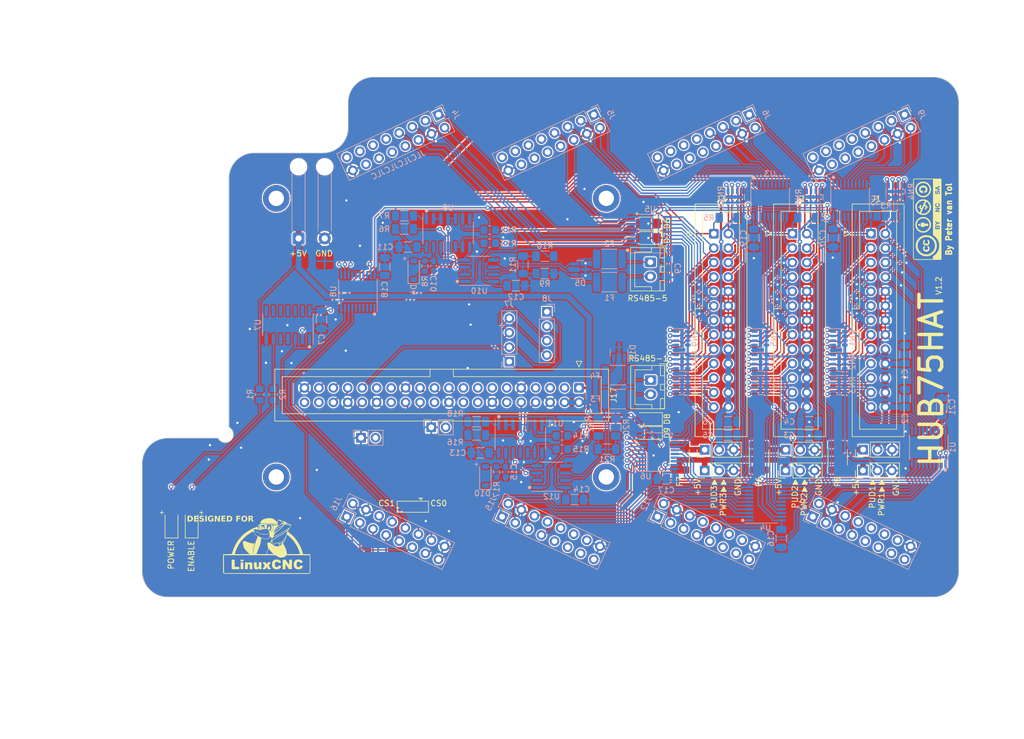
<source format=kicad_pcb>
(kicad_pcb (version 20221018) (generator pcbnew)
  (layers (0 "F.Cu" signal) (31 "B.Cu" signal) (34 "B.Paste" user) (35 "F.Paste" user) (36 "B.SilkS" user "B.Silkscreen") (37 "F.SilkS" user "F.Silkscreen") (38 "B.Mask" user) (39 "F.Mask" user) (44 "Edge.Cuts" user))
  (net 0 "")
  (net 1 "PORTA1")
  (net 2 "PORTA14")
  (net 3 "PORTA2")
  (net 4 "PORTA15")
  (net 5 "PORTA3")
  (net 6 "PORTA16")
  (net 7 "PORTA4")
  (net 8 "PORTA17")
  (net 9 "PORTA5")
  (net 10 "PORTA6")
  (net 11 "PORTA7")
  (net 12 "PORTA8")
  (net 13 "PORTA9")
  (net 14 "PORTA10")
  (net 15 "PORTA11")
  (net 16 "PORTA12")
  (net 17 "PORTA13")
  (net 19 "J5:0")
  (net 20 "J5:1")
  (net 21 "GND")
  (net 22 "ENA")
  (net 23 "+3.3V")
  (net 26 "PORTB8")
  (net 27 "PORTB7")
  (net 28 "PORTB6")
  (net 29 "PORTB5")
  (net 30 "PORTB4")
  (net 31 "PORTB3")
  (net 32 "PORTB2")
  (net 34 "PORTB14")
  (net 35 "PORTB13")
  (net 36 "PORTB12")
  (net 37 "PORTB11")
  (net 38 "PORTB10")
  (net 41 "PORTB17")
  (net 42 "PORTB16")
  (net 43 "PORTB15")
  (net 44 "PORTC9")
  (net 45 "PORTC8")
  (net 46 "PORTC7")
  (net 47 "PORTC6")
  (net 48 "PORTC5")
  (net 49 "PORTC4")
  (net 50 "PORTC3")
  (net 51 "PORTC2")
  (net 52 "PORTC17")
  (net 53 "PORTC16")
  (net 54 "PORTC15")
  (net 55 "PORTC14")
  (net 56 "PORTC13")
  (net 57 "PORTC12")
  (net 58 "PORTC11")
  (net 59 "PORTC10")
  (net 60 "POWOPA")
  (net 61 "POWOPB")
  (net 62 "POWOPC")
  (net 63 "Net-(D1-A)")
  (net 64 "PORTB9")
  (net 65 "PORTB1")
  (net 66 "+5V")
  (net 67 "Net-(JP4-C)")
  (net 68 "Net-(JP5-C)")
  (net 69 "Net-(JP6-C)")
  (net 70 "J5:2")
  (net 71 "J5:4")
  (net 72 "J5:5")
  (net 73 "J5:6")
  (net 74 "J6:0")
  (net 75 "J6:1")
  (net 76 "J6:2")
  (net 77 "J6:4")
  (net 78 "J6:5")
  (net 79 "J6:6")
  (net 80 "J7:0")
  (net 81 "J7:1")
  (net 82 "J7:2")
  (net 83 "J7:4")
  (net 84 "J7:5")
  (net 85 "J7:6")
  (net 86 "J8:0")
  (net 87 "J8:1")
  (net 88 "J8:2")
  (net 89 "J8:4")
  (net 90 "J8:5")
  (net 91 "J8:6")
  (net 124 "J1:0")
  (net 125 "J1:1")
  (net 126 "J1:2")
  (net 127 "J1:4")
  (net 128 "J1:5")
  (net 129 "J1:6")
  (net 154 "J4:0")
  (net 155 "J4:1")
  (net 156 "J4:2")
  (net 157 "J4:4")
  (net 158 "J4:5")
  (net 159 "J4:6")
  (net 160 "PORTC1")
  (net 161 "SPI_CS")
  (net 162 "J4:9")
  (net 163 "J4:8")
  (net 164 "J4:7")
  (net 167 "J2:6")
  (net 168 "J2:5")
  (net 169 "J2:0")
  (net 170 "J2:1")
  (net 171 "J2:2")
  (net 172 "J2:4")
  (net 173 "J3:6")
  (net 174 "J3:5")
  (net 175 "J3:4")
  (net 176 "J3:2")
  (net 177 "J3:0")
  (net 178 "J3:1")
  (net 180 "Net-(D4-A)")
  (net 181 "Net-(D10-A)")
  (net 188 "SPI_MOSI")
  (net 189 "SPI_MISO")
  (net 191 "SPI_CLCK")
  (net 192 "SPI_CE0")
  (net 193 "SPI_CE1")
  (net 199 "/JTAG.TMS")
  (net 200 "/JTAG.TCK")
  (net 201 "/JTAG.TDI")
  (net 202 "/JTAG.TDO")
  (net 204 "Net-(D4-K)")
  (net 205 "Net-(D5-A1)")
  (net 206 "Net-(D5-A2)")
  (net 207 "Net-(D6-A)")
  (net 208 "Net-(D2-A)")
  (net 209 "ENA-LED")
  (net 212 "ENA_IN")
  (net 219 "Net-(D7-A)")
  (net 220 "Net-(D8-A)")
  (net 221 "Net-(D9-A)")
  (net 222 "Net-(D10-K)")
  (net 223 "Net-(D11-A1)")
  (net 224 "Net-(D11-A2)")
  (net 225 "Net-(J20-Pin_2)")
  (net 226 "Net-(J20-Pin_1)")
  (net 227 "Net-(J21-Pin_2)")
  (net 228 "Net-(J21-Pin_1)")
  (net 229 "TXD1")
  (net 230 "RXD1")
  (net 231 "Net-(U10-RO)")
  (net 232 "Net-(R12-Pad1)")
  (net 233 "Net-(R14-Pad1)")
  (net 234 "Net-(U12-RO)")
  (net 235 "Net-(U9-Pad2)")
  (net 236 "Net-(U10-DE)")
  (net 237 "Net-(U11-Pad2)")
  (net 238 "Net-(U12-DE)")
  (net 239 "Net-(R13-Pad1)")
  (net 240 "Net-(R15-Pad1)")
  (net 241 "TXD5")
  (net 242 "RXD5")
  (net 243 "Net-(JP1-A)")
  (net 244 "Net-(JP2-A)")
  (net 245 "Net-(JP3-A)")
  (net 251 "Net-(U7-Pad4)")
  (footprint "Connector_IDC:IDC-Header_2x20_P2.54mm_Vertical" (layer "F.Cu") (at 212.852 -70.6628 -90)
    (fp_text reference "J17")
    (fp_text value "Conn_02x20_Odd_Even")
  )
  (footprint "Connector_IDC:IDC-Header_2x13_P2.54mm_Vertical" (layer "F.Cu") (at 250.354 -97.79)
    (fp_text reference "J2")
    (fp_text value "Conn_02x13_Odd_Even")
  )
  (footprint "Fuse:Fuse_1812_4532Metric_Pad1.30x3.40mm_HandSolder" (layer "F.Cu") (at 230.5304 -58.4606 90)
    (fp_text reference "F7")
    (fp_text value "108L" hide)
  )
  (footprint "LED_SMD:LED_1206_3216Metric_Pad1.42x1.75mm_HandSolder" (layer "F.Cu") (at 225.044 -62.738 180)
    (fp_text reference "D9")
    (fp_text value "LED" hide)
  )
  (footprint "Connector_PinHeader_2.54mm:PinHeader_1x03_P2.54mm_Vertical" (layer "F.Cu") (at 234.95 -56.134 90)
    (fp_text reference "JP6" hide)
    (fp_text value "Jumper_3_Open" hide)
  )
  (footprint "LED_SMD:LED_1206_3216Metric_Pad1.42x1.75mm_HandSolder" (layer "F.Cu") (at 141.224 -46.736 90)
    (fp_text reference "D1" hide)
    (fp_text value "LED" hide)
  )
  (footprint "LED_SMD:LED_1206_3216Metric_Pad1.42x1.75mm_HandSolder" (layer "F.Cu") (at 225.044 -99.568 180)
    (fp_text reference "D6")
    (fp_text value "LED" hide)
  )
  (footprint "Connector_PinHeader_2.54mm:PinHeader_1x03_P2.54mm_Vertical" (layer "F.Cu") (at 262.763 -56.134 90)
    (fp_text reference "JP4" hide)
    (fp_text value "Jumper_3_Open" hide)
  )
  (footprint "Connector_PinHeader_2.54mm:PinHeader_1x03_P2.54mm_Vertical" (layer "F.Cu") (at 262.8 -59.817 90)
    (fp_text reference "JP1" hide)
    (fp_text value "Jumper_3_Open" hide)
  )
  (footprint "Connector_JST:JST_XH_B2B-XH-A_1x02_P2.50mm_Vertical" (layer "F.Cu") (at 225.3996 -92.7716 -90)
    (fp_text reference "RS485-5")
    (fp_text value "Conn_01x02_Pin" hide)
  )
  (footprint "LED_SMD:LED_1206_3216Metric_Pad1.42x1.75mm_HandSolder" (layer "F.Cu") (at 144.78 -46.736 90)
    (fp_text reference "D2" hide)
    (fp_text value "LED" hide)
  )
  (footprint "Connector_PinHeader_2.54mm:PinHeader_1x03_P2.54mm_Vertical" (layer "F.Cu") (at 234.95 -59.7916 90)
    (fp_text reference "JP3" hide)
    (fp_text value "Jumper_3_Open" hide)
  )
  (footprint "LOGO" (layer "F.Cu") (at 274.066 -100.33 90)
    (fp_text reference "G***" hide)
    (fp_text value "LOGO" hide)
  )
  (footprint "Jumper:SolderJumper-3_P2.0mm_Open_TrianglePad1.0x1.5mm" (layer "F.Cu") (at 183.642 -49.784 180)
    (fp_text reference "JP7" hide)
    (fp_text value "SolderJumper_3_Open" hide)
  )
  (footprint "LED_SMD:LED_1206_3216Metric_Pad1.42x1.75mm_HandSolder" (layer "F.Cu") (at 225.044 -97.028 180)
    (fp_text reference "D7")
    (fp_text value "LED" hide)
  )
  (footprint "Connector_JST:JST_XH_B2B-XH-A_1x02_P2.50mm_Vertical" (layer "F.Cu") (at 225.4504 -72.0452 -90)
    (fp_text reference "RS485-1")
    (fp_text value "Conn_01x02_Pin" hide)
  )
  (footprint "Connector_PinHeader_2.54mm:PinHeader_1x03_P2.54mm_Vertical" (layer "F.Cu") (at 249.174 -56.134 90)
    (fp_text reference "JP5" hide)
    (fp_text value "Jumper_3_Open" hide)
  )
  (footprint "MountingHole:MountingHole_2.7mm_M2.5_DIN965_Pad_TopBottom" (layer "F.Cu") (at 159.644 -104.002 -90)
    (fp_text reference "REF**" hide)
    (fp_text value "MountingHole_2.7mm_M2.5_DIN965_Pad_TopBottom" hide)
  )
  (footprint "MountingHole:MountingHole_2.7mm_M2.5_DIN965_Pad_TopBottom" (layer "F.Cu") (at 217.644 -55.002 -90)
    (fp_text reference "REF**" hide)
    (fp_text value "MountingHole_2.7mm_M2.5_DIN965_Pad_TopBottom" hide)
  )
  (footprint "Fuse:Fuse_1812_4532Metric_Pad1.30x3.40mm_HandSolder" (layer "F.Cu") (at 258.318 -58.4606 90)
    (fp_text reference "F5")
    (fp_text value "108L" hide)
  )
  (footprint "LOGO" (layer "F.Cu") (at 157.988 -42.926)
    (fp_text reference "G***" hide)
    (fp_text value "LOGO" hide)
  )
  (footprint "MountingHole:MountingHole_2.7mm_M2.5_DIN965_Pad_TopBottom" (layer "F.Cu") (at 159.644 -55.002 -90)
    (fp_text reference "REF**" hide)
    (fp_text value "MountingHole_2.7mm_M2.5_DIN965_Pad_TopBottom" hide)
  )
  (footprint "Connector_PinHeader_2.54mm:PinHeader_1x03_P2.54mm_Vertical" (layer "F.Cu") (at 249.189 -59.7916 90)
    (fp_text reference "JP2" hide)
    (fp_text value "Jumper_3_Open" hide)
  )
  (footprint "Fuse:Fuse_1812_4532Metric_Pad1.30x3.40mm_HandSolder" (layer "F.Cu") (at 244.5004 -58.4606 90)
    (fp_text reference "F6")
    (fp_text value "108L" hide)
  )
  (footprint "Connector_IDC:IDC-Header_2x13_P2.54mm_Vertical" (layer "F.Cu") (at 236.548 -97.79)
    (fp_text reference "J3")
    (fp_text value "Conn_02x13_Odd_Even")
  )
  (footprint "MountingHole:MountingHole_2.7mm_M2.5_DIN965_Pad_TopBottom" (layer "F.Cu") (at 217.644 -104.002 -90)
    (fp_text reference "REF**" hide)
    (fp_text value "MountingHole_2.7mm_M2.5_DIN965_Pad_TopBottom" hide)
  )
  (footprint "Connector_IDC:IDC-Header_2x13_P2.54mm_Vertical" (layer "F.Cu") (at 264.16 -97.79)
    (fp_text reference "J1")
    (fp_text value "Conn_02x13_Odd_Even")
  )
  (footprint "LED_SMD:LED_1206_3216Metric_Pad1.42x1.75mm_HandSolder" (layer "F.Cu") (at 225.044 -65.1764 180)
    (fp_text reference "D8")
    (fp_text value "LED" hide)
  )
  (footprint "Resistor_SMD:R_Array_Convex_4x0603_handsolder" (layer "B.Cu") (at 230.961 -79.4004 180)
    (fp_text reference "RN9")
    (fp_text value "CN1J4KTTD1002F")
  )
  (footprint "Fuse:Fuse_1812_4532Metric_Pad1.30x3.40mm_HandSolder" (layer "B.Cu") (at 219.71 -68.707)
    (fp_text reference "F3")
    (fp_text value "108L" hide)
  )
  (footprint "Resistor_SMD:R_Array_Convex_4x0603_handsolder" (layer "B.Cu") (at 268.478 -105.2068 90)
    (fp_text reference "RN4")
    (fp_text value "CN1J4KTTD1002F")
  )
  (footprint "Capacitor_SMD:C_1206_3216Metric_Pad1.33x1.80mm_HandSolder" (layer "B.Cu") (at 248.412 -44.196 -90)
    (fp_text reference "C16")
    (fp_text value "100nF")
  )
  (footprint "Diode_SMD:D_SOD-123" (layer "B.Cu") (at 183.7944 -91.3648 90)
    (fp_text reference "D4")
    (fp_text value "1N4148W" hide)
  )
  (footprint "Fuse:Fuse_1812_4532Metric_Pad1.30x3.40mm_HandSolder" (layer "B.Cu") (at 218.186 -89.2664)
    (fp_text reference "F1")
    (fp_text value "108L" hide)
  )
  (footprint "Resistor_SMD:R_Array_Convex_4x0603_handsolder" (layer "B.Cu") (at 230.961 -71.1708 180)
    (fp_text reference "RN11")
    (fp_text value "CN1J4KTTD1002F")
  )
  (footprint "Connector_PinHeader_2.54mm:PinHeader_1x02_P2.54mm_Vertical" (layer "B.Cu") (at 174.544 -61.89 -90)
    (fp_text reference "J14" hide)
    (fp_text value "V8.0")
  )
  (footprint "Resistor_SMD:R_1206_3216Metric_Pad1.30x1.75mm_HandSolder" (layer "B.Cu") (at 202.9968 -92.3036 90)
    (fp_text reference "R11")
    (fp_text value "120" hide)
  )
  (footprint "Capacitor_SMD:C_1206_3216Metric_Pad1.33x1.80mm_HandSolder" (layer "B.Cu") (at 257.556 -97.028 -90)
    (fp_text reference "C20")
    (fp_text value "100nF" hide)
  )
  (footprint "Package_SO:SOIC-14_3.9x8.7mm_P1.27mm" (layer "B.Cu") (at 161.6964 -81.7514 90)
    (fp_text reference "U7")
    (fp_text value "74HC04")
  )
  (footprint "Connector_PinHeader_2.54mm:PinHeader_1x04_P2.54mm_Vertical" (layer "B.Cu") (at 207.204 -84.055 180)
    (fp_text reference "J8")
    (fp_text value "v8.0" hide)
  )
  (footprint "Resistor_SMD:R_Array_Convex_4x0603_handsolder" (layer "B.Cu") (at 240.2448 -104.2416 90)
    (fp_text reference "RN12")
    (fp_text value "CN1J4KTTD1002F")
  )
  (footprint "Resistor_SMD:R_1206_3216Metric_Pad1.30x1.75mm_HandSolder" (layer "B.Cu") (at 182.1688 -98.6028)
    (fp_text reference "R6")
    (fp_text value "4.7k" hide)
  )
  (footprint "Capacitor_SMD:C_1206_3216Metric_Pad1.33x1.80mm_HandSolder" (layer "B.Cu") (at 195.4784 -59.2328 180)
    (fp_text reference "C13")
    (fp_text value "100nF" hide)
  )
  (footprint "Capacitor_SMD:C_1206_3216Metric_Pad1.33x1.80mm_HandSolder" (layer "B.Cu") (at 212.09 -51.0032)
    (fp_text reference "C14")
    (fp_text value "0.1uF" hide)
  )
  (footprint "Connector_PinSocket_2.54mm:PinSocket_2x08_P2.54mm_Vertical" (layer "B.Cu") (at 188.154 -118.726 115)
    (fp_text reference "J4")
    (fp_text value "HUB75")
  )
  (footprint "Connector_PinHeader_2.54mm:PinHeader_1x02_P2.54mm_Vertical" (layer "B.Cu") (at 186.884 -63.735 -90)
    (fp_text reference "J13" hide)
    (fp_text value "V7.0")
  )
  (footprint "Resistor_SMD:R_Array_Convex_4x0603_handsolder" (layer "B.Cu") (at 244.767 -79.4004 180)
    (fp_text reference "RN5")
    (fp_text value "CN1J4KTTD1002F")
  )
  (footprint "Resistor_SMD:R_1206_3216Metric_Pad1.30x1.75mm_HandSolder" (layer "B.Cu") (at 194.8688 -62.3824)
    (fp_text reference "R16")
    (fp_text value "4.7k" hide)
  )
  (footprint "Resistor_SMD:R_0805_2012Metric_Pad1.20x1.40mm_HandSolder" (layer "B.Cu") (at 209.8548 -62.23)
    (fp_text reference "R14")
    (fp_text value "150")
  )
  (footprint "Connector_PinSocket_2.54mm:PinSocket_2x08_P2.54mm_Vertical" (layer "B.Cu") (at 226.649848 -48.008153 -115)
    (fp_text reference "J12")
    (fp_text value "HUB75")
  )
  (footprint "Resistor_SMD:R_1206_3216Metric_Pad1.30x1.75mm_HandSolder" (layer "B.Cu") (at 239.0516 -100.584)
    (fp_text reference "R5")
    (fp_text value "R")
  )
  (footprint "Resistor_SMD:R_1206_3216Metric_Pad1.30x1.75mm_HandSolder" (layer "B.Cu") (at 216.2556 -63.754 -90)
    (fp_text reference "R19")
    (fp_text value "4.7K" hide)
  )
  (footprint "Capacitor_SMD:C_1206_3216Metric_Pad1.33x1.80mm_HandSolder" (layer "B.Cu") (at 239.0648 -64.7192)
    (fp_text reference "C6")
    (fp_text value "100nF" hide)
  )
  (footprint "Capacitor_SMD:C_1206_3216Metric_Pad1.33x1.80mm_HandSolder" (layer "B.Cu") (at 167.5892 -82.6901 -90)
    (fp_text reference "C7")
    (fp_text value "100nF")
  )
  (footprint "Resistor_SMD:R_0603_1608Metric_Pad0.98x0.95mm_HandSolder" (layer "B.Cu") (at 185.7756 -92.0985 90)
    (fp_text reference "R8")
    (fp_text value "56k")
  )
  (footprint "Connector_PinSocket_2.54mm:PinSocket_2x08_P2.54mm_Vertical" (layer "B.Cu") (at 253.954848 -48.008153 -115)
    (fp_text reference "J11")
    (fp_text value "HUB75")
  )
  (footprint "Capacitor_SMD:C_1206_3216Metric_Pad1.33x1.80mm_HandSolder" (layer "B.Cu") (at 270.129 -76.581 90)
    (fp_text reference "C1")
    (fp_text value "100nF" hide)
  )
  (footprint "Capacitor_SMD:C_1206_3216Metric_Pad1.33x1.80mm_HandSolder" (layer "B.Cu") (at 253.3273 -62.3316)
    (fp_text reference "C3")
    (fp_text value "100nF" hide)
  )
  (footprint "Package_SO:TSSOP-20_4.4x6.5mm_P0.65mm" (layer "B.Cu") (at 225.3665 -97.801)
    (fp_text reference "U5")
    (fp_text value "74CB3T3245")
  )
  (footprint "Resistor_SMD:R_Array_Convex_4x0603_handsolder" (layer "B.Cu") (at 230.961 -75.2856 180)
    (fp_text reference "RN10")
    (fp_text value "CN1J4KTTD1002F")
  )
  (footprint "Resistor_SMD:R_Array_Convex_4x0603_handsolder" (layer "B.Cu") (at 254.0508 -104.2416 90)
    (fp_text reference "RN8")
    (fp_text value "CN1J4KTTD1002F")
  )
  (footprint "Resistor_SMD:R_1206_3216Metric_Pad1.30x1.75mm_HandSolder" (layer "B.Cu") (at 206.8576 -93.8276 180)
    (fp_text reference "R10")
    (fp_text value "4.7K" hide)
  )
  (footprint "Resistor_SMD:R_1206_3216Metric_Pad1.30x1.75mm_HandSolder" (layer "B.Cu") (at 217.7796 -59.8932 180)
    (fp_text reference "R21")
    (fp_text value "120" hide)
  )
  (footprint "Resistor_SMD:R_1206_3216Metric_Pad1.30x1.75mm_HandSolder" (layer "B.Cu") (at 194.8688 -64.7192)
    (fp_text reference "R18")
    (fp_text value "4.7K" hide)
  )
  (footprint "Fuse:Fuse_1812_4532Metric_Pad1.30x3.40mm_HandSolder" (layer "B.Cu") (at 219.71 -72.898 180)
    (fp_text reference "F4")
    (fp_text value "108L" hide)
  )
  (footprint "Capacitor_SMD:C_0603_1608Metric_Pad1.08x0.95mm_HandSolder" (layer "B.Cu") (at 199.9488 -55.8811 -90)
    (fp_text reference "C15")
    (fp_text value "33pF")
  )
  (footprint "Capacitor_SMD:C_1206_3216Metric_Pad1.33x1.80mm_HandSolder" (layer "B.Cu") (at 201.7776 -88.646)
    (fp_text reference "C12")
    (fp_text value "0.1uF" hide)
  )
  (footprint "Package_SO:SOIC-14_3.9x8.7mm_P1.27mm" (layer "B.Cu") (at 189.8396 -97.9424 -90)
    (fp_text reference "U9")
    (fp_text value "74HC04" hide)
  )
  (footprint "Capacitor_SMD:C_1206_3216Metric_Pad1.33x1.80mm_HandSolder" (layer "B.Cu") (at 243.586 -97.028 -90)
    (fp_text reference "C19")
    (fp_text value "100nF")
  )
  (footprint "Resistor_SMD:R_0805_2012Metric_Pad1.20x1.40mm_HandSolder" (layer "B.Cu") (at 197.1548 -96.1136)
    (fp_text reference "R13")
    (fp_text value "150")
  )
  (footprint "Fuse:Fuse_1812_4532Metric_Pad1.30x3.40mm_HandSolder" (layer "B.Cu") (at 218.186 -93.345 180)
    (fp_text reference "F2")
    (fp_text value "108L" hide)
  )
  (footprint "Capacitor_SMD:C_1206_3216Metric_Pad1.33x1.80mm_HandSolder" (layer "B.Cu") (at 270.166 -68.834 90)
    (fp_text reference "C2")
    (fp_text value "100nF" hide)
  )
  (footprint "Package_SO:SOIC-14_3.9x8.7mm_P1.27mm" (layer "B.Cu") (at 202.5396 -61.722 -90)
    (fp_text reference "U11")
    (fp_text value "74HC04" hide)
  )
  (footprint "Resistor_SMD:R_0603_1608Metric_Pad0.98x0.95mm_HandSolder" (layer "B.Cu") (at 198.374 -55.8819 90)
    (fp_text reference "R17")
    (fp_text value "56k")
  )
  (footprint "Resistor_SMD:R_Array_Convex_4x0603_handsolder" (layer "B.Cu") (at 258.572 -79.4004 180)
    (fp_text reference "RN1")
    (fp_text value "CN1J4KTTD1002F")
  )
  (footprint "Diode_SMD:D_SOD-123" (layer "B.Cu") (at 196.3928 -55.1688 90)
    (fp_text reference "D10")
    (fp_text value "1N4148W" hide)
  )
  (footprint "Connector_PinSocket_2.54mm:PinSocket_2x08_P2.54mm_Vertical" (layer "B.Cu") (at 242.764 -118.726 115)
    (fp_text reference "J6")
    (fp_text value "HUB75")
  )
  (footprint "Package_TO_SOT_SMD:SOT-23" (layer "B.Cu") (at 219.898 -76.8835 90)
    (fp_text reference "D11")
    (fp_text value "SM712_SOT23")
  )
  (footprint "Package_SO:TSSOP-20_4.4x6.5mm_P0.65mm" (layer "B.Cu") (at 226.8397 -59.3742)
    (fp_text reference "U6")
    (fp_text value "74CB3T3245")
  )
  (footprint "Connector_PinSocket_2.54mm:PinSocket_2x08_P2.54mm_Vertical" (layer "B.Cu") (at 199.344848 -48.008153 -115)
    (fp_text reference "J15")
    (fp_text value "HUB75")
  )
  (footprint "Package_SO:TSSOP-20_4.4x6.5mm_P0.65mm" (layer "B.Cu") (at 245.618 -50.292)
    (fp_text reference "U4")
    (fp_text value "74CB3T3245" hide)
  )
  (footprint "Resistor_SMD:R_0805_2012Metric_Pad1.20x1.40mm_HandSolder" (layer "B.Cu") (at 197.1548 -98.4504)
    (fp_text reference "R12")
    (fp_text value "150")
  )
  (footprint "Resistor_SMD:R_1206_3216Metric_Pad1.30x1.75mm_HandSolder" (layer "B.Cu") (at 182.1688 -100.9396)
    (fp_text reference "R7")
    (fp_text value "4.7K" hide)
  )
  (footprint "Capacitor_SMD:C_1206_3216Metric_Pad1.33x1.80mm_HandSolder" (layer "B.Cu") (at 228.219 -91.694 -90)
    (fp_text reference "C9")
    (fp_text value "100nF" hide)
  )
  (footprint "Package_SO:TSSOP-20_4.4x6.5mm_P0.65mm" (layer "B.Cu") (at 246.451 -103.7005 -90)
    (fp_text reference "U3")
    (fp_text value "74CB3T3245" hide)
  )
  (footprint "Connector_PinHeader_2.54mm:PinHeader_1x04_P2.54mm_Vertical" (layer "B.Cu") (at 200.6 -75.292)
    (fp_text reference "J7")
    (fp_text value "v7.0" hide)
  )
  (footprint "Package_SO:TSSOP-20_4.4x6.5mm_P0.65mm" (layer "B.Cu") (at 260.503 -103.7005 -90)
    (fp_text reference "U2")
    (fp_text value "74CB3T3245")
  )
  (footprint "Capacitor_SMD:C_1206_3216Metric_Pad1.33x1.80mm_HandSolder" (layer "B.Cu") (at 178.7144 -91.9988 90)
    (fp_text reference "C18")
    (fp_text value "100nF" hide)
  )
  (footprint "Package_SO:TSSOP-20_4.4x6.5mm_P0.65mm" (layer "B.Cu") (at 274.32 -60.198 90)
    (fp_text reference "U1")
    (fp_text value "74CB3T3245" hide)
  )
  (footprint "Resistor_SMD:R_0805_2012Metric_Pad1.20x1.40mm_HandSolder" (layer "B.Cu") (at 159.1056 -69.4944 -90)
    (fp_text reference "R2")
    (fp_text value "150")
  )
  (footprint "Resistor_SMD:R_Array_Convex_4x0603_handsolder" (layer "B.Cu") (at 244.767 -75.2856 180)
    (fp_text reference "RN6")
    (fp_text value "CN1J4KTTD1002F")
  )
  (footprint "Resistor_SMD:R_Array_Convex_4x0603_handsolder" (layer "B.Cu") (at 258.572 -75.2856 180)
    (fp_text reference "RN2")
    (fp_text value "CN1J4KTTD1002F")
  )
  (footprint "Capacitor_SMD:C_1206_3216Metric_Pad1.33x1.80mm_HandSolder" (layer "B.Cu") (at 228.1936 -54.6608 180)
    (fp_text reference "C17")
    (fp_text value "100nF" hide)
  )
  (footprint "Resistor_SMD:R_Array_Convex_4x0603_handsolder" (layer "B.Cu") (at 244.767 -71.1708 180)
    (fp_text reference "RN7")
    (fp_text value "CN1J4KTTD1002F")
  )
  (footprint "Connector_PinSocket_2.54mm:PinSocket_2x08_P2.54mm_Vertical" (layer "B.Cu") (at 172.039848 -48.008153 -115)
    (fp_text reference "J16")
    (fp_text value "HUB75")
  )
  (footprint "Resistor_SMD:R_0805_2012Metric_Pad1.20x1.40mm_HandSolder" (layer "B.Cu") (at 209.8548 -59.8932)
    (fp_text reference "R15")
    (fp_text value "150")
  )
  (footprint "Resistor_SMD:R_1206_3216Metric_Pad1.30x1.75mm_HandSolder" (layer "B.Cu") (at 266.8016 -100.9396)
    (fp_text reference "R3")
    (fp_text value "R")
  )
  (footprint "Resistor_SMD:R_Array_Convex_4x0603_handsolder" (layer "B.Cu") (at 258.572 -71.1708 180)
    (fp_text reference "RN3")
    (fp_text value "CN1J4KTTD1002F")
  )
  (footprint "Resistor_SMD:R_0805_2012Metric_Pad1.20x1.40mm_HandSolder" (layer "B.Cu") (at 156.718 -69.4944 -90)
    (fp_text reference "R1")
    (fp_text value "300")
  )
  (footprint "Package_TO_SOT_SMD:SOT-23" (layer "B.Cu") (at 213.0752 -91.5016)
    (fp_text reference "D5")
    (fp_text value "SM712_SOT23")
  )
  (footprint "Connector_Wire:SolderWire-0.5sqmm_1x02_P4.6mm_D0.9mm_OD2.1mm_Relief" (layer "B.Cu") (at 163.562 -96.953)
    (fp_text reference "J10" hide)
    (fp_text value "Conn_01x02")
  )
  (footprint "Capacitor_SMD:C_1206_3216Metric_Pad1.33x1.80mm_HandSolder" (layer "B.Cu") (at 239.0648 -62.3316)
    (fp_text reference "C5")
    (fp_text value "100nF" hide)
  )
  (footprint "Connector_PinSocket_2.54mm:PinSocket_2x08_P2.54mm_Vertical" (layer "B.Cu") (at 215.459 -118.726 115)
    (fp_text reference "J5")
    (fp_text value "HUB75")
  )
  (footprint "Capacitor_SMD:C_1206_3216Metric_Pad1.33x1.80mm_HandSolder" (layer "B.Cu") (at 253.3396 -64.7192)
    (fp_text reference "C4")
    (fp_text value "100nF" hide)
  )
  (footprint "Capacitor_SMD:C_0603_1608Metric_Pad1.08x0.95mm_HandSolder" (layer "B.Cu") (at 187.2996 -92.1523 -90)
    (fp_text reference "C10")
    (fp_text value "33pF")
  )
  (footprint "Capacitor_SMD:C_1206_3216Metric_Pad1.33x1.80mm_HandSolder" (layer "B.Cu") (at 276.606 -67.31 90)
    (fp_text reference "C21")
    (fp_text value "100nF" hide)
  )
  (footprint "Resistor_SMD:R_1206_3216Metric_Pad1.30x1.75mm_HandSolder" (layer "B.Cu") (at 206.8576 -90.7796)
    (fp_text reference "R9")
    (fp_text value "4.7K" hide)
  )
  (footprint "Resistor_SMD:R_1206_3216Metric_Pad1.30x1.75mm_HandSolder" (layer "B.Cu") (at 252.8576 -100.584)
    (fp_text reference "R4")
    (fp_text value "R")
  )
  (footprint "Resistor_SMD:R_1206_3216Metric_Pad1.30x1.75mm_HandSolder" (layer "B.Cu") (at 219.3036 -63.754 90)
    (fp_text reference "R20")
    (fp_text value "4.7K" hide)
  )
  (footprint "Package_SO:SOIC-8_3.9x4.9mm_P1.27mm" (layer "B.Cu") (at 208.0118 -55.0418)
    (fp_text reference "U12")
    (fp_text value "MAX3485" hide)
  )
  (footprint "Connector_PinSocket_2.54mm:PinSocket_2x08_P2.54mm_Vertical" (layer "B.Cu") (at 270.069 -118.726 115)
    (fp_text reference "J9")
    (fp_text value "HUB75")
  )
  (footprint "Package_SO:TSSOP-20_4.4x6.5mm_P0.65mm" (layer "B.Cu") (at 173.99 -87.63 90)
    (fp_text reference "U8")
    (fp_text value "74CB3T3245" hide)
  )
  (footprint "Capacitor_SMD:C_1206_3216Metric_Pad1.33x1.80mm_HandSolder" (layer "B.Cu") (at 182.7784 -95.4532 180)
    (fp_text reference "C11")
    (fp_text value "100nF" hide)
  )
  (footprint "Package_SO:SOIC-8_3.9x4.9mm_P1.27mm" (layer "B.Cu") (at 195.3118 -91.2622)
    (fp_text reference "U10")
    (fp_text value "MAX3485" hide)
  )
  (gr_poly locked (pts (arc (start 140.529 -61.83) (mid 137.38591 -60.52809) (end 136.084 -57.385)) (arc (start 136.084 -38.335) (mid 137.38591 -35.19191) (end 140.529 -33.89)) (arc (start 275.149 -33.89) (mid 278.292089 -35.191911) (end 279.594 -38.335)) (arc (start 279.594 -120.885) (mid 278.292089 -124.02809) (end 275.149 -125.33)) (arc (start 176.724 -125.33) (mid 173.58091 -124.02809) (end 172.279 -120.885)) (arc (start 172.279 -116.44) (mid 170.97709 -113.29691) (end 167.834 -111.995)) (arc (start 155.769 -111.995) (mid 152.62591 -110.69309) (end 151.324 -107.55)) (arc (start 151.324 -63.735) (mid 151.693023 -61.460979) (end 149.419 -61.83))) (stroke (width 0.1)) (fill none) (layer "Edge.Cuts"))
  (gr_text "JLCJLCJLCJLC" (at 181.084 -109.89 25) (layer "B.SilkS") (effects (font (size 1 1)) (justify mirror)))
  (gr_text "+" (at 195.3928 -56.8188) (layer "B.SilkS") (effects (font (size 0.8 0.8) (thickness 0.12)) (justify left bottom mirror)))
  (gr_text "+" (at 182.7944 -93.0148) (layer "B.SilkS") (effects (font (size 0.8 0.8) (thickness 0.12)) (justify left bottom mirror)))
  (gr_text "+" (at 140.089 -48.336) (layer "F.SilkS") (effects (font (size 0.8 0.8) (thickness 0.12)) (justify right bottom)))
  (gr_text "CS1" (at 180.594 -49.784) (layer "F.SilkS") (effects (font (size 1 1)) (justify right bottom)))
  (gr_text "GND" (at 269.173 -54.804 90) (layer "F.SilkS") (effects (font (size 1 1)) (justify right bottom)))
  (gr_text "+" (at 223.444 -61.603 90) (layer "F.SilkS") (effects (font (size 0.8 0.8) (thickness 0.12)) (justify right bottom)))
  (gr_text "HUB75HAT" (at 277.114 -87.884 90) (layer "F.SilkS") (effects (font (size 4 4) (thickness 0.6)) (justify right bottom)))
  (gr_text "DESIGNED FOR" (at 155.702 -46.99) (layer "F.SilkS") (effects (font (size 1 1) (thickness 0.2) bold) (justify right bottom)))
  (gr_text "GND" (at 169.672 -93.726) (layer "F.SilkS") (effects (font (size 1 1)) (justify right bottom)))
  (gr_text "GND" (at 241.36 -54.804 90) (layer "F.SilkS") (effects (font (size 1 1)) (justify right bottom)))
  (gr_text "POWER" (at 141.732 -43.942 90) (layer "F.SilkS") (effects (font (size 1 1)) (justify right bottom)))
  (gr_text "PUD1▶\nPWR1▶▶" (at 266.603 -54.804 90) (layer "F.SilkS") (effects (font (size 1 1)) (justify right bottom)))
  (gr_text "+" (at 145.915 -48.336) (layer "F.SilkS") (effects (font (size 0.8 0.8) (thickness 0.12)) (justify left bottom)))
  (gr_text "+5V" (at 165.1 -93.726) (layer "F.SilkS") (effects (font (size 1 1)) (justify right bottom)))
  (gr_text "+5V" (at 262.098 -54.804 90) (layer "F.SilkS") (effects (font (size 1 1)) (justify right bottom)))
  (gr_text "PUD3▶\nPWR3▶▶" (at 238.79 -54.804 90) (layer "F.SilkS") (effects (font (size 1 1)) (justify right bottom)))
  (gr_text "By Peter van Tol" (at 277.876 -100.33 90) (layer "F.SilkS") (effects (font (size 1 1) (thickness 0.25))))
  (gr_text "+5V" (at 248.509 -54.804 90) (layer "F.SilkS") (effects (font (size 1 1)) (justify right bottom)))
  (gr_text "CS0" (at 189.738 -49.784) (layer "F.SilkS") (effects (font (size 1 1)) (justify right bottom)))
  (gr_text "ENABLE" (at 145.288 -43.942 90) (layer "F.SilkS") (effects (font (size 1 1)) (justify right bottom)))
  (gr_text "+5V" (at 234.285 -54.804 90) (layer "F.SilkS") (effects (font (size 1 1)) (justify right bottom)))
  (gr_text "V1.2" (at 276.098 -88.646 90) (layer "F.SilkS") (effects (font (size 1 1))))
  (gr_text "+" (at 223.444 -100.703 90) (layer "F.SilkS") (effects (font (size 0.8 0.8) (thickness 0.12)) (justify left bottom)))
  (gr_text "GND" (at 255.584 -54.804 90) (layer "F.SilkS") (effects (font (size 1 1)) (justify right bottom)))
  (gr_text "PUD2▶\nPWR2▶▶" (at 253.014 -54.804 90) (layer "F.SilkS") (effects (font (size 1 1)) (justify right bottom)))
  (segment (start 170.688 -92.421697) (end 170.704497 -92.4052) (width 0.25) (layer "F.Cu") (net 1))
  (segment (start 212.598 -108.204) (end 209.296 -104.902) (width 0.25) (layer "F.Cu") (net 1))
  (segment (start 222.504 -107.696) (end 221.996 -108.204) (width 0.25) (layer "F.Cu") (net 1))
  (segment (start 256.286 -107.696) (end 222.504 -107.696) (width 0.25) (layer "F.Cu") (net 1))
  (segment (start 177.8 -104.902) (end 170.688 -97.79) (width 0.25) (layer "F.Cu") (net 1))
  (segment (start 209.296 -104.902) (end 177.8 -104.902) (width 0.25) (layer "F.Cu") (net 1))
  (segment (start 170.688 -97.79) (end 170.688 -92.421697) (width 0.25) (layer "F.Cu") (net 1))
  (segment (start 264.16 -97.79) (end 260.1468 -97.79) (width 0.25) (layer "F.Cu") (net 1))
  (segment (start 260.1468 -97.79) (end 258.4704 -99.4664) (width 0.25) (layer "F.Cu") (net 1))
  (segment (start 221.996 -108.204) (end 212.598 -108.204) (width 0.25) (layer "F.Cu") (net 1))
  (segment (start 258.4704 -99.4664) (end 258.4704 -105.5116) (width 0.25) (layer "F.Cu") (net 1))
  (segment (start 258.4704 -105.5116) (end 256.286 -107.696) (width 0.25) (layer "F.Cu") (net 1))
  (via (at 170.704497 -92.4052) (size 0.8) (drill 0.4) (layers "F.Cu" "B.Cu") (net 1))
  (segment (start 171.065 -92.044697) (end 170.704497 -92.4052) (width 0.25) (layer "B.Cu") (net 1))
  (segment (start 171.065 -90.4925) (end 171.065 -92.044697) (width 0.25) (layer "B.Cu") (net 1))
  (segment (start 264.16 -99.848) (end 265.2516 -100.9396) (width 0.25) (layer "B.Cu") (net 1))
  (segment (start 264.16 -97.79) (end 264.16 -99.848) (width 0.25) (layer "B.Cu") (net 1))
  (segment (start 266.970497 -107.3404) (end 267.0048 -107.306097) (width 0.25) (layer "F.Cu") (net 2))
  (segment (start 267.0048 -107.306097) (end 267.0048 -98.0948) (width 0.25) (layer "F.Cu") (net 2))
  (segment (start 267.0048 -98.0948) (end 266.7 -97.79) (width 0.25) (layer "F.Cu") (net 2))
  (via (at 266.970497 -107.3404) (size 0.8) (drill 0.4) (layers "F.Cu" "B.Cu") (net 2))
  (segment (start 266.970497 -107.3404) (end 267.278 -107.032897) (width 0.25) (layer "B.Cu") (net 2))
  (segment (start 267.278 -107.032897) (end 267.278 -106.2068) (width 0.25) (layer "B.Cu") (net 2))
  (segment (start 266.7 -97.79) (end 273.05 -91.44) (width 0.25) (layer "B.Cu") (net 2))
  (segment (start 273.05 -66.938772) (end 275.945 -64.043772) (width 0.25) (layer "B.Cu") (net 2))
  (segment (start 275.945 -64.043772) (end 275.945 -63.0605) (width 0.25) (layer "B.Cu") (net 2))
  (segment (start 273.05 -91.44) (end 273.05 -66.938772) (width 0.25) (layer "B.Cu") (net 2))
  (segment (start 256.4732 -80.859806) (end 258.659806 -80.859806) (width 0.25) (layer "F.Cu") (net 3))
  (segment (start 259.2832 -90.3732) (end 264.16 -95.25) (width 0.25) (layer "F.Cu") (net 3))
  (segment (start 259.2832 -81.4832) (end 259.2832 -90.3732) (width 0.25) (layer "F.Cu") (net 3))
  (segment (start 258.659806 -80.859806) (end 259.2832 -81.4832) (width 0.25) (layer "F.Cu") (net 3))
  (via (at 256.4732 -80.859806) (size 0.8) (drill 0.4) (layers "F.Cu" "B.Cu") (net 3))
  (segment (start 256.4732 -80.859806) (end 256.506194 -80.8928) (width 0.25) (layer "B.Cu") (net 3))
  (segment (start 256.506194 -80.8928) (end 256.524 -80.8928) (width 0.25) (layer "B.Cu") (net 3))
  (segment (start 264.16 -95.25) (end 262.89 -96.52) (width 0.25) (layer "B.Cu") (net 3))
  (segment (start 263.428 -99.736) (end 262.89 -99.198) (width 0.25) (layer "B.Cu") (net 3))
  (segment (start 256.658594 -80.859806) (end 256.918 -80.6004) (width 0.25) (layer "B.Cu") (net 3))
  (segment (start 256.918 -80.6004) (end 257.572 -80.6004) (width 0.25) (layer "B.Cu") (net 3))
  (segment (start 263.428 -100.838) (end 263.428 -99.736) (width 0.25) (layer "B.Cu") (net 3))
  (segment (start 262.89 -96.52) (end 262.89 -99.198) (width 0.25) (layer "B.Cu") (net 3))
  (segment (start 256.4732 -80.859806) (end 256.658594 -80.859806) (width 0.25) (layer "B.Cu") (net 3))
  (segment (start 267.97 -96.52) (end 266.7 -95.25) (width 0.25) (layer "F.Cu") (net 4))
  (segment (start 267.97 -107.3404) (end 267.97 -96.52) (width 0.25) (layer "F.Cu") (net 4))
  (via (at 267.97 -107.3404) (size 0.8) (drill 0.4) (layers "F.Cu" "B.Cu") (net 4))
  (segment (start 266.7 -95.25) (end 272.542 -89.408) (width 0.25) (layer "B.Cu") (net 4))
  (segment (start 268.078 -106.2068) (end 268.078 -107.2324) (width 0.25) (layer "B.Cu") (net 4))
  (segment (start 272.542 -66.810376) (end 275.295 -64.057376) (width 0.25) (layer "B.Cu") (net 4))
  (segment (start 268.078 -107.2324) (end 267.97 -107.3404) (width 0.25) (layer "B.Cu") (net 4))
  (segment (start 272.542 -89.408) (end 272.542 -66.810376) (width 0.25) (layer "B.Cu") (net 4))
  (segment (start 275.295 -64.057376) (end 275.295 -63.0605) (width 0.25) (layer "B.Cu") (net 4))
  (segment (start 259.842 -88.392) (end 264.16 -92.71) (width 0.25) (layer "F.Cu") (net 5))
  (segment (start 256.4732 -79.860303) (end 256.475903 -79.8576) (width 0.25) (layer "F.Cu") (net 5))
  (segment (start 256.475903 -79.8576) (end 258.572 -79.8576) (width 0.25) (layer "F.Cu") (net 5))
  (segment (start 259.842 -81.1276) (end 259.842 -88.392) (width 0.25) (layer "F.Cu") (net 5))
  (segment (start 258.572 -79.8576) (end 259.842 -81.1276) (width 0.25) (layer "F.Cu") (net 5))
  (via (at 256.4732 -79.860303) (size 0.8) (drill 0.4) (layers "F.Cu" "B.Cu") (net 5))
  (segment (start 262.382 -99.326396) (end 262.382 -94.488) (width 0.25) (layer "B.Cu") (net 5))
  (segment (start 256.533103 -79.8004) (end 256.4732 -79.860303) (width 0.25) (layer "B.Cu") (net 5))
  (segment (start 257.572 -79.8004) (end 256.533103 -79.8004) (width 0.25) (layer "B.Cu") (net 5))
  (segment (start 262.778 -100.838) (end 262.778 -99.722396) (width 0.25) (layer "B.Cu") (net 5))
  (segment (start 262.778 -99.722396) (end 262.382 -99.326396) (width 0.25) (layer "B.Cu") (net 5))
  (segment (start 262.382 -94.488) (end 264.16 -92.71) (width 0.25) (layer "B.Cu") (net 5))
  (segment (start 269.0368 -107.3404) (end 269.0368 -95.0468) (width 0.25) (layer "F.Cu") (net 6))
  (segment (start 269.0368 -95.0468) (end 266.7 -92.71) (width 0.25) (layer "F.Cu") (net 6))
  (via (at 269.0368 -107.3404) (size 0.8) (drill 0.4) (layers "F.Cu" "B.Cu") (net 6))
  (segment (start 268.878 -106.2068) (end 268.878 -107.1816) (width 0.25) (layer "B.Cu") (net 6))
  (segment (start 268.878 -107.1816) (end 269.0368 -107.3404) (width 0.25) (layer "B.Cu") (net 6))
  (segment (start 272.034 -87.376) (end 272.034 -66.68198) (width 0.25) (layer "B.Cu") (net 6))
  (segment (start 272.034 -66.68198) (end 274.645 -64.07098) (width 0.25) (layer "B.Cu") (net 6))
  (segment (start 266.7 -92.71) (end 272.034 -87.376) (width 0.25) (layer "B.Cu") (net 6))
  (segment (start 274.645 -64.07098) (end 274.645 -63.0605) (width 0.25) (layer "B.Cu") (net 6))
  (segment (start 260.35 -80.8228) (end 260.35 -86.36) (width 0.25) (layer "F.Cu") (net 7))
  (segment (start 256.4732 -78.8608) (end 258.388 -78.8608) (width 0.25) (layer "F.Cu") (net 7))
  (segment (start 260.35 -86.36) (end 264.16 -90.17) (width 0.25) (layer "F.Cu") (net 7))
  (segment (start 258.388 -78.8608) (end 260.35 -80.8228) (width 0.25) (layer "F.Cu") (net 7))
  (via (at 256.4732 -78.8608) (size 0.8) (drill 0.4) (layers "F.Cu" "B.Cu") (net 7))
  (segment (start 257.572 -79.0004) (end 256.6128 -79.0004) (width 0.25) (layer "B.Cu") (net 7))
  (segment (start 262.128 -99.730198) (end 261.874 -99.476198) (width 0.25) (layer "B.Cu") (net 7))
  (segment (start 261.874 -99.476198) (end 261.874 -92.456) (width 0.25) (layer "B.Cu") (net 7))
  (segment (start 261.874 -92.456) (end 264.16 -90.17) (width 0.25) (layer "B.Cu") (net 7))
  (segment (start 256.6128 -79.0004) (end 256.4732 -78.8608) (width 0.25) (layer "B.Cu") (net 7))
  (segment (start 262.128 -100.838) (end 262.128 -99.730198) (width 0.25) (layer "B.Cu") (net 7))
  (segment (start 270.036303 -93.506303) (end 266.7 -90.17) (width 0.25) (layer "F.Cu") (net 8))
  (segment (start 270.036303 -107.3404) (end 270.036303 -93.506303) (width 0.25) (layer "F.Cu") (net 8))
  (via (at 270.036303 -107.3404) (size 0.8) (drill 0.4) (layers "F.Cu" "B.Cu") (net 8))
  (segment (start 271.584 -66.495584) (end 273.995 -64.084584) (width 0.25) (layer "B.Cu") (net 8))
  (segment (start 266.7 -90.17) (end 271.584 -85.286) (width 0.25) (layer "B.Cu") (net 8))
  (segment (start 271.584 -85.286) (end 271.584 -66.495584) (width 0.25) (layer "B.Cu") (net 8))
  (segment (start 269.678 -106.982097) (end 269.678 -106.2068) (width 0.25) (layer "B.Cu") (net 8))
  (segment (start 273.995 -64.084584) (end 273.995 -63.0605) (width 0.25) (layer "B.Cu") (net 8))
  (segment (start 270.036303 -107.3404) (end 269.678 -106.982097) (width 0.25) (layer "B.Cu") (net 8))
  (segment (start 260.858 -80.518) (end 260.858 -84.328) (width 0.25) (layer "F.Cu") (net 9))
  (segment (start 256.490133 -77.827867) (end 258.167867 -77.827867) (width 0.25) (layer "F.Cu") (net 9))
  (segment (start 260.858 -84.328) (end 264.16 -87.63) (width 0.25) (layer "F.Cu") (net 9))
  (segment (start 258.167867 -77.827867) (end 260.858 -80.518) (width 0.25) (layer "F.Cu") (net 9))
  (via (at 256.490133 -77.827867) (size 0.8) (drill 0.4) (layers "F.Cu" "B.Cu") (net 9))
  (segment (start 261.478 -99.934) (end 261.366 -99.822) (width 0.25) (layer "B.Cu") (net 9))
  (segment (start 256.862666 -78.2004) (end 257.572 -78.2004) (width 0.25) (layer "B.Cu") (net 9))
  (segment (start 256.490133 -77.827867) (end 256.862666 -78.2004) (width 0.25) (layer "B.Cu") (net 9))
  (segment (start 256.490133 -77.827867) (end 256.4224 -77.760134) (width 0.25) (layer "B.Cu") (net 9))
  (segment (start 261.366 -90.424) (end 264.16 -87.63) (width 0.25) (layer "B.Cu") (net 9))
  (segment (start 261.366 -99.822) (end 261.366 -90.424) (width 0.25) (layer "B.Cu") (net 9))
  (segment (start 261.478 -100.838) (end 261.478 -99.934) (width 0.25) (layer "B.Cu") (net 9))
  (segment (start 256.4224 -77.760134) (end 256.4224 -77.6924) (width 0.25) (layer "B.Cu") (net 9))
  (segment (start 256.4732 -76.745006) (end 260.844206 -76.745006) (width 0.25) (layer "F.Cu") (net 10))
  (segment (start 261.5184 -82.4484) (end 264.16 -85.09) (width 0.25) (layer "F.Cu") (net 10))
  (segment (start 260.844206 -76.745006) (end 261.5184 -77.4192) (width 0.25) (layer "F.Cu") (net 10))
  (segment (start 261.5184 -77.4192) (end 261.5184 -82.4484) (width 0.25) (layer "F.Cu") (net 10))
  (via (at 256.4732 -76.745006) (size 0.8) (drill 0.4) (layers "F.Cu" "B.Cu") (net 10))
  (segment (start 256.506194 -76.778) (end 256.524 -76.778) (width 0.25) (layer "B.Cu") (net 10))
  (segment (start 260.858 -88.392) (end 264.16 -85.09) (width 0.25) (layer "B.Cu") (net 10))
  (segment (start 256.4732 -76.745006) (end 256.658594 -76.745006) (width 0.25) (layer "B.Cu") (net 10))
  (segment (start 256.918 -76.4856) (end 257.572 -76.4856) (width 0.25) (layer "B.Cu") (net 10))
  (segment (start 260.858 -100.808) (end 260.858 -88.392) (width 0.25) (layer "B.Cu") (net 10))
  (segment (start 256.658594 -76.745006) (end 256.918 -76.4856) (width 0.25) (layer "B.Cu") (net 10))
  (segment (start 256.4732 -76.745006) (end 256.506194 -76.778) (width 0.25) (layer "B.Cu") (net 10))
  (segment (start 260.759103 -75.745503) (end 256.4732 -75.745503) (width 0.25) (layer "F.Cu") (net 11))
  (segment (start 264.16 -82.55) (end 262.128 -80.518) (width 0.25) (layer "F.Cu") (net 11))
  (segment (start 264.1092 -82.4992) (end 264.16 -82.55) (width 0.25) (layer "F.Cu") (net 11))
  (segment (start 262.128 -77.1144) (end 260.759103 -75.745503) (width 0.25) (layer "F.Cu") (net 11))
  (segment (start 262.128 -80.518) (end 262.128 -77.1144) (width 0.25) (layer "F.Cu") (net 11))
  (via (at 256.4732 -75.745503) (size 0.8) (drill 0.4) (layers "F.Cu" "B.Cu") (net 11))
  (segment (start 260.35 -99.822) (end 260.35 -86.36) (width 0.25) (layer "B.Cu") (net 11))
  (segment (start 256.533103 -75.6856) (end 256.4732 -75.745503) (width 0.25) (layer "B.Cu") (net 11))
  (segment (start 257.572 -75.6856) (end 256.533103 -75.6856) (width 0.25) (layer "B.Cu") (net 11))
  (segment (start 260.178 -99.994) (end 260.35 -99.822) (width 0.25) (layer "B.Cu") (net 11))
  (segment (start 260.178 -100.838) (end 260.178 -99.994) (width 0.25) (layer "B.Cu") (net 11))
  (segment (start 260.35 -86.36) (end 264.16 -82.55) (width 0.25) (layer "B.Cu") (net 11))
  (segment (start 262.6868 -78.5368) (end 262.6868 -76.8096) (width 0.25) (layer "F.Cu") (net 12))
  (segment (start 264.16 -80.01) (end 262.6868 -78.5368) (width 0.25) (layer "F.Cu") (net 12))
  (segment (start 262.6868 -76.8096) (end 260.6232 -74.746) (width 0.25) (layer "F.Cu") (net 12))
  (segment (start 260.6232 -74.746) (end 256.4732 -74.746) (width 0.25) (layer "F.Cu") (net 12))
  (via (at 256.4732 -74.746) (size 0.8) (drill 0.4) (layers "F.Cu" "B.Cu") (net 12))
  (segment (start 259.842 -99.442396) (end 259.842 -84.328) (width 0.25) (layer "B.Cu") (net 12))
  (segment (start 256.6128 -74.8856) (end 256.4732 -74.746) (width 0.25) (layer "B.Cu") (net 12))
  (segment (start 259.528 -100.838) (end 259.528 -99.756396) (width 0.25) (layer "B.Cu") (net 12))
  (segment (start 259.528 -99.756396) (end 259.842 -99.442396) (width 0.25) (layer "B.Cu") (net 12))
  (segment (start 257.572 -74.8856) (end 256.6128 -74.8856) (width 0.25) (layer "B.Cu") (net 12))
  (segment (start 259.842 -84.328) (end 264.16 -80.01) (width 0.25) (layer "B.Cu") (net 12))
  (segment (start 264.16 -77.47) (end 264.16 -77.4192) (width 0.25) (layer "F.Cu") (net 13))
  (segment (start 264.16 -77.4192) (end 260.453867 -73.713067) (width 0.25) (layer "F.Cu") (net 13))
  (segment (start 260.453867 -73.713067) (end 256.490133 -73.713067) (width 0.25) (layer "F.Cu") (net 13))
  (via (at 256.490133 -73.713067) (size 0.8) (drill 0.4) (layers "F.Cu" "B.Cu") (net 13))
  (segment (start 259.334 -82.296) (end 259.334 -99.314) (width 0.25) (layer "B.Cu") (net 13))
  (segment (start 256.4224 -73.645334) (end 256.4224 -73.5776) (width 0.25) (layer "B.Cu") (net 13))
  (segment (start 258.878 -99.77) (end 259.334 -99.314) (width 0.25) (layer "B.Cu") (net 13))
  (segment (start 256.490133 -73.713067) (end 256.862666 -74.0856) (width 0.25) (layer "B.Cu") (net 13))
  (segment (start 256.490133 -73.713067) (end 256.4224 -73.645334) (width 0.25) (layer "B.Cu") (net 13))
  (segment (start 258.878 -100.838) (end 258.878 -99.77) (width 0.25) (layer "B.Cu") (net 13))
  (segment (start 264.16 -77.47) (end 259.334 -82.296) (width 0.25) (layer "B.Cu") (net 13))
  (segment (start 256.862666 -74.0856) (end 257.572 -74.0856) (width 0.25) (layer "B.Cu") (net 13))
  (segment (start 264.16 -74.93) (end 261.860206 -72.630206) (width 0.25) (layer "F.Cu") (net 14))
  (segment (start 261.860206 -72.630206) (end 256.4732 -72.630206) (width 0.25) (layer "F.Cu") (net 14))
  (via (at 256.4732 -72.630206) (size 0.8) (drill 0.4) (layers "F.Cu" "B.Cu") (net 14))
  (segment (start 256.658594 -72.630206) (end 256.918 -72.3708) (width 0.25) (layer "B.Cu") (net 14))
  (segment (start 270.844 -64.69) (end 271.395 -64.139) (width 0.25) (layer "B.Cu") (net 14))
  (segment (start 271.395 -64.139) (end 271.395 -63.0605) (width 0.25) (layer "B.Cu") (net 14))
  (segment (start 256.918 -72.3708) (end 257.572 -72.3708) (width 0.25) (layer "B.Cu") (net 14))
  (segment (start 262.085 -66.450507) (end 263.845507 -64.69) (width 0.25) (layer "B.Cu") (net 14))
  (segment (start 256.4732 -72.630206) (end 256.506194 -72.6632) (width 0.25) (layer "B.Cu") (net 14))
  (segment (start 256.4732 -72.630206) (end 256.658594 -72.630206) (width 0.25) (layer "B.Cu") (net 14))
  (segment (start 262.085 -72.855) (end 262.085 -66.450507) (width 0.25) (layer "B.Cu") (net 14))
  (segment (start 256.506194 -72.6632) (end 256.524 -72.6632) (width 0.25) (layer "B.Cu") (net 14))
  (segment (start 264.16 -74.93) (end 262.085 -72.855) (width 0.25) (layer "B.Cu") (net 14))
  (segment (start 263.845507 -64.69) (end 270.844 -64.69) (width 0.25) (layer "B.Cu") (net 14))
  (segment (start 256.475903 -71.628) (end 256.4732 -71.630703) (width 0.25) (layer "F.Cu") (net 15))
  (segment (start 264.16 -72.39) (end 263.398 -71.628) (width 0.25) (layer "F.Cu") (net 15))
  (segment (start 263.398 -71.628) (end 256.475903 -71.628) (width 0.25) (layer "F.Cu") (net 15))
  (via (at 256.4732 -71.630703) (size 0.8) (drill 0.4) (layers "F.Cu" "B.Cu") (net 15))
  (segment (start 262.535 -70.765) (end 262.535 -66.636903) (width 0.25) (layer "B.Cu") (net 15))
  (segment (start 262.535 -66.636903) (end 264.031903 -65.14) (width 0.25) (layer "B.Cu") (net 15))
  (segment (start 272.045 -64.125396) (end 272.045 -63.0605) (width 0.25) (layer "B.Cu") (net 15))
  (segment (start 264.16 -72.39) (end 262.535 -70.765) (width 0.25) (layer "B.Cu") (net 15))
  (segment (start 257.572 -71.5708) (end 256.533103 -71.5708) (width 0.25) (layer "B.Cu") (net 15))
  (segment (start 256.533103 -71.5708) (end 256.4732 -71.630703) (width 0.25) (layer "B.Cu") (net 15))
  (segment (start 264.031903 -65.14) (end 271.030396 -65.14) (width 0.25) (layer "B.Cu") (net 15))
  (segment (start 271.030396 -65.14) (end 272.045 -64.125396) (width 0.25) (layer "B.Cu") (net 15))
  (segment (start 263.398 -70.612) (end 256.4924 -70.612) (width 0.25) (layer "F.Cu") (net 16))
  (segment (start 256.4924 -70.612) (end 256.4732 -70.6312) (width 0.25) (layer "F.Cu") (net 16))
  (segment (start 264.16 -69.85) (end 263.398 -70.612) (width 0.25) (layer "F.Cu") (net 16))
  (via (at 256.4732 -70.6312) (size 0.8) (drill 0.4) (layers "F.Cu" "B.Cu") (net 16))
  (segment (start 256.6128 -70.7708) (end 256.4732 -70.6312) (width 0.25) (layer "B.Cu") (net 16))
  (segment (start 264.218299 -65.59) (end 271.216792 -65.59) (width 0.25) (layer "B.Cu") (net 16))
  (segment (start 271.216792 -65.59) (end 272.695 -64.111792) (width 0.25) (layer "B.Cu") (net 16))
  (segment (start 262.985 -68.675) (end 262.985 -66.823299) (width 0.25) (layer "B.Cu") (net 16))
  (segment (start 257.572 -70.7708) (end 256.6128 -70.7708) (width 0.25) (layer "B.Cu") (net 16))
  (segment (start 264.16 -69.85) (end 262.985 -68.675) (width 0.25) (layer "B.Cu") (net 16))
  (segment (start 262.985 -66.823299) (end 264.218299 -65.59) (width 0.25) (layer "B.Cu") (net 16))
  (segment (start 272.695 -64.111792) (end 272.695 -63.0605) (width 0.25) (layer "B.Cu") (net 16))
  (segment (start 261.871733 -69.598267) (end 256.490133 -69.598267) (width 0.25) (layer "F.Cu") (net 17))
  (segment (start 264.16 -67.31) (end 261.871733 -69.598267) (width 0.25) (layer "F.Cu") (net 17))
  (via (at 256.490133 -69.598267) (size 0.8) (drill 0.4) (layers "F.Cu" "B.Cu") (net 17))
  (segment (start 264.16 -67.31) (end 265.43 -66.04) (width 0.25) (layer "B.Cu") (net 17))
  (segment (start 265.43 -66.04) (end 271.403188 -66.04) (width 0.25) (layer "B.Cu") (net 17))
  (segment (start 256.4224 -69.530534) (end 256.4224 -69.4628) (width 0.25) (layer "B.Cu") (net 17))
  (segment (start 273.345 -64.098188) (end 273.345 -63.0605) (width 0.25) (layer "B.Cu") (net 17))
  (segment (start 256.490133 -69.598267) (end 256.862666 -69.9708) (width 0.25) (layer "B.Cu") (net 17))
  (segment (start 271.403188 -66.04) (end 273.345 -64.098188) (width 0.25) (layer "B.Cu") (net 17))
  (segment (start 256.490133 -69.598267) (end 256.4224 -69.530534) (width 0.25) (layer "B.Cu") (net 17))
  (segment (start 256.862666 -69.9708) (end 257.572 -69.9708) (width 0.25) (layer "B.Cu") (net 17))
  (segment (start 188.940423 -118.726) (end 208.890422 -98.776) (width 0.25) (layer "B.Cu") (net 19))
  (segment (start 222.504 -98.776) (end 208.890422 -98.776) (width 0.25) (layer "B.Cu") (net 19))
  (segment (start 189.22745 -116.423978) (end 207.525428 -98.126) (width 0.25) (layer "B.Cu") (net 20))
  (segment (start 222.504 -98.126) (end 207.525428 -98.126) (width 0.25) (layer "B.Cu") (net 20))
  (segment (start 239.088 -87.466) (end 238.924 -87.63) (width 0.25) (layer "F.Cu") (net 21))
  (segment locked (start 239.088 -80.174) (end 239.088 -87.466) (width 0.25) (layer "F.Cu") (net 21))
  (segment locked (start 252.894 -80.01) (end 252.894 -87.63) (width 0.25) (layer "F.Cu") (net 21))
  (segment (start 238.924 -80.01) (end 239.088 -80.174) (width 0.25) (layer "F.Cu") (net 21))
  (segment (start 252.894 -80.01) (end 252.894 -82.55) (width 0.25) (layer "F.Cu") (net 21))
  (segment locked (start 266.7 -80.01) (end 266.7 -87.63) (width 0.25) (layer "F.Cu") (net 21))
  (segment (start 252.894 -82.55) (end 252.894 -87.63) (width 0.25) (layer "F.Cu") (net 21))
  (via (at 207.772 -58.2676) (size 0.8) (drill 0.4) (layers "F.Cu" "B.Cu") (net 21))
  (via (at 257.4544 -93.5736) (size 0.8) (drill 0.4) (layers "F.Cu" "B.Cu") (net 21))
  (via (at 253.3396 -64.6684) (size 0.8) (drill 0.4) (layers "F.Cu" "B.Cu") (net 21))
  (via (at 204.3684 -61.3156) (size 0.8) (drill 0.4) (layers "F.Cu" "B.Cu") (net 21))
  (via (at 225.044 -99.568) (size 0.8) (drill 0.4) (layers "F.Cu" "B.Cu") (net 21))
  (via (at 185.928 -47.244) (size 0.8) (drill 0.4) (layers "F.Cu" "B.Cu") (net 21))
  (via (at 178.3588 -99.7204) (size 0.8) (drill 0.4) (layers "F.Cu" "B.Cu") (net 21))
  (via (at 224.1804 -103.378) (size 0.8) (drill 0.4) (layers "F.Cu" "B.Cu") (net 21))
  (via (at 199.7964 -93.4212) (size 0.8) (drill 0.4) (layers "F.Cu" "B.Cu") (net 21))
  (via (at 193.802 -81.788) (size 0.8) (drill 0.4) (layers "F.Cu" "B.Cu") (net 21))
  (via (at 187.706 -114.046) (size 0.8) (drill 0.4) (layers "F.Cu" "B.Cu") (net 21))
  (via (at 233.8948 -86.2584) (size 0.8) (drill 0.4) (layers "F.Cu" "B.Cu") (net 21))
  (via (at 211.9376 -64.6684) (size 0.8) (drill 0.4) (layers "F.Cu" "B.Cu") (net 21))
  (via (at 251.6632 -73.7616) (size 0.8) (drill 0.4) (layers "F.Cu" "B.Cu") (net 21))
  (via (at 270.129 -80.264) (size 0.8) (drill 0.4) (layers "F.Cu" "B.Cu") (net 21))
  (via (at 195.2752 -100.6348) (size 0.8) (drill 0.4) (layers "F.Cu" "B.Cu") (net 21))
  (via (at 242.316 -114.046) (size 0.8) (drill 0.4) (layers "F.Cu" "B.Cu") (net 21))
  (via (at 225.9584 -58.7756) (size 0.8) (drill 0.4) (layers "F.Cu" "B.Cu") (net 21))
  (via (at 248.8692 -92.6592) (size 0.8) (drill 0.4) (layers "F.Cu" "B.Cu") (net 21))
  (via (at 147.7772 -58.0644) (size 0.8) (drill 0.4) (layers "F.Cu" "B.Cu") (net 21))
  (via (at 270.256 -56.515) (size 0.8) (drill 0.4) (layers "F.Cu" "B.Cu") (net 21))
  (via (at 270.256 -62.992) (size 0.8) (drill 0.4) (layers "F.Cu" "B.Cu") (net 21))
  (via (at 199.524605 -97.137467) (size 0.8) (drill 0.4) (layers "F.Cu" "B.Cu") (net 21))
  (via (at 258.318 -50.546) (size 0.8) (drill 0.4) (layers "F.Cu" "B.Cu") (net 21))
  (via (at 203.1492 -57.6072) (size 0.8) (drill 0.4) (layers "F.Cu" "B.Cu") (net 21))
  (via (at 166.7764 -56.2356) (size 0.8) (drill 0.4) (layers "F.Cu" "B.Cu") (net 21))
  (via (at 171.958 -103.632) (size 0.8) (drill 0.4) (layers "F.Cu" "B.Cu") (net 21))
  (via (at 147.9804 -60.6044) (size 0.8) (drill 0.4) (layers "F.Cu" "B.Cu") (net 21))
  (via (at 233.9456 -88.8492) (size 0.8) (drill 0.4) (layers "F.Cu" "B.Cu") (net 21))
  (via (at 154.9908 -81.026) (size 0.8) (drill 0.4) (layers "F.Cu" "B.Cu") (net 21))
  (via (at 193.294 -74.168) (size 0.8) (drill 0.4) (layers "F.Cu" "B.Cu") (net 21))
  (via (at 171.8564 -77.216) (size 0.8) (drill 0.4) (layers "F.Cu" "B.Cu") (net 21))
  (via (at 247.7008 -86.2584) (size 0.8) (drill 0.4) (layers "F.Cu" "B.Cu") (net 21))
  (via (at 253.3396 -62.2808) (size 0.8) (drill 0.4) (layers "F.Cu" "B.Cu") (net 21))
  (via (at 247.7516 -88.8492) (size 0.8) (drill 0.4) (layers "F.Cu" "B.Cu") (net 21))
  (via (at 247.8024 -83.7184) (size 0.8) (drill 0.4) (layers "F.Cu" "B.Cu") (net 21))
  (via (at 233.9964 -83.7184) (size 0.8) (drill 0.4) (layers "F.Cu" "B.Cu") (net 21))
  (via (at 261.6708 -83.7692) (size 0.8) (drill 0.4) (layers "F.Cu" "B.Cu") (net 21))
  (via (at 213.4616 -61.3156) (size 0.8) (drill 0.4) (layers "F.Cu" "B.Cu") (net 21))
  (via (at 248.8692 -90.0684) (size 0.8) (drill 0.4) (layers "F.Cu" "B.Cu") (net 21))
  (via (at 225.044 -97.028) (size 0.8) (drill 0.4) (layers "F.Cu" "B.Cu") (net 21))
  (via (at 157.8356 -75.0824) (size 0.8) (drill 0.4) (layers "F.Cu" "B.Cu") (net 21))
  (via (at 208.1276 -64.2112) (size 0.8) (drill 0.4) (layers "F.Cu" "B.Cu") (net 21))
  (via (at 213.995 -92.583) (size 0.8) (drill 0.4) (layers "F.Cu" "B.Cu") (net 21))
  (via (at 153.4668 -60.1472) (size 0.8) (drill 0.4) (layers "F.Cu" "B.Cu") (net 21))
  (via (at 262.6868 -90.17) (size 0.8) (drill 0.4) (layers "F.Cu" "B.Cu") (net 21))
  (via (at 270.4084 -92.6592) (size 0.8) (drill 0.4) (layers "F.Cu" "B.Cu") (net 21))
  (via (at 160.6296 -77.1144) (size 0.8) (drill 0.4) (layers "F.Cu" "B.Cu") (net 21))
  (via (at 213.995 -90.424) (size 0.8) (drill 0.4) (layers "F.Cu" "B.Cu") (net 21))
  (via (at 214.884 -114.046) (size 0.8) (drill 0.4) (layers "F.Cu" "B.Cu") (net 21))
  (via (at 194.9196 -94.6404) (size 0.8) (drill 0.4) (layers "F.Cu" "B.Cu") (net 21))
  (via (at 243.586 -93.472) (size 0.8) (drill 0.4) (layers "F.Cu" "B.Cu") (net 21))
  (via (at 152.8064 -64.516) (size 0.8) (drill 0.4) (layers "F.Cu" "B.Cu") (net 21))
  (via (at 210.82 -100.33) (size 0.8) (drill 0.4) (layers "F.Cu" "B.Cu") (net 21))
  (via (at 162.306 -75.0316) (size 0.8) (drill 0.4) (layers "F.Cu" "B.Cu") (net 21))
  (via (at 270.129 -72.517) (size 0.8) (drill 0.4) (layers "F.Cu" "B.Cu") (net 21))
  (via (at 269.4432 -88.6968) (size 0.8) (drill 0.4) (layers "F.Cu" "B.Cu") (net 21))
  (via (at 269.6464 -90.9828) (size 0.8) (drill 0.4) (layers "F.Cu" "B.Cu") (net 21))
  (via (at 163.83 -47.752) (size 0.8) (drill 0.4) (layers "F.Cu" "B.Cu") (net 21))
  (via (at 189.992 -45.466) (size 0.8) (drill 0.4) (layers "F.Cu" "B.Cu") (net 21))
  (via (at 213.8172 -105.664) (size 0.8) (drill 0.4) (layers "F.Cu" "B.Cu") (net 21))
  (via (at 170.0784 -82.7024) (size 0.8) (drill 0.4) (layers "F.Cu" "B.Cu") (net 21))
  (via (at 261.6708 -88.9) (size 0.8) (drill 0.4) (layers "F.Cu" "B.Cu") (net 21))
  (via (at 261.6708 -86.4108) (size 0.8) (drill 0.4) (layers "F.Cu" "B.Cu") (net 21))
  (via (at 193.548 -85.344) (size 0.8) (drill 0.4) (layers "F.Cu" "B.Cu") (net 21))
  (via (at 174.3456 -95.6564) (size 0.8) (drill 0.4) (layers "F.Cu" "B.Cu") (net 21))
  (via (at 161.5948 -81.6864) (size 0.8) (drill 0.4) (layers "F.Cu" "B.Cu") (net 21))
  (via (at 269.24 -113.792) (size 0.8) (drill 0.4) (layers "F.Cu" "B.Cu") (net 21))
  (via (at 202.692 -54.102) (size 0.8) (drill 0.4) (layers "F.Cu" "B.Cu") (net 21))
  (via (at 199.4916 -61.4172) (size 0.8) (drill 0.4) (layers "F.Cu" "B.Cu") (net 21))
  (via (at 214.2236 -59.2328) (size 0.8) (drill 0.4) (layers "F.Cu" "B.Cu") (net 21))
  (via (at 230.378 -66.3956) (size 0.8) (drill 0.4) (layers "F.Cu" "B.Cu") (net 21))
  (segment (start 230.02532 -49.236724) (end 230.163276 -49.236724) (width 0.25) (layer "B.Cu") (net 21))
  (segment (start 226.526961 -42.796022) (end 216.532451 -42.796022) (width 0.25) (layer "B.Cu") (net 21))
  (segment (start 230.632 -46.901061) (end 226.526961 -42.796022) (width 0.25) (layer "B.Cu") (net 21))
  (segment (start 202.72032 -49.236724) (end 202.82187 -49.135174) (width 0.25) (layer "B.Cu") (net 21))
  (segment (start 199.260022 -42.796022) (end 189.227451 -42.796022) (width 0.25) (layer "B.Cu") (net 21))
  (segment (start 202.82187 -46.35787) (end 199.260022 -42.796022) (width 0.25) (layer "B.Cu") (net 21))
  (segment (start 230.163276 -49.236724) (end 230.632 -48.768) (width 0.25) (layer "B.Cu") (net 21))
  (segment (start 202.82187 -49.135174) (end 202.82187 -46.35787) (width 0.25) (layer "B.Cu") (net 21))
  (segment (start 230.632 -48.768) (end 230.632 -46.901061) (width 0.25) (layer "B.Cu") (net 21))
  (segment (start 245.106767 -54.679) (end 274.897 -54.679) (width 0.25) (layer "F.Cu") (net 22))
  (segment (start 228.0545 -55.3079) (end 228.658 -54.7044) (width 0.25) (layer "F.Cu") (net 22))
  (segment (start 227.838 -68.911596) (end 227.838 -81.749202) (width 0.25) (layer "F.Cu") (net 22))
  (segment (start 228.0545 -57.0992) (end 228.5054 -57.5501) (width 0.25) (layer "F.Cu") (net 22))
  (segment (start 228.0545 -57.0992) (end 228.0545 -55.3079) (width 0.25) (layer "F.Cu") (net 22))
  (segment (start 227.842299 -102.103701) (end 227.584 -102.362) (width 0.25) (layer "F.Cu") (net 22))
  (segment (start 176.1236 -92.456) (end 176.2252 -92.3544) (width 0.25) (layer "F.Cu") (net 22))
  (segment (start 228.9992 -82.910402) (end 228.9992 -100.9468) (width 0.25) (layer "F.Cu") (net 22))
  (segment (start 274.897 -54.679) (end 276.352 -56.134) (width 0.25) (layer "F.Cu") (net 22))
  (segment (start 227.838 -81.749202) (end 228.9992 -82.910402) (width 0.25) (layer "F.Cu") (net 22))
  (segment (start 276.352 -56.134) (end 276.352 -59.182) (width 0.25) (layer "F.Cu") (net 22))
  (segment (start 176.2252 -92.5576) (end 176.1236 -92.456) (width 0.25) (layer "F.Cu") (net 22))
  (segment (start 211.074 -103.378) (end 179.1208 -103.378) (width 0.25) (layer "F.Cu") (net 22))
  (segment (start 179.1208 -103.378) (end 176.2252 -100.4824) (width 0.25) (layer "F.Cu") (net 22))
  (segment (start 228.5054 -57.5501) (end 228.5054 -61.729) (width 0.25) (layer "F.Cu") (net 22))
  (segment (start 245.071567 -54.7044) (end 245.101867 -54.6741) (width 0.25) (layer "F.Cu") (net 22))
  (segment (start 219.456 -100.584) (end 213.868 -100.584) (width 0.25) (layer "F.Cu") (net 22))
  (segment (start 245.101867 -54.6741) (end 245.106767 -54.679) (width 0.25) (layer "F.Cu") (net 22))
  (segment (start 227.584 -102.362) (end 221.234 -102.362) (width 0.25) (layer "F.Cu") (net 22))
  (segment (start 228.9992 -62.2228) (end 228.9992 -67.750396) (width 0.25) (layer "F.Cu") (net 22))
  (segment (start 228.9992 -100.9468) (end 227.842299 -102.103701) (width 0.25) (layer "F.Cu") (net 22))
  (segment (start 228.658 -54.7044) (end 245.071567 -54.7044) (width 0.25) (layer "F.Cu") (net 22))
  (segment (start 164.2364 -80.772) (end 164.4396 -80.772) (width 0.25) (layer "F.Cu") (net 22))
  (segment (start 228.9992 -67.750396) (end 227.838 -68.911596) (width 0.25) (layer "F.Cu") (net 22))
  (segment (start 176.2252 -100.4824) (end 176.2252 -92.5576) (width 0.25) (layer "F.Cu") (net 22))
  (segment (start 228.5054 -61.729) (end 228.9992 -62.2228) (width 0.25) (layer "F.Cu") (net 22))
  (segment (start 221.234 -102.362) (end 219.456 -100.584) (width 0.25) (layer "F.Cu") (net 22))
  (segment (start 213.868 -100.584) (end 211.074 -103.378) (width 0.25) (layer "F.Cu") (net 22))
  (segment (start 164.4396 -80.772) (end 176.1236 -92.456) (width 0.25) (layer "F.Cu") (net 22))
  (via (at 176.1236 -92.456) (size 0.8) (drill 0.4) (layers "F.Cu" "B.Cu") (net 22))
  (via (at 276.352 -59.182) (size 0.8) (drill 0.4) (layers "F.Cu" "B.Cu") (net 22))
  (via (at 245.101867 -54.6741) (size 0.8) (drill 0.4) (layers "F.Cu" "B.Cu") (net 22))
  (via (at 164.2364 -80.772) (size 0.8) (drill 0.4) (layers "F.Cu" "B.Cu") (net 22))
  (via (at 227.842299 -102.103701) (size 0.8) (drill 0.4) (layers "F.Cu" "B.Cu") (net 22))
  (via (at 228.0545 -57.0992) (size 0.8) (drill 0.4) (layers "F.Cu" "B.Cu") (net 22))
  (segment (start 176.265 -90.4925) (end 176.265 -92.3146) (width 0.25) (layer "B.Cu") (net 22))
  (segment (start 226.822 -96.244459) (end 227.540459 -95.526) (width 0.25) (layer "B.Cu") (net 22))
  (segment (start 276.595 -59.425) (end 276.595 -63.0605) (width 0.25) (layer "B.Cu") (net 22))
  (segment (start 227.540459 -95.526) (end 228.229 -95.526) (width 0.25) (layer "B.Cu") (net 22))
  (segment (start 258.228 -101.526541) (end 258.228 -100.838) (width 0.25) (layer "B.Cu") (net 22))
  (segment (start 228.0412 -101.9048) (end 244.960659 -101.9048) (width 0.25) (layer "B.Cu") (net 22))
  (segment (start 244.176 -100.838) (end 244.176 -101.8852) (width 0.25) (layer "B.Cu") (net 22))
  (segment (start 245.11 -54.665967) (end 245.11 -50.038) (width 0.25) (layer "B.Cu") (net 22))
  (segment (start 244.960659 -101.9048) (end 257.849741 -101.9048) (width 0.25) (layer "B.Cu") (net 22))
  (segment (start 245.101867 -54.6741) (end 245.11 -54.665967) (width 0.25) (layer "B.Cu") (net 22))
  (segment (start 247.131 -48.017) (end 248.4805 -48.017) (width 0.25) (layer "B.Cu") (net 22))
  (segment (start 257.849741 -101.9048) (end 258.228 -101.526541) (width 0.25) (layer "B.Cu") (net 22))
  (segment (start 164.2364 -79.2764) (end 164.2364 -80.772) (width 0.25) (layer "B.Cu") (net 22))
  (segment (start 276.352 -59.182) (end 276.595 -59.425) (width 0.25) (layer "B.Cu") (net 22))
  (segment (start 228.0545 -57.0992) (end 229.7022 -57.0992) (width 0.25) (layer "B.Cu") (net 22))
  (segment (start 164.2364 -80.772) (end 164.2364 -81.026) (width 0.25) (layer "B.Cu") (net 22))
  (segment (start 227.842299 -102.103701) (end 226.822 -101.083402) (width 0.25) (layer "B.Cu") (net 22))
  (segment (start 245.11 -50.038) (end 247.131 -48.017) (width 0.25) (layer "B.Cu") (net 22))
  (segment (start 227.842299 -102.103701) (end 228.0412 -101.9048) (width 0.25) (layer "B.Cu") (net 22))
  (segment (start 176.265 -92.3146) (end 176.1236 -92.456) (width 0.25) (layer "B.Cu") (net 22))
  (segment (start 226.822 -101.083402) (end 226.822 -96.244459) (width 0.25) (layer "B.Cu") (net 22))
  (segment (start 227.2792 -68.834) (end 227.2792 -81.788) (width 0.25) (layer "F.Cu") (net 23))
  (segment (start 214.4776 -66.548) (end 214.4776 -70.358) (width 0.5) (layer "F.Cu") (net 23))
  (segment (start 225.692699 -101.854) (end 221.488 -101.854) (width 0.25) (layer "F.Cu") (net 23))
  (segment (start 214.9348 -65.8876) (end 221.996 -65.8876) (width 0.5) (layer "F.Cu") (net 23))
  (segment (start 244.348 -53.9496) (end 245.470253 -53.9496) (width 0.25) (layer "F.Cu") (net 23))
  (segment (start 196.790602 -102.362) (end 196.794901 -102.357701) (width 0.25) (layer "F.Cu") (net 23))
  (segment (start 227.33 -55.118) (end 228.1936 -54.2544) (width 0.25) (layer "F.Cu") (net 23))
  (segment (start 277.368 -55.88) (end 277.368 -59.182) (width 0.25) (layer "F.Cu") (net 23))
  (segment (start 169.2148 -84.2772) (end 169.1132 -84.2772) (width 0.25) (layer "F.Cu") (net 23))
  (segment (start 219.456 -99.822) (end 213.106 -99.822) (width 0.25) (layer "F.Cu") (net 23))
  (segment (start 176.9364 -100.557204) (end 176.9364 -95.4532) (width 0.25) (layer "F.Cu") (net 23))
  (segment (start 244.0432 -54.2544) (end 244.348 -53.9496) (width 0.25) (layer "F.Cu") (net 23))
  (segment (start 221.488 -101.854) (end 219.456 -99.822) (width 0.25) (layer "F.Cu") (net 23))
  (segment (start 213.106 -99.822) (end 210.566 -102.362) (width 0.25) (layer "F.Cu") (net 23))
  (segment (start 196.794901 -102.357701) (end 179.328299 -102.357701) (width 0.25) (layer "F.Cu") (net 23))
  (segment (start 176.9364 -92.1004) (end 169.2148 -84.3788) (width 0.25) (layer "F.Cu") (net 23))
  (segment (start 226.16277 -101.383929) (end 225.692699 -101.854) (width 0.25) (layer "F.Cu") (net 23))
  (segment (start 227.33 -60.706) (end 227.33 -56.400112) (width 0.25) (layer "F.Cu") (net 23))
  (segment (start 214.4776 -70.358) (end 214.1728 -70.6628) (width 0.5) (layer "F.Cu") (net 23))
  (segment (start 178.741196 -102.362) (end 176.9364 -100.557204) (width 0.25) (layer "F.Cu") (net 23))
  (segment (start 210.566 -102.362) (end 208.788 -102.362) (width 0.25) (layer "F.Cu") (net 23))
  (segment (start 214.1728 -70.6628) (end 212.852 -70.6628) (width 0.5) (layer "F.Cu") (net 23))
  (segment (start 179.328299 -102.357701) (end 179.324 -102.362) (width 0.25) (layer "F.Cu") (net 23))
  (segment (start 227.33 -61.189996) (end 228.5492 -62.409196) (width 0.25) (layer "F.Cu") (net 23))
  (segment (start 169.2148 -84.3788) (end 169.2148 -84.2772) (width 0.25) (layer "F.Cu") (net 23))
  (segment (start 242.57 -100.838) (end 242.57 -102.87) (width 0.25) (layer "F.Cu") (net 23))
  (segment (start 245.470253 -53.9496) (end 245.749653 -54.229) (width 0.25) (layer "F.Cu") (net 23))
  (segment (start 228.5492 -99.822) (end 228.5492 -83.2104) (width 0.25) (layer "F.Cu") (net 23))
  (segment (start 176.9364 -95.4532) (end 176.9364 -92.1004) (width 0.25) (layer "F.Cu") (net 23))
  (segment (start 196.7992 -102.362) (end 196.794901 -102.357701) (width 0.25) (layer "F.Cu") (net 23))
  (segment (start 275.717 -54.229) (end 277.368 -55.88) (width 0.25) (layer "F.Cu") (net 23))
  (segment (start 179.324 -102.362) (end 178.741196 -102.362) (width 0.25) (layer "F.Cu") (net 23))
  (segment (start 228.5492 -83.2104) (end 227.1268 -81.788) (width 0.25) (layer "F.Cu") (net 23))
  (segment (start 228.1936 -54.2544) (end 244.0432 -54.2544) (width 0.25) (layer "F.Cu") (net 23))
  (segment (start 214.4776 -66.3448) (end 214.9348 -65.8876) (width 0.5) (layer "F.Cu") (net 23))
  (segment (start 228.5492 -67.564) (end 227.2792 -68.834) (width 0.25) (layer "F.Cu") (net 23))
  (segment (start 227.33 -60.706) (end 227.33 -61.189996) (width 0.25) (layer "F.Cu") (net 23))
  (segment (start 214.4776 -66.548) (end 214.4776 -66.3448) (width 0.5) (layer "F.Cu") (net 23))
  (segment (start 226.987271 -101.383929) (end 228.5492 -99.822) (width 0.25) (layer "F.Cu") (net 23))
  (segment (start 169.1132 -84.2772) (end 169.0116 -84.1756) (width 0.25) (layer "F.Cu") (net 23))
  (segment (start 226.16277 -101.383929) (end 226.987271 -101.383929) (width 0.25) (layer "F.Cu") (net 23))
  (segment (start 245.749653 -54.229) (end 275.717 -54.229) (width 0.25) (layer "F.Cu") (net 23))
  (segment (start 228.5492 -62.409196) (end 228.5492 -67.564) (width 0.25) (layer "F.Cu") (net 23))
  (segment (start 256.4892 -100.838) (end 256.4892 -102.8192) (width 0.25) (layer "F.Cu") (net 23))
  (segment (start 208.788 -102.362) (end 196.7992 -102.362) (width 0.25) (layer "F.Cu") (net 23))
  (segment (start 227.33 -56.400112) (end 227.33 -55.118) (width 0.25) (layer "F.Cu") (net 23))
  (segment (start 221.996 -65.8876) (end 222.0468 -65.8876) (width 0.5) (layer "F.Cu") (net 23))
  (via (at 214.4776 -66.548) (size 0.8) (drill 0.4) (layers "F.Cu" "B.Cu") (net 23))
  (via (at 169.2148 -84.2772) (size 0.8) (drill 0.4) (layers "F.Cu" "B.Cu") (net 23))
  (via (at 242.57 -102.87) (size 0.8) (drill 0.4) (layers "F.Cu" "B.Cu") (net 23))
  (via (at 196.794901 -102.357701) (size 0.8) (drill 0.4) (layers "F.Cu" "B.Cu") (net 23))
  (via (at 256.4892 -102.8192) (size 0.8) (drill 0.4) (layers "F.Cu" "B.Cu") (net 23))
  (via (at 221.996 -65.8876) (size 0.8) (drill 0.4) (layers "F.Cu" "B.Cu") (net 23))
  (via (at 256.4892 -100.838) (size 0.8) (drill 0.4) (layers "F.Cu" "B.Cu") (net 23))
  (via (at 277.368 -59.182) (size 0.8) (drill 0.4) (layers "F.Cu" "B.Cu") (net 23))
  (via (at 227.33 -60.706) (size 0.8) (drill 0.4) (layers "F.Cu" "B.Cu") (net 23))
  (via (at 242.57 -100.838) (size 0.8) (drill 0.4) (layers "F.Cu" "B.Cu") (net 23))
  (via (at 226.16277 -101.383929) (size 0.8) (drill 0.4) (layers "F.Cu" "B.Cu") (net 23))
  (via (at 227.33 -56.400112) (size 0.8) (drill 0.4) (layers "F.Cu" "B.Cu") (net 23))
  (via (at 244.348 -53.9496) (size 0.8) (drill 0.4) (layers "F.Cu" "B.Cu") (net 23))
  (segment (start 195.9864 -93.2688) (end 195.9864 -89.8144) (width 0.25) (layer "B.Cu") (net 23))
  (segment (start 247.019 -47.367) (end 248.4805 -47.367) (width 0.25) (layer "B.Cu") (net 23))
  (segment (start 227.540459 -94.876) (end 228.229 -94.876) (width 0.25) (layer "B.Cu") (net 23))
  (segment (start 201.8422 -97.582305) (end 201.8422 -94.779) (width 0.25) (layer "B.Cu") (net 23))
  (segment (start 257.578 -100.838) (end 256.4892 -100.838) (width 0.25) (layer "B.Cu") (net 23))
  (segment (start 243.526 -100.838) (end 243.526 -98.6505) (width 0.25) (layer "B.Cu") (net 23))
  (segment (start 277.245 -63.877) (end 276.606 -64.516) (width 0.25) (layer "B.Cu") (net 23))
  (segment (start 180.6188 -98.5272) (end 183.6786 -95.4674) (width 0.25) (layer "B.Cu") (net 23))
  (segment (start 226.16277 -101.383929) (end 225.806 -101.027159) (width 0.25) (layer "B.Cu") (net 23))
  (segment (start 242.0548 -102.3548) (end 242.57 -102.87) (width 0.25) (layer "B.Cu") (net 23))
  (segment (start 210.5275 -53.0961) (end 210.4868 -53.1368) (width 0.25) (layer "B.Cu") (net 23))
  (segment (start 214.4776 -66.548) (end 214.4776 -63.407705) (width 0.25) (layer "B.Cu") (net 23))
  (segment (start 226.16277 -101.44877) (end 227.542701 -102.828701) (width 0.25) (layer "B.Cu") (net 23))
  (segment (start 214.4776 -66.548) (end 214.4776 -66.294) (width 0.25) (layer "B.Cu") (net 23))
  (segment (start 176.915 -90.4925) (end 178.6582 -90.4925) (width 0.25) (layer "B.Cu") (net 23))
  (segment (start 244.348 -53.9496) (end 244.348 -50.038) (width 0.25) (layer "B.Cu") (net 23))
  (segment (start 207.3148 -93.8276) (end 208.4076 -93.8276) (width 0.25) (layer "B.Cu") (net 23))
  (segment (start 228.616505 -102.3548) (end 242.0548 -102.3548) (width 0.25) (layer "B.Cu") (net 23))
  (segment (start 277.245 -63.0605) (end 277.245 -63.877) (width 0.25) (layer "B.Cu") (net 23))
  (segment (start 248.4805 -47.367) (end 248.4805 -45.827) (width 0.25) (layer "B.Cu") (net 23))
  (segment (start 227.33 -56.400112) (end 227.355912 -56.3742) (width 0.25) (layer "B.Cu") (net 23))
  (segment (start 197.7868 -88.9284) (end 198.12 -88.5952) (width 0.25) (layer "B.Cu") (net 23))
  (segment (start 225.806 -96.610459) (end 227.540459 -94.876) (width 0.25) (layer "B.Cu") (net 23))
  (segment (start 180.6188 -98.6028) (end 180.6188 -98.5272) (width 0.25) (layer "B.Cu") (net 23))
  (segment (start 244.348 -50.038) (end 247.019 -47.367) (width 0.25) (layer "B.Cu") (net 23))
  (segment (start 243.0852 -102.3548) (end 242.57 -102.87) (width 0.25) (layer "B.Cu") (net 23))
  (segment (start 183.6786 -95.4674) (end 186.0296 -95.4674) (width 0.25) (layer "B.Cu") (net 23))
  (segment (start 167.6138 -84.2772) (end 167.5892 -84.2526) (width 0.25) (layer "B.Cu") (net 23))
  (segment (start 208.6864 -57.15) (end 208.6864 -53.594) (width 0.25) (layer "B.Cu") (net 23))
  (segment (start 180.6188 -98.5012) (end 180.6188 -102.336) (width 0.25) (layer "B.Cu") (net 23))
  (segment (start 214.4776 -66.294) (end 215.4676 -65.304) (width 0.25) (layer "B.Cu") (net 23))
  (segment (start 196.794901 -102.357701) (end 197.066804 -102.357701) (width 0.25) (layer "B.Cu") (net 23))
  (segment (start 227.355912 -56.3742) (end 229.6272 -56.3742) (width 0.25) (layer "B.Cu") (net 23))
  (segment (start 256.4892 -102.8192) (end 256.0248 -102.3548) (width 0.25) (layer "B.Cu") (net 23))
  (segment (start 214.4776 -66.548) (end 214.0204 -66.0908) (width 0.25) (layer "B.Cu") (net 23))
  (segment (start 197.4596 -94.742) (end 202.047027 -94.742) (width 0.25) (layer "B.Cu") (net 23))
  (segment (start 195.9864 -89.8144) (end 196.4436 -89.3572) (width 0.25) (layer "B.Cu") (net 23))
  (segment (start 212.09 -58.7756) (end 210.312 -58.7756) (width 0.25) (layer "B.Cu") (net 23))
  (segment (start 214.4776 -63.407705) (end 214.6692 -63.216105) (width 0.25) (layer "B.Cu") (net 23))
  (segment (start 196.4436 -89.3572) (end 197.7868 -89.3572) (width 0.25) (layer "B.Cu") (net 23))
  (segment (start 215.4676 -65.304) (end 216.2556 -65.304) (width 0.25) (layer "B.Cu") (net 23))
  (segment (start 228.1782 -94.9029) (end 228.1682 -94.8929) (width 0.25) (layer "B.Cu") (net 23))
  (segment (start 277.245 -59.305) (end 277.368 -59.182) (width 0.25) (layer "B.Cu") (net 23))
  (segment (start 193.3188 -62.3068) (end 196.3786 -59.247) (width 0.25) (layer "B.Cu") (net 23))
  (segment (start 227.542701 -102.828701) (end 228.142604 -102.828701) (width 0.25) (layer "B.Cu") (net 23))
  (segment (start 197.7868 -89.3572) (end 197.7868 -88.9284) (width 0.25) (layer "B.Cu") (net 23))
  (segment (start 228.142604 -102.828701) (end 228.616505 -102.3548) (width 0.25) (layer "B.Cu") (net 23))
  (segment (start 225.806 -101.027159) (end 225.806 -96.610459) (width 0.25) (layer "B.Cu") (net 23))
  (segment (start 193.3436 -66.0908) (end 193.3188 -66.1156) (width 0.25) (layer "B.Cu") (net 23))
  (segment (start 167.563 -84.2264) (end 167.5892 -84.2526) (width 0.25) (layer "B.Cu") (net 23))
  (segment (start 178.7652 -102.362) (end 180.6448 -102.362) (width 0.25) (layer "B.Cu") (net 23))
  (segment (start 210.312 -58.7756) (end 208.6864 -57.15) (width 0.25) (layer "B.Cu") (net 23))
  (segment (start 206.1148 -95.0276) (end 207.3148 -93.8276) (width 0.25) (layer "B.Cu") (net 23))
  (segment (start 176.915 -90.4925) (end 176.915 -100.5118) (width 0.25) (layer "B.Cu") (net 23))
  (segment (start 169.2148 -84.2772) (end 167.6138 -84.2772) (width 0.25) (layer "B.Cu") (net 23))
  (segment (start 193.3188 -66.1156) (end 193.3188 -62.2808) (width 0.25) (layer "B.Cu") (net 23))
  (segment (start 243.526 -100.838) (end 242.57 -100.838) (width 0.25) (layer "B.Cu") (net 23))
  (segment (start 200.1643 -88.5952) (end 200.2151 -88.646) (width 0.25) (layer "B.Cu") (net 23))
  (segment (start 229.6272 -56.3742) (end 229.7022 -56.4492) (width 0.25) (layer "B.Cu") (net 23))
  (segment (start 196.3786 -59.247) (end 198.7296 -59.247) (width 0.25) (layer "B.Cu") (net 23))
  (segment (start 214.6692 -63.216105) (end 214.6692 -61.3548) (width 0.25) (layer "B.Cu") (net 23))
  (segment (start 178.6582 -90.4925) (end 178.7144 -90.4363) (width 0.25) (layer "B.Cu") (net 23))
  (segment (start 214.0204 -66.0908) (end 213.7664 -66.0908) (width 0.25) (layer "B.Cu") (net 23))
  (segment (start 180.6188 -102.336) (end 180.6448 -102.362) (width 0.25) (layer "B.Cu") (net 23))
  (segment (start 176.915 -100.5118) (end 178.7652 -102.362) (width 0.25) (layer "B.Cu") (net 23))
  (segment (start 243.526 -98.6505) (end 243.586 -98.5905) (width 0.25) (layer "B.Cu") (net 23))
  (segment (start 197.066804 -102.357701) (end 201.8422 -97.582305) (width 0.25) (layer "B.Cu") (net 23))
  (segment (start 248.4805 -45.827) (end 248.412 -45.7585) (width 0.25) (layer "B.Cu") (net 23))
  (segment (start 213.7664 -66.0908) (end 193.3436 -66.0908) (width 0.25) (layer "B.Cu") (net 23))
  (segment (start 277.245 -63.0605) (end 277.245 -59.305) (width 0.25) (layer "B.Cu") (net 23))
  (segment (start 214.6692 -61.3548) (end 212.09 -58.7756) (width 0.25) (layer "B.Cu") (net 23))
  (segment (start 229.7022 -54.7147) (end 229.7561 -54.6608) (width 0.25) (layer "B.Cu") (net 23))
  (segment (start 202.047027 -94.742) (end 202.332627 -95.0276) (width 0.25) (layer "B.Cu") (net 23))
  (segment (start 229.7022 -56.4492) (end 229.7022 -54.7147) (width 0.25) (layer "B.Cu") (net 23))
  (segment (start 165.5064 -84.2264) (end 167.563 -84.2264) (width 0.25) (layer "B.Cu") (net 23))
  (segment (start 209.1436 -53.1368) (end 210.4868 -53.1368) (width 0.25) (layer "B.Cu") (net 23))
  (segment (start 210.5275 -51.0032) (end 210.5275 -53.0961) (width 0.25) (layer "B.Cu") (net 23))
  (segment (start 257.578 -98.6125) (end 257.556 -98.5905) (width 0.25) (layer "B.Cu") (net 23))
  (segment (start 202.332627 -95.0276) (end 206.1148 -95.0276) (width 0.25) (layer "B.Cu") (net 23))
  (segment (start 198.12 -88.5952) (end 200.1643 -88.5952) (width 0.25) (layer "B.Cu") (net 23))
  (segment (start 197.4596 -94.742) (end 195.9864 -93.2688) (width 0.25) (layer "B.Cu") (net 23))
  (segment (start 208.6864 -53.594) (end 209.1436 -53.1368) (width 0.25) (layer "B.Cu") (net 23))
  (segment (start 256.0248 -102.3548) (end 243.0852 -102.3548) (width 0.25) (layer "B.Cu") (net 23))
  (segment (start 222.1484 -65.8876) (end 221.996 -65.8876) (width 0.5) (layer "B.Cu") (net 23))
  (segment (start 228.229 -94.876) (end 228.229 -93.2665) (width 0.25) (layer "B.Cu") (net 23))
  (segment (start 257.578 -100.838) (end 257.578 -98.6125) (width 0.25) (layer "B.Cu") (net 23))
  (segment (start 196.790602 -102.362) (end 196.794901 -102.357701) (width 0.25) (layer "B.Cu") (net 23))
  (segment (start 180.6448 -102.362) (end 196.790602 -102.362) (width 0.25) (layer "B.Cu") (net 23))
  (segment (start 276.606 -64.516) (end 276.606 -65.7475) (width 0.25) (layer "B.Cu") (net 23))
  (segment (start 226.16277 -101.383929) (end 226.16277 -101.44877) (width 0.25) (layer "B.Cu") (net 23))
  (segment (start 227.33 -60.706) (end 222.1484 -65.8876) (width 0.5) (layer "B.Cu") (net 23))
  (segment (start 248.8808 -78.5368) (end 248.8808 -76.8096) (width 0.25) (layer "F.Cu") (net 26))
  (segment (start 250.354 -80.01) (end 248.8808 -78.5368) (width 0.25) (layer "F.Cu") (net 26))
  (segment (start 246.8172 -74.746) (end 242.6672 -74.746) (width 0.25) (layer "F.Cu") (net 26))
  (segment (start 248.8808 -76.8096) (end 246.8172 -74.746) (width 0.25) (layer "F.Cu") (net 26))
  (via (at 242.6682 -74.746) (size 0.8) (drill 0.4) (layers "F.Cu" "B.Cu") (net 26))
  (segment (start 245.872 -84.328) (end 250.19 -80.01) (width 0.25) (layer "B.Cu") (net 26))
  (segment (start 245.872 -99.442396) (end 245.872 -84.328) (width 0.25) (layer "B.Cu") (net 26))
  (segment (start 242.8078 -74.8856) (end 242.6682 -74.746) (width 0.25) (layer "B.Cu") (net 26))
  (segment (start 243.767 -74.8856) (end 242.8078 -74.8856) (width 0.25) (layer "B.Cu") (net 26))
  (segment (start 245.476 -100.838) (end 245.476 -99.838396) (width 0.25) (layer "B.Cu") (net 26))
  (segment (start 245.476 -99.838396) (end 245.872 -99.442396) (width 0.25) (layer "B.Cu") (net 26))
  (segment (start 248.322 -77.1144) (end 246.953103 -75.745503) (width 0.25) (layer "F.Cu") (net 27))
  (segment (start 250.3032 -82.4992) (end 250.354 -82.55) (width 0.25) (layer "F.Cu") (net 27))
  (segment (start 250.354 -82.55) (end 248.322 -80.518) (width 0.25) (layer "F.Cu") (net 27))
  (segment (start 248.322 -80.518) (end 248.322 -77.1144) (width 0.25) (layer "F.Cu") (net 27))
  (segment (start 246.953103 -75.745503) (end 242.6672 -75.745503) (width 0.25) (layer "F.Cu") (net 27))
  (via (at 242.6682 -75.745503) (size 0.8) (drill 0.4) (layers "F.Cu" "B.Cu") (net 27))
  (segment (start 246.38 -86.36) (end 250.19 -82.55) (width 0.25) (layer "B.Cu") (net 27))
  (segment (start 243.767 -75.6856) (end 242.728103 -75.6856) (width 0.25) (layer "B.Cu") (net 27))
  (segment (start 246.126 -100.1295) (end 246.38 -99.8755) (width 0.25) (layer "B.Cu") (net 27))
  (segment (start 242.728103 -75.6856) (end 242.6682 -75.745503) (width 0.25) (layer "B.Cu") (net 27))
  (segment (start 246.38 -99.8755) (end 246.38 -86.36) (width 0.25) (layer "B.Cu") (net 27))
  (segment (start 246.126 -100.838) (end 246.126 -100.1295) (width 0.25) (layer "B.Cu") (net 27))
  (segment (start 247.038206 -76.745006) (end 247.7124 -77.4192) (width 0.25) (layer "F.Cu") (net 28))
  (segment (start 242.6672 -76.745006) (end 247.038206 -76.745006) (width 0.25) (layer "F.Cu") (net 28))
  (segment (start 247.7124 -77.4192) (end 247.7124 -82.4484) (width 0.25) (layer "F.Cu") (net 28))
  (segment (start 247.7124 -82.4484) (end 250.354 -85.09) (width 0.25) (layer "F.Cu") (net 28))
  (via (at 242.6682 -76.745006) (size 0.8) (drill 0.4) (layers "F.Cu" "B.Cu") (net 28))
  (segment (start 242.6682 -76.745006) (end 242.853594 -76.745006) (width 0.25) (layer "B.Cu") (net 28))
  (segment (start 242.701194 -76.778) (end 242.719 -76.778) (width 0.25) (layer "B.Cu") (net 28))
  (segment (start 242.6682 -76.745006) (end 242.701194 -76.778) (width 0.25) (layer "B.Cu") (net 28))
  (segment (start 246.888 -88.392) (end 250.19 -85.09) (width 0.25) (layer "B.Cu") (net 28))
  (segment (start 243.113 -76.4856) (end 243.767 -76.4856) (width 0.25) (layer "B.Cu") (net 28))
  (segment (start 242.853594 -76.745006) (end 243.113 -76.4856) (width 0.25) (layer "B.Cu") (net 28))
  (segment (start 246.888 -100.726) (end 246.888 -88.392) (width 0.25) (layer "B.Cu") (net 28))
  (segment (start 242.684133 -77.827867) (end 244.361867 -77.827867) (width 0.25) (layer "F.Cu") (net 29))
  (segment (start 247.052 -84.328) (end 250.354 -87.63) (width 0.25) (layer "F.Cu") (net 29))
  (segment (start 247.052 -80.518) (end 247.052 -84.328) (width 0.25) (layer "F.Cu") (net 29))
  (segment (start 244.361867 -77.827867) (end 247.052 -80.518) (width 0.25) (layer "F.Cu") (net 29))
  (via (at 242.685133 -77.827867) (size 0.8) (drill 0.4) (layers "F.Cu" "B.Cu") (net 29))
  (segment (start 247.426 -99.344) (end 247.396 -99.314) (width 0.25) (layer "B.Cu") (net 29))
  (segment (start 243.057666 -78.2004) (end 243.767 -78.2004) (width 0.25) (layer "B.Cu") (net 29))
  (segment (start 242.685133 -77.827867) (end 242.6174 -77.760134) (width 0.25) (layer "B.Cu") (net 29))
  (segment (start 247.396 -90.424) (end 247.396 -99.314) (width 0.25) (layer "B.Cu") (net 29))
  (segment (start 242.685133 -77.827867) (end 243.057666 -78.2004) (width 0.25) (layer "B.Cu") (net 29))
  (segment (start 242.6174 -77.760134) (end 242.6174 -77.6924) (width 0.25) (layer "B.Cu") (net 29))
  (segment (start 250.19 -87.63) (end 247.396 -90.424) (width 0.25) (layer "B.Cu") (net 29))
  (segment (start 247.426 -100.838) (end 247.426 -99.344) (width 0.25) (layer "B.Cu") (net 29))
  (segment (start 246.544 -80.8228) (end 246.544 -86.36) (width 0.25) (layer "F.Cu") (net 30))
  (segment (start 244.582 -78.8608) (end 246.544 -80.8228) (width 0.25) (layer "F.Cu") (net 30))
  (segment (start 242.6672 -78.8608) (end 244.582 -78.8608) (width 0.25) (layer "F.Cu") (net 30))
  (segment (start 246.544 -86.36) (end 250.354 -90.17) (width 0.25) (layer "F.Cu") (net 30))
  (via (at 242.6682 -78.8608) (size 0.8) (drill 0.4) (layers "F.Cu" "B.Cu") (net 30))
  (segment (start 247.904 -99.822) (end 248.076 -99.994) (width 0.25) (layer "B.Cu") (net 30))
  (segment (start 248.076 -99.994) (end 248.076 -100.838) (width 0.25) (layer "B.Cu") (net 30))
  (segment (start 242.8078 -79.0004) (end 242.6682 -78.8608) (width 0.25) (layer "B.Cu") (net 30))
  (segment (start 243.767 -79.0004) (end 242.8078 -79.0004) (width 0.25) (layer "B.Cu") (net 30))
  (segment (start 247.904 -92.456) (end 247.904 -99.822) (width 0.25) (layer "B.Cu") (net 30))
  (segment (start 250.19 -90.17) (end 247.904 -92.456) (width 0.25) (layer "B.Cu") (net 30))
  (segment (start 246.036 -88.392) (end 250.354 -92.71) (width 0.25) (layer "F.Cu") (net 31))
  (segment (start 242.6682 -79.860303) (end 242.670903 -79.8576) (width 0.25) (layer "F.Cu") (net 31))
  (segment (start 244.766 -79.8576) (end 246.036 -81.1276) (width 0.25) (layer "F.Cu") (net 31))
  (segment (start 246.036 -81.1276) (end 246.036 -88.392) (width 0.25) (layer "F.Cu") (net 31))
  (segment (start 242.669903 -79.8576) (end 244.766 -79.8576) (width 0.25) (layer "F.Cu") (net 31))
  (via (at 242.6682 -79.860303) (size 0.8) (drill 0.4) (layers "F.Cu" "B.Cu") (net 31))
  (segment (start 243.767 -79.8004) (end 242.728103 -79.8004) (width 0.25) (layer "B.Cu") (net 31))
  (segment (start 242.728103 -79.8004) (end 242.6682 -79.860303) (width 0.25) (layer "B.Cu") (net 31))
  (segment (start 248.412 -99.693604) (end 248.726 -100.007604) (width 0.25) (layer "B.Cu") (net 31))
  (segment (start 250.19 -92.71) (end 248.412 -94.488) (width 0.25) (layer "B.Cu") (net 31))
  (segment (start 248.412 -94.488) (end 248.412 -99.693604) (width 0.25) (layer "B.Cu") (net 31))
  (segment (start 248.726 -100.007604) (end 248.726 -100.838) (width 0.25) (layer "B.Cu") (net 31))
  (segment (start 244.842206 -80.859806) (end 245.4772 -81.4948) (width 0.25) (layer "F.Cu") (net 32))
  (segment (start 245.4772 -81.4948) (end 245.4772 -90.3732) (width 0.25) (layer "F.Cu") (net 32))
  (segment (start 245.4772 -90.3732) (end 250.354 -95.25) (width 0.25) (layer "F.Cu") (net 32))
  (segment (start 242.6672 -80.859806) (end 244.842206 -80.859806) (width 0.25) (layer "F.Cu") (net 32))
  (via (at 242.6682 -80.859806) (size 0.8) (drill 0.4) (layers "F.Cu" "B.Cu") (net 32))
  (segment (start 248.92 -96.52) (end 248.92 -99.565208) (width 0.25) (layer "B.Cu") (net 32))
  (segment (start 250.19 -95.25) (end 248.92 -96.52) (width 0.25) (layer "B.Cu") (net 32))
  (segment (start 242.701194 -80.8928) (end 242.719 -80.8928) (width 0.25) (layer "B.Cu") (net 32))
  (segment (start 242.853594 -80.859806) (end 243.113 -80.6004) (width 0.25) (layer "B.Cu") (net 32))
  (segment (start 249.376 -100.021208) (end 249.376 -100.838) (width 0.25) (layer "B.Cu") (net 32))
  (segment (start 243.113 -80.6004) (end 243.767 -80.6004) (width 0.25) (layer "B.Cu") (net 32))
  (segment (start 248.92 -99.565208) (end 249.376 -100.021208) (width 0.25) (layer "B.Cu") (net 32))
  (segment (start 242.6682 -80.859806) (end 242.853594 -80.859806) (width 0.25) (layer "B.Cu") (net 32))
  (segment (start 242.6682 -80.859806) (end 242.701194 -80.8928) (width 0.25) (layer "B.Cu") (net 32))
  (segment (start 252.8824 -97.79) (end 252.543297 -98.129103) (width 0.25) (layer "F.Cu") (net 34))
  (segment (start 252.543297 -98.129103) (end 252.543297 -106.3752) (width 0.25) (layer "F.Cu") (net 34))
  (segment (start 252.543297 -106.3752) (end 252.5776 -106.340897) (width 0.25) (layer "F.Cu") (net 34))
  (via (at 252.543297 -106.3752) (size 0.8) (drill 0.4) (layers "F.Cu" "B.Cu") (net 34))
  (segment (start 252.894 -97.79) (end 255.6764 -95.0076) (width 0.25) (layer "B.Cu") (net 34))
  (segment (start 252.543297 -106.3752) (end 252.8508 -106.067697) (width 0.25) (layer "B.Cu") (net 34))
  (segment (start 254.8492 -52.97) (end 254.117234 -52.97) (width 0.25) (layer "B.Cu") (net 34))
  (segment (start 257.2512 -66.6496) (end 257.2512 -55.372) (width 0.25) (layer "B.Cu") (net 34))
  (segment (start 255.6764 -95.0076) (end 255.6764 -68.2244) (width 0.25) (layer "B.Cu") (net 34))
  (segment (start 257.2512 -55.372) (end 254.8492 -52.97) (width 0.25) (layer "B.Cu") (net 34))
  (segment (start 254.117234 -52.97) (end 252.414234 -51.267) (width 0.25) (layer "B.Cu") (net 34))
  (segment (start 255.6764 -68.2244) (end 257.2512 -66.6496) (width 0.25) (layer "B.Cu") (net 34))
  (segment (start 252.414234 -51.267) (end 248.4805 -51.267) (width 0.25) (layer "B.Cu") (net 34))
  (segment (start 252.8508 -106.067697) (end 252.8508 -105.2416) (width 0.25) (layer "B.Cu") (net 34))
  (segment (start 248.065733 -69.598267) (end 242.684133 -69.598267) (width 0.25) (layer "F.Cu") (net 35))
  (segment (start 250.354 -67.31) (end 248.065733 -69.598267) (width 0.25) (layer "F.Cu") (net 35))
  (via (at 242.685133 -69.598267) (size 0.8) (drill 0.4) (layers "F.Cu" "B.Cu") (net 35))
  (segment (start 242.685133 -69.598267) (end 242.6174 -69.530534) (width 0.25) (layer "B.Cu") (net 35))
  (segment (start 242.6174 -69.530534) (end 242.6174 -69.4628) (width 0.25) (layer "B.Cu") (net 35))
  (segment (start 243.057666 -69.9708) (end 243.767 -69.9708) (width 0.25) (layer "B.Cu") (net 35))
  (segment (start 247.68548 -50.617) (end 247.338 -50.96448) (width 0.25) (layer "B.Cu") (net 35))
  (segment (start 242.685133 -69.598267) (end 243.057666 -69.9708) (width 0.25) (layer "B.Cu") (net 35))
  (segment (start 248.4805 -50.617) (end 247.68548 -50.617) (width 0.25) (layer "B.Cu") (net 35))
  (segment (start 247.338 -50.96448) (end 247.338 -64.294) (width 0.25) (layer "B.Cu") (net 35))
  (segment (start 247.338 -64.294) (end 250.354 -67.31) (width 0.25) (layer "B.Cu") (net 35))
  (segment (start 250.354 -69.85) (end 249.592 -70.612) (width 0.25) (layer "F.Cu") (net 36))
  (segment (start 242.6874 -70.612) (end 242.6682 -70.6312) (width 0.25) (layer "F.Cu") (net 36))
  (segment (start 249.592 -70.612) (end 242.6864 -70.612) (width 0.25) (layer "F.Cu") (net 36))
  (via (at 242.6682 -70.6312) (size 0.8) (drill 0.4) (layers "F.Cu" "B.Cu") (net 36))
  (segment (start 246.888 -50.778084) (end 246.888 -64.6176) (width 0.25) (layer "B.Cu") (net 36))
  (segment (start 249.179 -68.675) (end 250.354 -69.85) (width 0.25) (layer "B.Cu") (net 36))
  (segment (start 243.767 -70.7708) (end 242.8078 -70.7708) (width 0.25) (layer "B.Cu") (net 36))
  (segment (start 247.699084 -49.967) (end 246.888 -50.778084) (width 0.25) (layer "B.Cu") (net 36))
  (segment (start 242.8078 -70.7708) (end 242.6682 -70.6312) (width 0.25) (layer "B.Cu") (net 36))
  (segment (start 248.4805 -49.967) (end 247.699084 -49.967) (width 0.25) (layer "B.Cu") (net 36))
  (segment (start 249.179 -66.9086) (end 249.179 -68.675) (width 0.25) (layer "B.Cu") (net 36))
  (segment (start 246.888 -64.6176) (end 249.179 -66.9086) (width 0.25) (layer "B.Cu") (net 36))
  (segment (start 249.592 -71.628) (end 242.669903 -71.628) (width 0.25) (layer "F.Cu") (net 37))
  (segment (start 250.354 -72.39) (end 249.592 -71.628) (width 0.25) (layer "F.Cu") (net 37))
  (segment (start 242.670903 -71.628) (end 242.6682 -71.630703) (width 0.25) (layer "F.Cu") (net 37))
  (via (at 242.6682 -71.630703) (size 0.8) (drill 0.4) (layers "F.Cu" "B.Cu") (net 37))
  (segment (start 246.38 -50.546) (end 246.38 -64.77) (width 0.25) (layer "B.Cu") (net 37))
  (segment (start 248.729 -70.765) (end 250.354 -72.39) (width 0.25) (layer "B.Cu") (net 37))
  (segment (start 243.767 -71.5708) (end 242.728103 -71.5708) (width 0.25) (layer "B.Cu") (net 37))
  (segment (start 247.609 -49.317) (end 246.38 -50.546) (width 0.25) (layer "B.Cu") (net 37))
  (segment (start 248.4805 -49.317) (end 247.609 -49.317) (width 0.25) (layer "B.Cu") (net 37))
  (segment (start 248.729 -67.119) (end 248.729 -70.765) (width 0.25) (layer "B.Cu") (net 37))
  (segment (start 242.728103 -71.5708) (end 242.6682 -71.630703) (width 0.25) (layer "B.Cu") (net 37))
  (segment (start 246.38 -64.77) (end 248.729 -67.119) (width 0.25) (layer "B.Cu") (net 37))
  (segment (start 248.054206 -72.630206) (end 242.6672 -72.630206) (width 0.25) (layer "F.Cu") (net 38))
  (segment (start 250.354 -74.93) (end 248.054206 -72.630206) (width 0.25) (layer "F.Cu") (net 38))
  (via (at 242.6682 -72.630206) (size 0.8) (drill 0.4) (layers "F.Cu" "B.Cu") (net 38))
  (segment (start 242.6682 -72.630206) (end 242.853594 -72.630206) (width 0.25) (layer "B.Cu") (net 38))
  (segment (start 243.113 -72.3708) (end 243.767 -72.3708) (width 0.25) (layer "B.Cu") (net 38))
  (segment (start 245.872 -50.417604) (end 245.872 -64.9732) (width 0.25) (layer "B.Cu") (net 38))
  (segment (start 245.872 -64.9732) (end 248.279 -67.3802) (width 0.25) (layer "B.Cu") (net 38))
  (segment (start 248.4805 -48.667) (end 247.622604 -48.667) (width 0.25) (layer "B.Cu") (net 38))
  (segment (start 242.701194 -72.6632) (end 242.719 -72.6632) (width 0.25) (layer "B.Cu") (net 38))
  (segment (start 248.279 -72.855) (end 250.354 -74.93) (width 0.25) (layer "B.Cu") (net 38))
  (segment (start 247.622604 -48.667) (end 245.872 -50.417604) (width 0.25) (layer "B.Cu") (net 38))
  (segment (start 248.279 -67.3802) (end 248.279 -72.855) (width 0.25) (layer "B.Cu") (net 38))
  (segment (start 242.6682 -72.630206) (end 242.701194 -72.6632) (width 0.25) (layer "B.Cu") (net 38))
  (segment (start 242.853594 -72.630206) (end 243.113 -72.3708) (width 0.25) (layer "B.Cu") (net 38))
  (segment (start 255.609103 -92.896703) (end 252.8824 -90.17) (width 0.25) (layer "F.Cu") (net 41))
  (segment (start 255.609103 -106.3752) (end 255.609103 -92.896703) (width 0.25) (layer "F.Cu") (net 41))
  (via (at 255.609103 -106.3752) (size 0.8) (drill 0.4) (layers "F.Cu" "B.Cu") (net 41))
  (segment (start 255.8896 -65.901604) (end 255.8896 -63.831027) (width 0.25) (layer "B.Cu") (net 41))
  (segment (start 255.8796 -63.821027) (end 255.8796 -55.909588) (width 0.25) (layer "B.Cu") (net 41))
  (segment (start 255.609103 -106.3752) (end 255.2508 -106.016897) (width 0.25) (layer "B.Cu") (net 41))
  (segment (start 254.1524 -67.638804) (end 255.8896 -65.901604) (width 0.25) (layer "B.Cu") (net 41))
  (segment (start 252.894 -90.17) (end 254.1524 -88.9116) (width 0.25) (layer "B.Cu") (net 41))
  (segment (start 254.376812 -54.4068) (end 253.644846 -54.4068) (width 0.25) (layer "B.Cu") (net 41))
  (segment (start 255.2508 -106.016897) (end 255.2508 -105.2416) (width 0.25) (layer "B.Cu") (net 41))
  (segment (start 253.644846 -54.4068) (end 252.455046 -53.217) (width 0.25) (layer "B.Cu") (net 41))
  (segment (start 255.8896 -63.831027) (end 255.8796 -63.821027) (width 0.25) (layer "B.Cu") (net 41))
  (segment (start 255.8796 -55.909588) (end 254.376812 -54.4068) (width 0.25) (layer "B.Cu") (net 41))
  (segment (start 252.455046 -53.217) (end 248.4805 -53.217) (width 0.25) (layer "B.Cu") (net 41))
  (segment (start 254.1524 -88.9116) (end 254.1524 -67.638804) (width 0.25) (layer "B.Cu") (net 41))
  (segment (start 254.6096 -106.3752) (end 254.6096 -94.4372) (width 0.25) (layer "F.Cu") (net 42))
  (segment (start 254.6096 -94.4372) (end 252.8824 -92.71) (width 0.25) (layer "F.Cu") (net 42))
  (via (at 254.6096 -106.3752) (size 0.8) (drill 0.4) (layers "F.Cu" "B.Cu") (net 42))
  (segment (start 252.441442 -52.567) (end 248.4805 -52.567) (width 0.25) (layer "B.Cu") (net 42))
  (segment (start 254.476408 -53.87) (end 253.744442 -53.87) (width 0.25) (layer "B.Cu") (net 42))
  (segment (start 256.3512 -66.0764) (end 256.3512 -55.744792) (width 0.25) (layer "B.Cu") (net 42))
  (segment (start 254.6604 -90.9436) (end 254.6604 -67.7672) (width 0.25) (layer "B.Cu") (net 42))
  (segment (start 256.3512 -55.744792) (end 254.476408 -53.87) (width 0.25) (layer "B.Cu") (net 42))
  (segment (start 252.894 -92.71) (end 254.6604 -90.9436) (width 0.25) (layer "B.Cu") (net 42))
  (segment (start 254.6604 -67.7672) (end 256.3512 -66.0764) (width 0.25) (layer "B.Cu") (net 42))
  (segment (start 253.744442 -53.87) (end 252.441442 -52.567) (width 0.25) (layer "B.Cu") (net 42))
  (segment (start 254.4508 -105.2416) (end 254.4508 -106.2164) (width 0.25) (layer "B.Cu") (net 42))
  (segment (start 254.4508 -106.2164) (end 254.6096 -106.3752) (width 0.25) (layer "B.Cu") (net 42))
  (segment (start 253.5428 -106.3752) (end 253.5428 -98.802901) (width 0.25) (layer "F.Cu") (net 43))
  (segment (start 254.069 -96.4366) (end 252.8824 -95.25) (width 0.25) (layer "F.Cu") (net 43))
  (segment (start 254.069 -98.276701) (end 254.069 -96.4366) (width 0.25) (layer "F.Cu") (net 43))
  (segment (start 253.5428 -98.802901) (end 254.069 -98.276701) (width 0.25) (layer "F.Cu") (net 43))
  (via (at 253.5428 -106.3752) (size 0.8) (drill 0.4) (layers "F.Cu" "B.Cu") (net 43))
  (segment (start 255.1684 -92.9756) (end 255.1684 -68.096004) (width 0.25) (layer "B.Cu") (net 43))
  (segment (start 256.8012 -55.558396) (end 254.662804 -53.42) (width 0.25) (layer "B.Cu") (net 43))
  (segment (start 252.894 -95.25) (end 255.1684 -92.9756) (width 0.25) (layer "B.Cu") (net 43))
  (segment (start 252.427838 -51.917) (end 248.4805 -51.917) (width 0.25) (layer "B.Cu") (net 43))
  (segment (start 253.6508 -105.2416) (end 253.6508 -106.2672) (width 0.25) (layer "B.Cu") (net 43))
  (segment (start 253.930838 -53.42) (end 252.427838 -51.917) (width 0.25) (layer "B.Cu") (net 43))
  (segment (start 254.662804 -53.42) (end 253.930838 -53.42) (width 0.25) (layer "B.Cu") (net 43))
  (segment (start 255.1684 -68.096004) (end 256.8012 -66.463204) (width 0.25) (layer "B.Cu") (net 43))
  (segment (start 256.8012 -66.463204) (end 256.8012 -55.558396) (width 0.25) (layer "B.Cu") (net 43))
  (segment (start 253.6508 -106.2672) (end 253.5428 -106.3752) (width 0.25) (layer "B.Cu") (net 43))
  (segment (start 236.548 -77.47) (end 236.548 -77.4192) (width 0.25) (layer "F.Cu") (net 44))
  (segment (start 232.841867 -73.713067) (end 228.878133 -73.713067) (width 0.25) (layer "F.Cu") (net 44))
  (segment (start 236.548 -77.4192) (end 232.841867 -73.713067) (width 0.25) (layer "F.Cu") (net 44))
  (via (at 228.879133 -73.713067) (size 0.8) (drill 0.4) (layers "F.Cu" "B.Cu") (net 44))
  (segment (start 229.961 -74.0856) (end 229.251666 -74.0856) (width 0.25) (layer "B.Cu") (net 44))
  (segment (start 230.970416 -96.176) (end 228.229 -96.176) (width 0.25) (layer "B.Cu") (net 44))
  (segment (start 231.648 -95.498416) (end 230.970416 -96.176) (width 0.25) (layer "B.Cu") (net 44))
  (segment (start 236.548 -77.47) (end 231.648 -82.37) (width 0.25) (layer "B.Cu") (net 44))
  (segment (start 231.648 -82.37) (end 231.648 -95.498416) (width 0.25) (layer "B.Cu") (net 44))
  (segment (start 229.251666 -74.0856) (end 228.879133 -73.713067) (width 0.25) (layer "B.Cu") (net 44))
  (segment (start 235.0748 -78.5368) (end 235.0748 -76.8096) (width 0.25) (layer "F.Cu") (net 45))
  (segment (start 233.0112 -74.746) (end 228.8612 -74.746) (width 0.25) (layer "F.Cu") (net 45))
  (segment (start 236.548 -80.01) (end 235.0748 -78.5368) (width 0.25) (layer "F.Cu") (net 45))
  (segment (start 235.0748 -76.8096) (end 233.0112 -74.746) (width 0.25) (layer "F.Cu") (net 45))
  (via (at 228.8622 -74.746) (size 0.8) (drill 0.4) (layers "F.Cu" "B.Cu") (net 45))
  (segment (start 236.384 -80.4556) (end 236.1024 -80.4556) (width 0.25) (layer "B.Cu") (net 45))
  (segment (start 232.156 -84.402) (end 232.156 -95.626812) (width 0.25) (layer "B.Cu") (net 45))
  (segment (start 230.956812 -96.826) (end 228.229 -96.826) (width 0.25) (layer "B.Cu") (net 45))
  (segment (start 229.961 -74.8856) (end 229.0018 -74.8856) (width 0.25) (layer "B.Cu") (net 45))
  (segment (start 236.1024 -80.4556) (end 232.156 -84.402) (width 0.25) (layer "B.Cu") (net 45))
  (segment (start 229.0018 -74.8856) (end 228.8622 -74.746) (width 0.25) (layer "B.Cu") (net 45))
  (segment (start 232.156 -95.626812) (end 230.956812 -96.826) (width 0.25) (layer "B.Cu") (net 45))
  (segment (start 234.516 -80.518) (end 234.516 -77.1144) (width 0.25) (layer "F.Cu") (net 46))
  (segment (start 236.548 -82.55) (end 234.516 -80.518) (width 0.25) (layer "F.Cu") (net 46))
  (segment (start 234.516 -77.1144) (end 233.147103 -75.745503) (width 0.25) (layer "F.Cu") (net 46))
  (segment (start 236.4972 -82.4992) (end 236.548 -82.55) (width 0.25) (layer "F.Cu") (net 46))
  (segment (start 233.147103 -75.745503) (end 228.8612 -75.745503) (width 0.25) (layer "F.Cu") (net 46))
  (via (at 228.8622 -75.745503) (size 0.8) (drill 0.4) (layers "F.Cu" "B.Cu") (net 46))
  (segment (start 228.922103 -75.6856) (end 228.8622 -75.745503) (width 0.25) (layer "B.Cu") (net 46))
  (segment (start 229.961 -75.6856) (end 228.922103 -75.6856) (width 0.25) (layer "B.Cu") (net 46))
  (segment (start 230.943208 -97.476) (end 228.229 -97.476) (width 0.25) (layer "B.Cu") (net 46))
  (segment (start 236.548 -82.55) (end 232.664 -86.434) (width 0.25) (layer "B.Cu") (net 46))
  (segment (start 232.664 -95.755208) (end 230.943208 -97.476) (width 0.25) (layer "B.Cu") (net 46))
  (segment (start 232.664 -86.434) (end 232.664 -95.755208) (width 0.25) (layer "B.Cu") (net 46))
  (segment (start 233.9064 -77.4192) (end 233.9064 -82.4484) (width 0.25) (layer "F.Cu") (net 47))
  (segment (start 233.232206 -76.745006) (end 233.9064 -77.4192) (width 0.25) (layer "F.Cu") (net 47))
  (segment (start 228.8612 -76.745006) (end 233.232206 -76.745006) (width 0.25) (layer "F.Cu") (net 47))
  (segment (start 233.9064 -82.4484) (end 236.548 -85.09) (width 0.25) (layer "F.Cu") (net 47))
  (via (at 228.8622 -76.745006) (size 0.8) (drill 0.4) (layers "F.Cu" "B.Cu") (net 47))
  (segment (start 229.121606 -76.4856) (end 228.8622 -76.745006) (width 0.25) (layer "B.Cu") (net 47))
  (segment (start 233.172 -95.883604) (end 230.929604 -98.126) (width 0.25) (layer "B.Cu") (net 47))
  (segment (start 233.172 -88.302) (end 233.172 -95.883604) (width 0.25) (layer "B.Cu") (net 47))
  (segment (start 229.961 -76.4856) (end 229.121606 -76.4856) (width 0.25) (layer "B.Cu") (net 47))
  (segment (start 236.384 -85.09) (end 233.172 -88.302) (width 0.25) (layer "B.Cu") (net 47))
  (segment (start 230.929604 -98.126) (end 228.229 -98.126) (width 0.25) (layer "B.Cu") (net 47))
  (segment (start 233.246 -80.518) (end 233.246 -84.328) (width 0.25) (layer "F.Cu") (net 48))
  (segment (start 233.246 -84.328) (end 236.548 -87.63) (width 0.25) (layer "F.Cu") (net 48))
  (segment (start 228.878133 -77.827867) (end 230.555867 -77.827867) (width 0.25) (layer "F.Cu") (net 48))
  (segment (start 230.555867 -77.827867) (end 233.246 -80.518) (width 0.25) (layer "F.Cu") (net 48))
  (via (at 228.879133 -77.827867) (size 0.8) (drill 0.4) (layers "F.Cu" "B.Cu") (net 48))
  (segment (start 229.961 -78.2004) (end 229.251666 -78.2004) (width 0.25) (layer "B.Cu") (net 48))
  (segment (start 233.68 -90.498) (end 233.68 -96.012) (width 0.25) (layer "B.Cu") (net 48))
  (segment (start 229.251666 -78.2004) (end 228.879133 -77.827867) (width 0.25) (layer "B.Cu") (net 48))
  (segment (start 230.916 -98.776) (end 228.229 -98.776) (width 0.25) (layer "B.Cu") (net 48))
  (segment (start 236.548 -87.63) (end 233.68 -90.498) (width 0.25) (layer "B.Cu") (net 48))
  (segment (start 233.68 -96.012) (end 230.916 -98.776) (width 0.25) (layer "B.Cu") (net 48))
  (segment (start 232.738 -80.8228) (end 232.738 -86.36) (width 0.25) (layer "F.Cu") (net 49))
  (segment (start 232.738 -86.36) (end 236.548 -90.17) (width 0.25) (layer "F.Cu") (net 49))
  (segment (start 230.776 -78.8608) (end 232.738 -80.8228) (width 0.25) (layer "F.Cu") (net 49))
  (segment (start 228.8612 -78.8608) (end 230.776 -78.8608) (width 0.25) (layer "F.Cu") (net 49))
  (via (at 228.8622 -78.8608) (size 0.8) (drill 0.4) (layers "F.Cu" "B.Cu") (net 49))
  (segment (start 234.188 -92.53) (end 234.188 -96.173208) (width 0.25) (layer "B.Cu") (net 49))
  (segment (start 229.961 -79.0004) (end 229.0018 -79.0004) (width 0.25) (layer "B.Cu") (net 49))
  (segment (start 230.935208 -99.426) (end 228.229 -99.426) (width 0.25) (layer "B.Cu") (net 49))
  (segment (start 229.0018 -79.0004) (end 228.8622 -78.8608) (width 0.25) (layer "B.Cu") (net 49))
  (segment (start 234.188 -96.173208) (end 230.935208 -99.426) (width 0.25) (layer "B.Cu") (net 49))
  (segment (start 236.548 -90.17) (end 234.188 -92.53) (width 0.25) (layer "B.Cu") (net 49))
  (segment (start 228.863903 -79.8576) (end 230.96 -79.8576) (width 0.25) (layer "F.Cu") (net 50))
  (segment (start 232.23 -88.392) (end 236.548 -92.71) (width 0.25) (layer "F.Cu") (net 50))
  (segment (start 232.23 -81.1276) (end 232.23 -88.392) (width 0.25) (layer "F.Cu") (net 50))
  (segment (start 228.8622 -79.860303) (end 228.864903 -79.8576) (width 0.25) (layer "F.Cu") (net 50))
  (segment (start 230.96 -79.8576) (end 232.23 -81.1276) (width 0.25) (layer "F.Cu") (net 50))
  (via (at 228.8622 -79.860303) (size 0.8) (drill 0.4) (layers "F.Cu" "B.Cu") (net 50))
  (segment (start 228.922103 -79.8004) (end 228.8622 -79.860303) (width 0.25) (layer "B.Cu") (net 50))
  (segment (start 229.961 -79.8004) (end 228.922103 -79.8004) (width 0.25) (layer "B.Cu") (net 50))
  (segment (start 234.696 -94.562) (end 234.696 -96.301604) (width 0.25) (layer "B.Cu") (net 50))
  (segment (start 234.696 -96.301604) (end 230.921604 -100.076) (width 0.25) (layer "B.Cu") (net 50))
  (segment (start 236.548 -92.71) (end 234.696 -94.562) (width 0.25) (layer "B.Cu") (net 50))
  (segment (start 230.921604 -100.076) (end 228.229 -100.076) (width 0.25) (layer "B.Cu") (net 50))
  (segment (start 231.6712 -90.3732) (end 236.548 -95.25) (width 0.25) (layer "F.Cu") (net 51))
  (segment (start 231.6712 -81.4948) (end 231.6712 -90.3732) (width 0.25) (layer "F.Cu") (net 51))
  (segment (start 231.036206 -80.859806) (end 231.6712 -81.4948) (width 0.25) (layer "F.Cu") (net 51))
  (segment (start 228.8612 -80.859806) (end 231.036206 -80.859806) (width 0.25) (layer "F.Cu") (net 51))
  (via (at 228.8622 -80.859806) (size 0.8) (drill 0.4) (layers "F.Cu" "B.Cu") (net 51))
  (segment (start 229.961 -80.6004) (end 229.121606 -80.6004) (width 0.25) (layer "B.Cu") (net 51))
  (segment (start 228.229 -100.726) (end 231.072 -100.726) (width 0.25) (layer "B.Cu") (net 51))
  (segment (start 229.121606 -80.6004) (end 228.8622 -80.859806) (width 0.25) (layer "B.Cu") (net 51))
  (segment (start 231.072 -100.726) (end 236.548 -95.25) (width 0.25) (layer "B.Cu") (net 51))
  (segment (start 241.808 -92.8624) (end 239.1156 -90.17) (width 0.25) (layer "F.Cu") (net 52))
  (segment (start 241.803103 -106.3752) (end 241.808 -106.370303) (width 0.25) (layer "F.Cu") (net 52))
  (segment (start 241.808 -106.370303) (end 241.808 -92.8624) (width 0.25) (layer "F.Cu") (net 52))
  (via (at 241.803103 -106.3752) (size 0.8) (drill 0.4) (layers "F.Cu" "B.Cu") (net 52))
  (segment (start 241.4448 -106.016897) (end 241.4448 -105.2416) (width 0.25) (layer "B.Cu") (net 52))
  (segment (start 241.6148 -56.0424) (end 240.5314 -54.959) (width 0.25) (layer "B.Cu") (net 52))
  (segment (start 241.803103 -106.3752) (end 241.4448 -106.016897) (width 0.25) (layer "B.Cu") (net 52))
  (segment (start 241.6148 -65.607373) (end 241.6148 -56.0424) (width 0.25) (layer "B.Cu") (net 52))
  (segment (start 231.1816 -59.6992) (end 229.7022 -59.6992) (width 0.25) (layer "B.Cu") (net 52))
  (segment (start 239.088 -90.17) (end 240.3348 -88.9232) (width 0.25) (layer "B.Cu") (net 52))
  (segment (start 233.775 -54.959) (end 232.9688 -55.7652) (width 0.25) (layer "B.Cu") (net 52))
  (segment (start 240.3348 -88.9232) (end 240.3348 -66.887373) (width 0.25) (layer "B.Cu") (net 52))
  (segment (start 232.9688 -57.912) (end 231.1816 -59.6992) (width 0.25) (layer "B.Cu") (net 52))
  (segment (start 232.9688 -55.7652) (end 232.9688 -57.912) (width 0.25) (layer "B.Cu") (net 52))
  (segment (start 240.5314 -54.959) (end 233.775 -54.959) (width 0.25) (layer "B.Cu") (net 52))
  (segment (start 240.3348 -66.887373) (end 241.6148 -65.607373) (width 0.25) (layer "B.Cu") (net 52))
  (segment (start 240.8036 -106.3752) (end 240.792 -106.3636) (width 0.25) (layer "F.Cu") (net 53))
  (segment (start 240.792 -94.3864) (end 239.1156 -92.71) (width 0.25) (layer "F.Cu") (net 53))
  (segment (start 240.792 -106.3636) (end 240.792 -94.3864) (width 0.25) (layer "F.Cu") (net 53))
  (via (at 240.8036 -106.3752) (size 0.8) (drill 0.4) (layers "F.Cu" "B.Cu") (net 53))
  (segment (start 240.6904 -54.4576) (end 233.5276 -54.4576) (width 0.25) (layer "B.Cu") (net 53))
  (segment (start 231.0188 -59.0492) (end 229.7022 -59.0492) (width 0.25) (layer "B.Cu") (net 53))
  (segment (start 240.8428 -67.162884) (end 242.1636 -65.842084) (width 0.25) (layer "B.Cu") (net 53))
  (segment (start 232.4608 -55.5244) (end 232.4608 -57.6072) (width 0.25) (layer "B.Cu") (net 53))
  (segment (start 239.088 -92.71) (end 240.8428 -90.9552) (width 0.25) (layer "B.Cu") (net 53))
  (segment (start 232.4608 -57.6072) (end 231.0188 -59.0492) (width 0.25) (layer "B.Cu") (net 53))
  (segment (start 242.1636 -65.842084) (end 242.1636 -55.9308) (width 0.25) (layer "B.Cu") (net 53))
  (segment (start 240.6448 -106.2164) (end 240.8036 -106.3752) (width 0.25) (layer "B.Cu") (net 53))
  (segment (start 240.6448 -105.2416) (end 240.6448 -106.2164) (width 0.25) (layer "B.Cu") (net 53))
  (segment (start 233.5276 -54.4576) (end 232.4608 -55.5244) (width 0.25) (layer "B.Cu") (net 53))
  (segment (start 242.1636 -55.9308) (end 240.6904 -54.4576) (width 0.25) (layer "B.Cu") (net 53))
  (segment (start 240.8428 -90.9552) (end 240.8428 -67.162884) (width 0.25) (layer "B.Cu") (net 53))
  (segment (start 240.263 -96.3974) (end 239.1156 -95.25) (width 0.25) (layer "F.Cu") (net 54))
  (segment (start 239.7368 -106.3752) (end 239.7252 -106.3636) (width 0.25) (layer "F.Cu") (net 54))
  (segment (start 240.263 -98.276701) (end 240.263 -96.3974) (width 0.25) (layer "F.Cu") (net 54))
  (segment (start 239.7252 -106.3636) (end 239.7252 -98.814501) (width 0.25) (layer "F.Cu") (net 54))
  (segment (start 239.7252 -98.814501) (end 240.263 -98.276701) (width 0.25) (layer "F.Cu") (net 54))
  (via (at 239.7368 -106.3752) (size 0.8) (drill 0.4) (layers "F.Cu" "B.Cu") (net 54))
  (segment (start 240.988 -53.9932) (end 233.23 -53.9932) (width 0.25) (layer "B.Cu") (net 54))
  (segment (start 230.9068 -58.3992) (end 229.7022 -58.3992) (width 0.25) (layer "B.Cu") (net 54))
  (segment (start 233.23 -53.9932) (end 231.902 -55.3212) (width 0.25) (layer "B.Cu") (net 54))
  (segment (start 239.8448 -106.2672) (end 239.7368 -106.3752) (width 0.25) (layer "B.Cu") (net 54))
  (segment (start 242.6136 -66.098) (end 242.6136 -55.6188) (width 0.25) (layer "B.Cu") (net 54))
  (segment (start 238.924 -95.25) (end 239.088 -95.25) (width 0.25) (layer "B.Cu") (net 54))
  (segment (start 231.902 -55.3212) (end 231.902 -57.404) (width 0.25) (layer "B.Cu") (net 54))
  (segment (start 239.088 -95.25) (end 241.4016 -92.9364) (width 0.25) (layer "B.Cu") (net 54))
  (segment (start 231.902 -57.404) (end 230.9068 -58.3992) (width 0.25) (layer "B.Cu") (net 54))
  (segment (start 242.6136 -55.6188) (end 240.988 -53.9932) (width 0.25) (layer "B.Cu") (net 54))
  (segment (start 241.4016 -92.9364) (end 241.4016 -67.31) (width 0.25) (layer "B.Cu") (net 54))
  (segment (start 239.8448 -105.2416) (end 239.8448 -106.2672) (width 0.25) (layer "B.Cu") (net 54))
  (segment (start 241.4016 -67.31) (end 242.6136 -66.098) (width 0.25) (layer "B.Cu") (net 54))
  (segment (start 238.737297 -106.3752) (end 239.1156 -105.996897) (width 0.25) (layer "F.Cu") (net 55))
  (segment (start 238.737297 -106.3752) (end 238.7716 -106.340897) (width 0.25) (layer "F.Cu") (net 55))
  (segment (start 239.1156 -105.996897) (end 239.1156 -97.79) (width 0.25) (layer "F.Cu") (net 55))
  (via (at 238.737297 -106.3752) (size 0.8) (drill 0.4) (layers "F.Cu" "B.Cu") (net 55))
  (segment (start 241.3 -53.5432) (end 232.9688 -53.5432) (width 0.25) (layer "B.Cu") (net 55))
  (segment (start 231.394 -55.118) (end 231.394 -57.15) (width 0.25) (layer "B.Cu") (net 55))
  (segment (start 243.0636 -66.284396) (end 243.0636 -55.3068) (width 0.25) (layer "B.Cu") (net 55))
  (segment (start 241.9096 -67.438396) (end 243.0636 -66.284396) (width 0.25) (layer "B.Cu") (net 55))
  (segment (start 231.394 -57.15) (end 230.7948 -57.7492) (width 0.25) (layer "B.Cu") (net 55))
  (segment (start 243.0636 -55.3068) (end 241.3 -53.5432) (width 0.25) (layer "B.Cu") (net 55))
  (segment (start 238.737297 -106.3752) (end 239.0448 -106.067697) (width 0.25) (layer "B.Cu") (net 55))
  (segment (start 232.9688 -53.5432) (end 231.394 -55.118) (width 0.25) (layer "B.Cu") (net 55))
  (segment (start 239.088 -97.79) (end 241.9096 -94.9684) (width 0.25) (layer "B.Cu") (net 55))
  (segment (start 239.0448 -106.067697) (end 239.0448 -105.2416) (width 0.25) (layer "B.Cu") (net 55))
  (segment (start 241.9096 -94.9684) (end 241.9096 -67.438396) (width 0.25) (layer "B.Cu") (net 55))
  (segment (start 230.7948 -57.7492) (end 229.7022 -57.7492) (width 0.25) (layer "B.Cu") (net 55))
  (segment (start 234.259733 -69.598267) (end 228.878133 -69.598267) (width 0.25) (layer "F.Cu") (net 56))
  (segment (start 236.548 -67.31) (end 234.259733 -69.598267) (width 0.25) (layer "F.Cu") (net 56))
  (via (at 228.879133 -69.598267) (size 0.8) (drill 0.4) (layers "F.Cu" "B.Cu") (net 56))
  (segment (start 229.7022 -60.3492) (end 231.1896 -60.3492) (width 0.25) (layer "B.Cu") (net 56))
  (segment (start 233.172 -62.3316) (end 233.172 -63.934) (width 0.25) (layer "B.Cu") (net 56))
  (segment (start 231.1896 -60.3492) (end 233.172 -62.3316) (width 0.25) (layer "B.Cu") (net 56))
  (segment (start 233.172 -63.934) (end 236.548 -67.31) (width 0.25) (layer "B.Cu") (net 56))
  (segment (start 229.251666 -69.9708) (end 228.879133 -69.598267) (width 0.25) (layer "B.Cu") (net 56))
  (segment (start 229.961 -69.9708) (end 229.251666 -69.9708) (width 0.25) (layer "B.Cu") (net 56))
  (segment (start 236.548 -69.85) (end 235.786 -70.612) (width 0.25) (layer "F.Cu") (net 57))
  (segment (start 235.786 -70.612) (end 228.8804 -70.612) (width 0.25) (layer "F.Cu") (net 57))
  (segment (start 228.8814 -70.612) (end 228.8622 -70.6312) (width 0.25) (layer "F.Cu") (net 57))
  (via (at 228.8622 -70.6312) (size 0.8) (drill 0.4) (layers "F.Cu" "B.Cu") (net 57))
  (segment (start 231.086845 -60.9992) (end 232.664 -62.576355) (width 0.25) (layer "B.Cu") (net 57))
  (segment (start 229.7022 -60.9992) (end 231.086845 -60.9992) (width 0.25) (layer "B.Cu") (net 57))
  (segment (start 235.373 -66.771396) (end 235.373 -68.675) (width 0.25) (layer "B.Cu") (net 57))
  (segment (start 229.0018 -70.7708) (end 228.8622 -70.6312) (width 0.25) (layer "B.Cu") (net 57))
  (segment (start 235.373 -68.675) (end 236.548 -69.85) (width 0.25) (layer "B.Cu") (net 57))
  (segment (start 232.664 -64.062396) (end 235.373 -66.771396) (width 0.25) (layer "B.Cu") (net 57))
  (segment (start 232.664 -62.576355) (end 232.664 -64.062396) (width 0.25) (layer "B.Cu") (net 57))
  (segment (start 229.961 -70.7708) (end 229.0018 -70.7708) (width 0.25) (layer "B.Cu") (net 57))
  (segment (start 236.548 -72.39) (end 235.786 -71.628) (width 0.25) (layer "F.Cu") (net 58))
  (segment (start 235.786 -71.628) (end 228.863903 -71.628) (width 0.25) (layer "F.Cu") (net 58))
  (segment (start 228.864903 -71.628) (end 228.8622 -71.630703) (width 0.25) (layer "F.Cu") (net 58))
  (via (at 228.8622 -71.630703) (size 0.8) (drill 0.4) (layers "F.Cu" "B.Cu") (net 58))
  (segment (start 229.961 -71.5708) (end 228.922103 -71.5708) (width 0.25) (layer "B.Cu") (net 58))
  (segment (start 234.923 -70.765) (end 236.548 -72.39) (width 0.25) (layer "B.Cu") (net 58))
  (segment (start 228.922103 -71.5708) (end 228.8622 -71.630703) (width 0.25) (layer "B.Cu") (net 58))
  (segment (start 229.7022 -61.6492) (end 230.941596 -61.6492) (width 0.25) (layer "B.Cu") (net 58))
  (segment (start 234.923 -66.957792) (end 234.923 -70.765) (width 0.25) (layer "B.Cu") (net 58))
  (segment (start 230.941596 -61.6492) (end 232.156 -62.863604) (width 0.25) (layer "B.Cu") (net 58))
  (segment (start 232.156 -64.190792) (end 234.923 -66.957792) (width 0.25) (layer "B.Cu") (net 58))
  (segment (start 232.156 -62.863604) (end 232.156 -64.190792) (width 0.25) (layer "B.Cu") (net 58))
  (segment (start 234.248206 -72.630206) (end 228.8612 -72.630206) (width 0.25) (layer "F.Cu") (net 59))
  (segment (start 236.548 -74.93) (end 234.248206 -72.630206) (width 0.25) (layer "F.Cu") (net 59))
  (via (at 228.8622 -72.630206) (size 0.8) (drill 0.4) (layers "F.Cu" "B.Cu") (net 59))
  (segment (start 229.121606 -72.3708) (end 228.8622 -72.630206) (width 0.25) (layer "B.Cu") (net 59))
  (segment (start 231.706 -63.2024) (end 231.706 -64.377188) (width 0.25) (layer "B.Cu") (net 59))
  (segment (start 234.473 -67.144188) (end 234.473 -72.855) (width 0.25) (layer "B.Cu") (net 59))
  (segment (start 229.961 -72.3708) (end 229.121606 -72.3708) (width 0.25) (layer "B.Cu") (net 59))
  (segment (start 229.7022 -62.2992) (end 230.8028 -62.2992) (width 0.25) (layer "B.Cu") (net 59))
  (segment (start 234.473 -72.855) (end 236.548 -74.93) (width 0.25) (layer "B.Cu") (net 59))
  (segment (start 230.8028 -62.2992) (end 231.706 -63.2024) (width 0.25) (layer "B.Cu") (net 59))
  (segment (start 231.706 -64.377188) (end 234.473 -67.144188) (width 0.25) (layer "B.Cu") (net 59))
  (segment (start 266.7 -64.352) (end 266.7 -67.31) (width 1) (layer "F.Cu") (net 60))
  (segment (start 267.0965 -74.3835) (end 266.627 -73.914) (width 0.25) (layer "F.Cu") (net 60))
  (segment (start 266.627 -67.237) (end 266.627 -73.914) (width 1.27) (layer "F.Cu") (net 60))
  (segment (start 265.34 -62.992) (end 266.7 -64.352) (width 1) (layer "F.Cu") (net 60))
  (segment (start 265.34 -62.992) (end 265.34 -60.198) (width 1) (layer "F.Cu") (net 60))
  (segment (start 266.627 -73.914) (end 266.627 -77.397) (width 1.27) (layer "F.Cu") (net 60))
  (segment (start 266.7 -74.93) (end 270.0405 -74.93) (width 1) (layer "B.Cu") (net 60))
  (segment (start 270.0405 -74.93) (end 270.129 -75.0185) (width 0.25) (layer "B.Cu") (net 60))
  (segment (start 270.1275 -67.31) (end 270.166 -67.2715) (width 1) (layer "B.Cu") (net 60))
  (segment (start 266.7 -67.31) (end 270.1275 -67.31) (width 1) (layer "B.Cu") (net 60))
  (segment (start 251.7648 -59.8274) (end 251.729 -59.7916) (width 1) (layer "F.Cu") (net 61))
  (segment (start 252.894 -67.31) (end 251.7648 -66.1808) (width 1) (layer "B.Cu") (net 61))
  (segment (start 252.894 -73.914) (end 252.894 -77.47) (width 1) (layer "B.Cu") (net 61))
  (segment (start 252.894 -67.31) (end 252.894 -73.914) (width 1) (layer "B.Cu") (net 61))
  (segment (start 251.7648 -66.1808) (end 251.7648 -59.8274) (width 1) (layer "B.Cu") (net 61))
  (segment (start 239.088 -67.474) (end 239.088 -77.47) (width 1) (layer "B.Cu") (net 62))
  (segment (start 237.49 -65.876) (end 239.088 -67.474) (width 1) (layer "B.Cu") (net 62))
  (segment (start 237.49 -59.7916) (end 237.49 -65.876) (width 1) (layer "B.Cu") (net 62))
  (segment (start 141.1732 -53.2892) (end 141.224 -53.314) (width 0.25) (layer "F.Cu") (net 63))
  (segment (start 141.224 -48.2235) (end 141.1732 -53.2892) (width 0.25) (layer "F.Cu") (net 63))
  (via (at 141.1732 -53.2892) (size 0.8) (drill 0.4) (layers "F.Cu" "B.Cu") (net 63))
  (segment (start 141.1732 -53.2892) (end 147.066 -59.182) (width 0.25) (layer "B.Cu") (net 63))
  (segment (start 156.718 -65.8876) (end 156.718 -67.9444) (width 0.25) (layer "B.Cu") (net 63))
  (segment (start 147.066 -59.182) (end 150.0124 -59.182) (width 0.25) (layer "B.Cu") (net 63))
  (segment (start 150.0124 -59.182) (end 156.718 -65.8876) (width 0.25) (layer "B.Cu") (net 63))
  (segment (start 246.647867 -73.713067) (end 242.684133 -73.713067) (width 0.25) (layer "F.Cu") (net 64))
  (segment (start 250.354 -77.4192) (end 246.647867 -73.713067) (width 0.25) (layer "F.Cu") (net 64))
  (segment (start 250.354 -77.47) (end 250.354 -77.4192) (width 0.25) (layer "F.Cu") (net 64))
  (via (at 242.685133 -73.713067) (size 0.8) (drill 0.4) (layers "F.Cu" "B.Cu") (net 64))
  (segment (start 243.057666 -74.0856) (end 243.767 -74.0856) (width 0.25) (layer "B.Cu") (net 64))
  (segment (start 242.685133 -73.713067) (end 243.057666 -74.0856) (width 0.25) (layer "B.Cu") (net 64))
  (segment (start 250.19 -77.47) (end 245.364 -82.296) (width 0.25) (layer "B.Cu") (net 64))
  (segment (start 245.364 -82.296) (end 245.364 -99.314) (width 0.25) (layer "B.Cu") (net 64))
  (segment (start 242.685133 -73.713067) (end 242.6174 -73.645334) (width 0.25) (layer "B.Cu") (net 64))
  (segment (start 242.6174 -73.645334) (end 242.6174 -73.5776) (width 0.25) (layer "B.Cu") (net 64))
  (segment (start 244.826 -99.852) (end 245.364 -99.314) (width 0.25) (layer "B.Cu") (net 64))
  (segment (start 244.826 -100.838) (end 244.826 -99.852) (width 0.25) (layer "B.Cu") (net 64))
  (segment (start 171.704 -98.044) (end 178.054 -104.394) (width 0.25) (layer "F.Cu") (net 65))
  (segment (start 244.6528 -99.3648) (end 246.2276 -97.79) (width 0.25) (layer "F.Cu") (net 65))
  (segment (start 244.6528 -104.8512) (end 244.6528 -99.3648) (width 0.25) (layer "F.Cu") (net 65))
  (segment (start 212.852 -107.696) (end 221.742 -107.696) (width 0.25) (layer "F.Cu") (net 65))
  (segment (start 209.55 -104.394) (end 212.852 -107.696) (width 0.25) (layer "F.Cu") (net 65))
  (segment (start 242.316 -107.188) (end 244.6528 -104.8512) (width 0.25) (layer "F.Cu") (net 65))
  (segment (start 221.742 -107.696) (end 222.25 -107.188) (width 0.25) (layer "F.Cu") (net 65))
  (segment (start 222.25 -107.188) (end 242.316 -107.188) (width 0.25) (layer "F.Cu") (net 65))
  (segment (start 178.054 -104.394) (end 209.55 -104.394) (width 0.25) (layer "F.Cu") (net 65))
  (segment (start 171.704 -92.4052) (end 171.704 -98.044) (width 0.25) (layer "F.Cu") (net 65))
  (segment (start 246.2276 -97.79) (end 250.354 -97.79) (width 0.25) (layer "F.Cu") (net 65))
  (via (at 171.704 -92.4052) (size 0.8) (drill 0.4) (layers "F.Cu" "B.Cu") (net 65))
  (segment (start 250.354 -97.79) (end 250.354 -99.6304) (width 0.25) (layer "B.Cu") (net 65))
  (segment (start 171.715 -90.4925) (end 171.715 -91.9878) (width 0.25) (layer "B.Cu") (net 65))
  (segment (start 171.715 -91.9878) (end 171.704 -92.4052) (width 0.25) (layer "B.Cu") (net 65))
  (segment (start 171.704 -92.4052) (end 171.704 -91.9988) (width 0.25) (layer "B.Cu") (net 65))
  (segment (start 250.354 -99.6304) (end 251.3076 -100.584) (width 0.25) (layer "B.Cu") (net 65))
  (segment (start 262.778 -57.927) (end 262.778 -56.642) (width 1) (layer "F.Cu") (net 66))
  (segment (start 278.384 -120.65) (end 278.384 -66.548) (width 1) (layer "F.Cu") (net 66))
  (segment (start 274.828 -124.206) (end 278.384 -120.65) (width 1) (layer "F.Cu") (net 66))
  (segment (start 234.95 -58.0136) (end 234.95 -56.134) (width 1) (layer "F.Cu") (net 66))
  (segment (start 194.056 -114.808) (end 185.42 -106.172) (width 1) (layer "F.Cu") (net 66))
  (segment (start 185.42 -106.172) (end 168.148 -106.172) (width 1) (layer "F.Cu") (net 66))
  (segment (start 278.384 -66.548) (end 269.875 -58.039) (width 1) (layer "F.Cu") (net 66))
  (segment (start 197.104 -124.206) (end 194.056 -121.158) (width 1) (layer "F.Cu") (net 66))
  (segment (start 244.5004 -58.0136) (end 244.5004 -56.2356) (width 1) (layer "F.Cu") (net 66))
  (segment (start 258.318 -58.039) (end 258.318 -56.2356) (width 1) (layer "F.Cu") (net 66))
  (segment (start 258.318 -58.039) (end 249.1994 -58.039) (width 1) (layer "F.Cu") (net 66))
  (segment (start 244.5004 -58.0136) (end 234.95 -58.0136) (width 1) (layer "F.Cu") (net 66))
  (segment (start 249.174 -58.0136) (end 244.5004 -58.0136) (width 1) (layer "F.Cu") (net 66))
  (segment (start 168.148 -106.172) (end 163.562 -101.586) (width 1) (layer "F.Cu") (net 66))
  (segment (start 274.828 -124.206) (end 197.104 -124.206) (width 1) (layer "F.Cu") (net 66))
  (segment (start 249.174 -58.0136) (end 249.174 -56.134) (width 1) (layer "F.Cu") (net 66))
  (segment (start 269.875 -58.039) (end 258.318 -58.039) (width 1) (layer "F.Cu") (net 66))
  (segment (start 230.5304 -58.0136) (end 230.5304 -56.2356) (width 1) (layer "F.Cu") (net 66))
  (segment (start 163.562 -101.586) (end 163.562 -96.953) (width 1) (layer "F.Cu") (net 66))
  (segment (start 249.1994 -58.039) (end 249.174 -58.0136) (width 1) (layer "F.Cu") (net 66))
  (segment (start 194.056 -121.158) (end 194.056 -114.808) (width 1) (layer "F.Cu") (net 66))
  (segment (start 234.95 -58.0136) (end 230.5304 -58.0136) (width 1) (layer "F.Cu") (net 66))
  (segment (start 210.9216 -86.7664) (end 168.5544 -86.7664) (width 1) (layer "B.Cu") (net 66))
  (segment (start 168.5544 -86.7664) (end 163.576 -91.7448) (width 1) (layer "B.Cu") (net 66))
  (segment (start 214.594 -68.3408) (end 214.594 -83.022) (width 1) (layer "B.Cu") (net 66))
  (segment (start 214.376 -68.1228) (end 214.594 -68.3408) (width 1) (layer "B.Cu") (net 66))
  (segment (start 212.852 -68.1228) (end 210.312 -68.1228) (width 1) (layer "B.Cu") (net 66))
  (segment (start 156.718 -71.0444) (end 156.718 -85.834) (width 0.25) (layer "B.Cu") (net 66))
  (segment (start 214.594 -83.022) (end 214.63 -83.058) (width 1) (layer "B.Cu") (net 66))
  (segment (start 163.576 -91.7448) (end 163.576 -96.939) (width 1) (layer "B.Cu") (net 66))
  (segment (start 156.718 -85.834) (end 163.848 -92.964) (width 0.25) (layer "B.Cu") (net 66))
  (segment (start 214.63 -83.058) (end 210.9216 -86.7664) (width 1) (layer "B.Cu") (net 66))
  (segment (start 212.852 -68.1228) (end 214.376 -68.1228) (width 1) (layer "B.Cu") (net 66))
  (segment (start 267.278 -104.2068) (end 269.678 -104.2068) (width 0.4) (layer "B.Cu") (net 67))
  (segment (start 259.572 -76.1492) (end 259.572 -80.6004) (width 0.5) (layer "B.Cu") (net 67))
  (segment (start 265.45 -98.8901) (end 265.45 -76.992233) (width 0.4) (layer "B.Cu") (net 67))
  (segment (start 266.8276 -99.4156) (end 265.9755 -99.4156) (width 0.4) (layer "B.Cu") (net 67))
  (segment (start 259.572 -69.9708) (end 259.572 -72.3708) (width 0.5) (layer "B.Cu") (net 67))
  (segment (start 268.3516 -100.9396) (end 268.3386 -100.9266) (width 0.4) (layer "B.Cu") (net 67))
  (segment (start 264.657767 -76.2) (end 259.6228 -76.2) (width 0.4) (layer "B.Cu") (net 67))
  (segment (start 259.572 -72.3708) (end 259.572 -76.1492) (width 0.5) (layer "B.Cu") (net 67))
  (segment (start 259.6228 -76.2) (end 259.572 -76.1492) (width 0.4) (layer "B.Cu") (net 67))
  (segment (start 265.9755 -99.4156) (end 265.45 -98.8901) (width 0.4) (layer "B.Cu") (net 67))
  (segment (start 268.3256 -104.2068) (end 269.678 -104.2068) (width 0.25) (layer "B.Cu") (net 67))
  (segment (start 268.0468 -104.1756) (end 268.078 -104.2068) (width 0.4) (layer "B.Cu") (net 67))
  (segment (start 265.45 -76.992233) (end 264.657767 -76.2) (width 0.4) (layer "B.Cu") (net 67))
  (segment (start 268.3516 -100.9396) (end 266.8276 -99.4156) (width 0.4) (layer "B.Cu") (net 67))
  (segment (start 268.3516 -104.1808) (end 268.3256 -104.2068) (width 0.4) (layer "B.Cu") (net 67))
  (segment (start 263.794 -58.166) (end 265.318 -56.642) (width 0.5) (layer "B.Cu") (net 67))
  (segment (start 259.588 -59.69) (end 261.112 -58.166) (width 0.5) (layer "B.Cu") (net 67))
  (segment (start 267.278 -104.2068) (end 268.3256 -104.2068) (width 0.25) (layer "B.Cu") (net 67))
  (segment (start 259.572 -74.0856) (end 259.588 -74.0696) (width 0.5) (layer "B.Cu") (net 67))
  (segment (start 268.3516 -100.9396) (end 268.3516 -104.1808) (width 0.4) (layer "B.Cu") (net 67))
  (segment (start 259.588 -74.0696) (end 259.588 -59.69) (width 0.5) (layer "B.Cu") (net 67))
  (segment (start 261.112 -58.166) (end 263.794 -58.166) (width 0.5) (layer "B.Cu") (net 67))
  (segment (start 251.6124 -96.4184) (end 251.6124 -103.1748) (width 0.4) (layer "F.Cu") (net 68))
  (segment (start 251.6632 -103.2256) (end 251.644 -103.2448) (width 0.4) (layer "F.Cu") (net 68))
  (segment (start 250.444 -61.8744) (end 250.444 -64.1604) (width 0.4) (layer "F.Cu") (net 68))
  (segment (start 250.444 -64.1604) (end 247.2436 -67.3608) (width 0.4) (layer "F.Cu") (net 68))
  (segment (start 251.6124 -103.1748) (end 251.6632 -103.2256) (width 0.4) (layer "F.Cu") (net 68))
  (segment (start 251.6632 -96.3676) (end 251.6124 -96.4184) (width 0.4) (layer "F.Cu") (net 68))
  (via (at 250.444 -61.8744) (size 0.8) (drill 0.4) (layers "F.Cu" "B.Cu") (net 68))
  (via (at 247.1928 -67.3608) (size 0.8) (drill 0.4) (layers "F.Cu" "B.Cu") (net 68))
  (via (at 251.6632 -96.3676) (size 0.8) (drill 0.4) (layers "F.Cu" "B.Cu") (net 68))
  (via (at 251.6632 -103.2256) (size 0.8) (drill 0.4) (layers "F.Cu" "B.Cu") (net 68))
  (segment (start 251.604 -96.3084) (end 251.6632 -96.3676) (width 0.4) (layer "B.Cu") (net 68))
  (segment (start 251.6632 -96.3676) (end 251.644 -96.3484) (width 0.4) (layer "B.Cu") (net 68))
  (segment (start 247.1928 -67.3608) (end 245.767 -68.7866) (width 0.4) (layer "B.Cu") (net 68))
  (segment (start 250.444 -61.8744) (end 250.3932 -61.8744) (width 0.4) (layer "B.Cu") (net 68))
  (segment (start 250.439 -57.409) (end 250.439 -61.8286) (width 0.4) (layer "B.Cu") (net 68))
  (segment (start 250.439 -61.8286) (end 250.444 -61.8236) (width 0.4) (layer "B.Cu") (net 68))
  (segment (start 245.767 -69.9708) (end 245.767 -76.2508) (width 0.4) (layer "B.Cu") (net 68))
  (segment (start 245.8178 -76.2) (end 245.767 -76.2508) (width 0.4) (layer "B.Cu") (net 68))
  (segment (start 251.6632 -96.3676) (end 251.604 -96.4268) (width 0.4) (layer "B.Cu") (net 68))
  (segment (start 251.644 -96.3484) (end 251.644 -76.952233) (width 0.4) (layer "B.Cu") (net 68))
  (segment (start 251.604 -98.267767) (end 254.225033 -100.8888) (width 0.4) (layer "B.Cu") (net 68))
  (segment (start 245.767 -68.7866) (end 245.767 -69.9708) (width 0.4) (layer "B.Cu") (net 68))
  (segment (start 254.225033 -100.8888) (end 254.4076 -100.8888) (width 0.4) (layer "B.Cu") (net 68))
  (segment (start 251.604 -96.4268) (end 251.604 -98.267767) (width 0.4) (layer "B.Cu") (net 68))
  (segment (start 251.6632 -103.2256) (end 255.2348 -103.2256) (width 0.4) (layer "B.Cu") (net 68))
  (segment (start 250.891767 -76.2) (end 245.8178 -76.2) (width 0.4) (layer "B.Cu") (net 68))
  (segment (start 250.3932 -61.8744) (end 250.3932 -61.8744) (width 0.4) (layer "B.Cu") (net 68))
  (segment (start 251.644 -76.952233) (end 250.891767 -76.2) (width 0.4) (layer "B.Cu") (net 68))
  (segment (start 245.767 -76.2508) (end 245.767 -80.6004) (width 0.4) (layer "B.Cu") (net 68))
  (segment (start 251.714 -56.134) (end 250.439 -57.409) (width 0.4) (layer "B.Cu") (net 68))
  (segment (start 255.2348 -103.2256) (end 255.2508 -103.2416) (width 0.4) (layer "B.Cu") (net 68))
  (segment (start 251.604 -96.2576) (end 251.604 -96.3084) (width 0.4) (layer "B.Cu") (net 68))
  (segment (start 250.444 -61.8236) (end 250.444 -61.8744) (width 0.4) (layer "B.Cu") (net 68))
  (segment (start 236.22 -64.5784) (end 233.4376 -67.3608) (width 0.4) (layer "F.Cu") (net 69))
  (segment (start 236.22 -61.8744) (end 236.22 -64.5784) (width 0.4) (layer "F.Cu") (net 69))
  (segment (start 237.8572 -103.2256) (end 237.838 -103.2448) (width 0.4) (layer "F.Cu") (net 69))
  (segment (start 237.8064 -103.1748) (end 237.8572 -103.2256) (width 0.4) (layer "F.Cu") (net 69))
  (segment (start 237.8064 -96.4184) (end 237.8064 -103.1748) (width 0.4) (layer "F.Cu") (net 69))
  (segment (start 237.8572 -96.3676) (end 237.838 -96.3868) (width 0.4) (layer "F.Cu") (net 69))
  (via (at 237.8572 -103.2256) (size 0.8) (drill 0.4) (layers "F.Cu" "B.Cu") (net 69))
  (via (at 236.22 -61.8744) (size 0.8) (drill 0.4) (layers "F.Cu" "B.Cu") (net 69))
  (via (at 237.8572 -96.3676) (size 0.8) (drill 0.4) (layers "F.Cu" "B.Cu") (net 69))
  (via (at 233.3868 -67.3608) (size 0.8) (drill 0.4) (layers "F.Cu" "B.Cu") (net 69))
  (segment (start 231.961 -69.9708) (end 231.961 -76.2508) (width 0.4) (layer "B.Cu") (net 69))
  (segment (start 237.838 -76.952233) (end 237.085767 -76.2) (width 0.4) (layer "B.Cu") (net 69))
  (segment (start 237.838 -96.3484) (end 237.838 -76.952233) (width 0.4) (layer "B.Cu") (net 69))
  (segment (start 237.49 -56.134) (end 236.215 -57.409) (width 0.4) (layer "B.Cu") (net 69))
  (segment (start 237.798 -96.4268) (end 237.798 -98.267767) (width 0.4) (layer "B.Cu") (net 69))
  (segment (start 237.085767 -76.2) (end 232.0118 -76.2) (width 0.4) (layer "B.Cu") (net 69))
  (segment (start 236.215 -57.409) (end 236.215 -61.8286) (width 0.4) (layer "B.Cu") (net 69))
  (segment (start 237.8572 -103.2256) (end 241.4288 -103.2256) (width 0.4) (layer "B.Cu") (net 69))
  (segment (start 237.798 -96.3084) (end 237.8572 -96.3676) (width 0.4) (layer "B.Cu") (net 69))
  (segment (start 231.961 -68.7866) (end 231.961 -69.9708) (width 0.4) (layer "B.Cu") (net 69))
  (segment (start 241.4288 -103.2256) (end 241.4448 -103.2416) (width 0.4) (layer "B.Cu") (net 69))
  (segment (start 237.8572 -96.3676) (end 237.798 -96.4268) (width 0.4) (layer "B.Cu") (net 69))
  (segment (start 237.798 -98.267767) (end 240.419033 -100.8888) (width 0.4) (layer "B.Cu") (net 69))
  (segment (start 240.419033 -100.8888) (end 240.6016 -100.8888) (width 0.4) (layer "B.Cu") (net 69))
  (segment (start 233.3868 -67.3608) (end 231.961 -68.7866) (width 0.4) (layer "B.Cu") (net 69))
  (segment (start 231.961 -76.2508) (end 231.961 -80.6004) (width 0.4) (layer "B.Cu") (net 69))
  (segment (start 237.8572 -96.3676) (end 237.838 -96.3484) (width 0.4) (layer "B.Cu") (net 69))
  (segment (start 237.798 -96.2576) (end 237.798 -96.3084) (width 0.4) (layer "B.Cu") (net 69))
  (segment (start 186.337177 -117.65255) (end 206.513726 -97.476) (width 0.25) (layer "B.Cu") (net 70))
  (segment (start 222.504 -97.476) (end 206.513726 -97.476) (width 0.25) (layer "B.Cu") (net 70))
  (segment (start 184.035157 -116.579099) (end 187.293256 -113.321) (width 0.25) (layer "B.Cu") (net 71))
  (segment (start 205.8404 -96.826) (end 222.504 -96.826) (width 0.25) (layer "B.Cu") (net 71))
  (segment (start 189.3454 -113.321) (end 205.8404 -96.826) (width 0.25) (layer "B.Cu") (net 71))
  (segment (start 187.293256 -113.321) (end 189.3454 -113.321) (width 0.25) (layer "B.Cu") (net 71))
  (segment (start 186.5376 -112.5728) (end 188.9252 -112.5728) (width 0.25) (layer "B.Cu") (net 72))
  (segment (start 205.322 -96.176) (end 222.504 -96.176) (width 0.25) (layer "B.Cu") (net 72))
  (segment (start 184.623407 -114.277077) (end 184.833323 -114.277077) (width 0.25) (layer "B.Cu") (net 72))
  (segment (start 188.9252 -112.5728) (end 205.322 -96.176) (width 0.25) (layer "B.Cu") (net 72))
  (segment (start 184.833323 -114.277077) (end 186.5376 -112.5728) (width 0.25) (layer "B.Cu") (net 72))
  (segment (start 181.733134 -115.505649) (end 185.427983 -111.8108) (width 0.25) (layer "B.Cu") (net 73))
  (segment (start 188.3664 -111.8108) (end 204.6512 -95.526) (width 0.25) (layer "B.Cu") (net 73))
  (segment (start 185.427983 -111.8108) (end 188.3664 -111.8108) (width 0.25) (layer "B.Cu") (net 73))
  (segment (start 181.681064 -115.505649) (end 181.733134 -115.505649) (width 0.25) (layer "B.Cu") (net 73))
  (segment (start 204.6512 -95.526) (end 222.504 -95.526) (width 0.25) (layer "B.Cu") (net 73))
  (segment (start 246.126 -107.573188) (end 244.167188 -109.532) (width 0.25) (layer "B.Cu") (net 74))
  (segment (start 246.126 -106.563) (end 246.126 -107.573188) (width 0.25) (layer "B.Cu") (net 74))
  (segment (start 244.167188 -109.532) (end 235.262 -109.532) (width 0.25) (layer "B.Cu") (net 74))
  (segment (start 217.932 -112.268) (end 217.932 -116.84) (width 0.25) (layer "B.Cu") (net 74))
  (segment (start 217.932 -116.84) (end 216.046 -118.726) (width 0.25) (layer "B.Cu") (net 74))
  (segment (start 224.282 -105.918) (end 217.932 -112.268) (width 0.25) (layer "B.Cu") (net 74))
  (segment (start 235.262 -109.532) (end 231.648 -105.918) (width 0.25) (layer "B.Cu") (net 74))
  (segment (start 231.648 -105.918) (end 224.282 -105.918) (width 0.25) (layer "B.Cu") (net 74))
  (segment (start 224.028 -105.41) (end 216.662 -112.776) (width 0.25) (layer "B.Cu") (net 75))
  (segment (start 245.476 -107.586792) (end 243.980792 -109.082) (width 0.25) (layer "B.Cu") (net 75))
  (segment (start 235.448396 -109.082) (end 231.776396 -105.41) (width 0.25) (layer "B.Cu") (net 75))
  (segment (start 245.476 -106.563) (end 245.476 -107.586792) (width 0.25) (layer "B.Cu") (net 75))
  (segment (start 231.776396 -105.41) (end 224.028 -105.41) (width 0.25) (layer "B.Cu") (net 75))
  (segment (start 216.662 -112.776) (end 216.662 -116.294428) (width 0.25) (layer "B.Cu") (net 75))
  (segment (start 243.980792 -109.082) (end 235.448396 -109.082) (width 0.25) (layer "B.Cu") (net 75))
  (segment (start 244.826 -107.600396) (end 243.794396 -108.632) (width 0.25) (layer "B.Cu") (net 76))
  (segment (start 215.646 -113.03) (end 215.646 -115.648727) (width 0.25) (layer "B.Cu") (net 76))
  (segment (start 223.774 -104.902) (end 215.646 -113.03) (width 0.25) (layer "B.Cu") (net 76))
  (segment (start 215.646 -115.648727) (end 213.642177 -117.65255) (width 0.25) (layer "B.Cu") (net 76))
  (segment (start 244.826 -106.563) (end 244.826 -107.600396) (width 0.25) (layer "B.Cu") (net 76))
  (segment (start 243.794396 -108.632) (end 235.634792 -108.632) (width 0.25) (layer "B.Cu") (net 76))
  (segment (start 235.634792 -108.632) (end 231.904792 -104.902) (width 0.25) (layer "B.Cu") (net 76))
  (segment (start 231.904792 -104.902) (end 223.774 -104.902) (width 0.25) (layer "B.Cu") (net 76))
  (segment (start 223.415185 -104.452) (end 211.288086 -116.579099) (width 0.25) (layer "B.Cu") (net 77))
  (segment (start 244.176 -106.563) (end 244.176 -107.614) (width 0.25) (layer "B.Cu") (net 77))
  (segment (start 235.821188 -108.182) (end 232.091188 -104.452) (width 0.25) (layer "B.Cu") (net 77))
  (segment (start 243.608 -108.182) (end 235.821188 -108.182) (width 0.25) (layer "B.Cu") (net 77))
  (segment (start 232.091188 -104.452) (end 223.415185 -104.452) (width 0.25) (layer "B.Cu") (net 77))
  (segment (start 244.176 -107.614) (end 243.608 -108.182) (width 0.25) (layer "B.Cu") (net 77))
  (segment (start 212.09 -105.156) (end 212.09 -114.115484) (width 0.25) (layer "B.Cu") (net 78))
  (segment (start 212.09 -105.156) (end 217.17 -100.076) (width 0.25) (layer "B.Cu") (net 78))
  (segment (start 222.504 -100.076) (end 217.17 -100.076) (width 0.25) (layer "B.Cu") (net 78))
  (segment (start 210.82 -113.723783) (end 209.038134 -115.505649) (width 0.25) (layer "B.Cu") (net 79))
  (segment (start 222.504 -99.426) (end 216.804 -99.426) (width 0.25) (layer "B.Cu") (net 79))
  (segment (start 210.82 -105.41) (end 216.804 -99.426) (width 0.25) (layer "B.Cu") (net 79))
  (segment (start 210.82 -105.41) (end 210.82 -113.723783) (width 0.25) (layer "B.Cu") (net 79))
  (segment (start 257.983541 -108.146) (end 256.228 -108.146) (width 0.25) (layer "B.Cu") (net 80))
  (segment (start 258.878 -107.251541) (end 257.983541 -108.146) (width 0.25) (layer "B.Cu") (net 80))
  (segment (start 258.878 -106.563) (end 258.878 -107.251541) (width 0.25) (layer "B.Cu") (net 80))
  (segment (start 256.228 -108.146) (end 255.816826 -107.734826) (width 0.25) (layer "B.Cu") (net 80))
  (segment (start 255.816826 -107.734826) (end 254.469174 -107.734826) (width 0.25) (layer "B.Cu") (net 80))
  (segment (start 254.469174 -107.734826) (end 243.478 -118.726) (width 0.25) (layer "B.Cu") (net 80))
  (segment (start 245.143626 -116.423978) (end 243.83745 -116.423978) (width 0.25) (layer "B.Cu") (net 81))
  (segment (start 258.228 -106.563) (end 258.228 -107.265145) (width 0.25) (layer "B.Cu") (net 81))
  (segment (start 257.797145 -107.696) (end 256.414396 -107.696) (width 0.25) (layer "B.Cu") (net 81))
  (segment (start 258.228 -107.265145) (end 257.797145 -107.696) (width 0.25) (layer "B.Cu") (net 81))
  (segment (start 256.003222 -107.284826) (end 254.282778 -107.284826) (width 0.25) (layer "B.Cu") (net 81))
  (segment (start 256.414396 -107.696) (end 256.003222 -107.284826) (width 0.25) (layer "B.Cu") (net 81))
  (segment (start 254.282778 -107.284826) (end 245.143626 -116.423978) (width 0.25) (layer "B.Cu") (net 81))
  (segment (start 243.078 -113.412396) (end 243.078 -115.469658) (width 0.25) (layer "B.Cu") (net 82))
  (segment (start 248.726 -106.563) (end 248.726 -107.764396) (width 0.25) (layer "B.Cu") (net 82))
  (segment (start 243.078 -115.469658) (end 240.895108 -117.65255) (width 0.25) (layer "B.Cu") (net 82))
  (segment (start 248.726 -107.764396) (end 243.078 -113.412396) (width 0.25) (layer "B.Cu") (net 82))
  (segment (start 244.232185 -110.94) (end 244.914 -110.94) (width 0.25) (layer "B.Cu") (net 83))
  (segment (start 238.593086 -116.579099) (end 244.232185 -110.94) (width 0.25) (layer "B.Cu") (net 83))
  (segment (start 248.076 -107.778) (end 248.076 -106.563) (width 0.25) (layer "B.Cu") (net 83))
  (segment (start 244.914 -110.94) (end 248.076 -107.778) (width 0.25) (layer "B.Cu") (net 83))
  (segment (start 244.602 -110.49) (end 247.426 -107.666) (width 0.25) (layer "B.Cu") (net 84))
  (segment (start 243.020484 -110.49) (end 244.602 -110.49) (width 0.25) (layer "B.Cu") (net 84))
  (segment (start 239.233407 -114.277077) (end 243.020484 -110.49) (width 0.25) (layer "B.Cu") (net 84))
  (segment (start 247.426 -107.666) (end 247.426 -106.563) (width 0.25) (layer "B.Cu") (net 84))
  (segment (start 244.353584 -109.982) (end 246.776 -107.559584) (width 0.25) (layer "B.Cu") (net 85))
  (segment (start 246.776 -107.559584) (end 246.776 -106.563) (width 0.25) (layer "B.Cu") (net 85))
  (segment (start 236.291064 -115.505649) (end 241.814713 -109.982) (width 0.25) (layer "B.Cu") (net 85))
  (segment (start 241.814713 -109.982) (end 244.353584 -109.982) (width 0.25) (layer "B.Cu") (net 85))
  (segment (start 272.542 -117.094) (end 272.542 -111.252) (width 0.25) (layer "B.Cu") (net 86))
  (segment (start 270.069 -118.726) (end 270.91 -118.726) (width 0.25) (layer "B.Cu") (net 86))
  (segment (start 269.748 -108.458) (end 263.984459 -108.458) (width 0.25) (layer "B.Cu") (net 86))
  (segment (start 262.778 -107.251541) (end 262.778 -106.563) (width 0.25) (layer "B.Cu") (net 86))
  (segment (start 272.542 -111.252) (end 269.748 -108.458) (width 0.25) (layer "B.Cu") (net 86))
  (segment (start 270.91 -118.726) (end 272.542 -117.094) (width 0.25) (layer "B.Cu") (net 86))
  (segment (start 263.984459 -108.458) (end 262.778 -107.251541) (width 0.25) (layer "B.Cu") (net 86))
  (segment (start 263.784459 -108.908) (end 262.128 -107.251541) (width 0.25) (layer "B.Cu") (net 87))
  (segment (start 271.14245 -110.488846) (end 269.561604 -108.908) (width 0.25) (layer "B.Cu") (net 87))
  (segment (start 269.561604 -108.908) (end 263.784459 -108.908) (width 0.25) (layer "B.Cu") (net 87))
  (segment (start 262.128 -107.251541) (end 262.128 -106.563) (width 0.25) (layer "B.Cu") (net 87))
  (segment (start 271.14245 -116.423978) (end 271.14245 -110.488846) (width 0.25) (layer "B.Cu") (net 87))
  (segment (start 270.015429 -109.998221) (end 269.375208 -109.358) (width 0.25) (layer "B.Cu") (net 88))
  (segment (start 269.375208 -109.358) (end 263.584459 -109.358) (width 0.25) (layer "B.Cu") (net 88))
  (segment (start 270.015429 -115.837229) (end 270.015429 -109.998221) (width 0.25) (layer "B.Cu") (net 88))
  (segment (start 263.584459 -109.358) (end 261.478 -107.251541) (width 0.25) (layer "B.Cu") (net 88))
  (segment (start 261.478 -107.251541) (end 261.478 -106.563) (width 0.25) (layer "B.Cu") (net 88))
  (segment (start 268.200108 -117.65255) (end 270.015429 -115.837229) (width 0.25) (layer "B.Cu") (net 88))
  (segment (start 265.898086 -116.579099) (end 267.716 -114.761185) (width 0.25) (layer "B.Cu") (net 89))
  (segment (start 266.526 -109.808) (end 263.384459 -109.808) (width 0.25) (layer "B.Cu") (net 89))
  (segment (start 263.384459 -109.808) (end 260.828 -107.251541) (width 0.25) (layer "B.Cu") (net 89))
  (segment (start 260.828 -107.251541) (end 260.828 -106.563) (width 0.25) (layer "B.Cu") (net 89))
  (segment (start 267.716 -114.761185) (end 267.716 -110.998) (width 0.25) (layer "B.Cu") (net 89))
  (segment (start 267.716 -110.998) (end 266.526 -109.808) (width 0.25) (layer "B.Cu") (net 89))
  (segment (start 266.538407 -114.277077) (end 266.538407 -111.344407) (width 0.25) (layer "B.Cu") (net 90))
  (segment (start 266.538407 -111.344407) (end 265.452 -110.258) (width 0.25) (layer "B.Cu") (net 90))
  (segment (start 265.452 -110.258) (end 263.184459 -110.258) (width 0.25) (layer "B.Cu") (net 90))
  (segment (start 263.184459 -110.258) (end 260.178 -107.251541) (width 0.25) (layer "B.Cu") (net 90))
  (segment (start 260.178 -107.251541) (end 260.178 -106.563) (width 0.25) (layer "B.Cu") (net 90))
  (segment (start 259.528 -107.251541) (end 259.528 -106.563) (width 0.25) (layer "B.Cu") (net 91))
  (segment (start 265.411385 -111.487385) (end 264.668 -110.744) (width 0.25) (layer "B.Cu") (net 91))
  (segment (start 264.668 -110.744) (end 263.020459 -110.744) (width 0.25) (layer "B.Cu") (net 91))
  (segment (start 265.411385 -113.690328) (end 265.411385 -111.487385) (width 0.25) (layer "B.Cu") (net 91))
  (segment (start 263.596064 -115.505649) (end 265.411385 -113.690328) (width 0.25) (layer "B.Cu") (net 91))
  (segment (start 263.020459 -110.744) (end 259.528 -107.251541) (width 0.25) (layer "B.Cu") (net 91))
  (segment (start 253.315234 -50.258812) (end 253.315234 -48.647767) (width 0.25) (layer "B.Cu") (net 124))
  (segment (start 273.345 -56.429) (end 270.637 -53.721) (width 0.25) (layer "B.Cu") (net 124))
  (segment (start 254.541597 -51.485175) (end 253.315234 -50.258812) (width 0.25) (layer "B.Cu") (net 124))
  (segment (start 270.637 -53.721) (end 257.6322 -53.721) (width 0.25) (layer "B.Cu") (net 124))
  (segment (start 273.345 -57.3355) (end 273.345 -56.429) (width 0.25) (layer "B.Cu") (net 124))
  (segment (start 255.396375 -51.485175) (end 254.541597 -51.485175) (width 0.25) (layer "B.Cu") (net 124))
  (segment (start 257.6322 -53.721) (end 255.396375 -51.485175) (width 0.25) (layer "B.Cu") (net 124))
  (segment (start 253.315234 -48.647767) (end 253.954848 -48.008153) (width 0.25) (layer "B.Cu") (net 124))
  (segment (start 270.765396 -53.213) (end 257.931123 -53.213) (width 0.25) (layer "B.Cu") (net 125))
  (segment (start 257.931123 -53.213) (end 255.028298 -50.310175) (width 0.25) (layer "B.Cu") (net 125))
  (segment (start 273.995 -57.3355) (end 273.995 -56.442604) (width 0.25) (layer "B.Cu") (net 125))
  (segment (start 273.995 -56.442604) (end 270.765396 -53.213) (width 0.25) (layer "B.Cu") (net 125))
  (segment (start 270.893792 -52.705) (end 259.136895 -52.705) (width 0.25) (layer "B.Cu") (net 126))
  (segment (start 256.15532 -49.723425) (end 256.15532 -47.036253) (width 0.25) (layer "B.Cu") (net 126))
  (segment (start 274.645 -56.456208) (end 270.893792 -52.705) (width 0.25) (layer "B.Cu") (net 126))
  (segment (start 259.136895 -52.705) (end 256.15532 -49.723425) (width 0.25) (layer "B.Cu") (net 126))
  (segment (start 274.645 -57.3355) (end 274.645 -56.456208) (width 0.25) (layer "B.Cu") (net 126))
  (segment (start 258.457342 -48.649975) (end 258.457342 -45.962802) (width 0.25) (layer "B.Cu") (net 127))
  (segment (start 262.004367 -52.197) (end 258.457342 -48.649975) (width 0.25) (layer "B.Cu") (net 127))
  (segment (start 275.295 -57.3355) (end 275.295 -56.469812) (width 0.25) (layer "B.Cu") (net 127))
  (segment (start 275.295 -56.469812) (end 271.022188 -52.197) (width 0.25) (layer "B.Cu") (net 127))
  (segment (start 271.022188 -52.197) (end 262.004367 -52.197) (width 0.25) (layer "B.Cu") (net 127))
  (segment (start 275.945 -56.483416) (end 271.150584 -51.689) (width 0.25) (layer "B.Cu") (net 128))
  (segment (start 271.150584 -51.689) (end 263.158068 -51.689) (width 0.25) (layer "B.Cu") (net 128))
  (segment (start 263.158068 -51.689) (end 259.632342 -48.163274) (width 0.25) (layer "B.Cu") (net 128))
  (segment (start 275.945 -57.3355) (end 275.945 -56.483416) (width 0.25) (layer "B.Cu") (net 128))
  (segment (start 264.287 -51.181) (end 260.759364 -47.653364) (width 0.25) (layer "B.Cu") (net 129))
  (segment (start 276.595 -56.49702) (end 271.27898 -51.181) (width 0.25) (layer "B.Cu") (net 129))
  (segment (start 260.759364 -47.653364) (end 260.759364 -44.889351) (width 0.25) (layer "B.Cu") (net 129))
  (segment (start 271.27898 -51.181) (end 264.287 -51.181) (width 0.25) (layer "B.Cu") (net 129))
  (segment (start 276.595 -57.3355) (end 276.595 -56.49702) (width 0.25) (layer "B.Cu") (net 129))
  (segment (start 221.767802 -61.959503) (end 224.536 -59.191305) (width 0.25) (layer "F.Cu") (net 154))
  (segment (start 217.04998 -35.56) (end 179.578 -35.56) (width 0.25) (layer "F.Cu") (net 154))
  (segment (start 172.039848 -43.098152) (end 172.039848 -48.008153) (width 0.25) (layer "F.Cu") (net 154))
  (segment (start 222.25 -49.276) (end 222.25 -40.76002) (width 0.25) (layer "F.Cu") (net 154))
  (segment (start 224.536 -59.191305) (end 224.536 -51.562) (width 0.25) (layer "F.Cu") (net 154))
  (segment (start 221.2848 -61.959503) (end 221.767802 -61.959503) (width 0.25) (layer "F.Cu") (net 154))
  (segment (start 179.578 -35.56) (end 172.039848 -43.098152) (width 0.25) (layer "F.Cu") (net 154))
  (segment (start 222.25 -40.76002) (end 217.04998 -35.56) (width 0.25) (layer "F.Cu") (net 154))
  (segment (start 224.536 -51.562) (end 222.25 -49.276) (width 0.25) (layer "F.Cu") (net 154))
  (via (at 221.2848 -61.959503) (size 0.8) (drill 0.4) (layers "F.Cu" "B.Cu") (net 154))
  (segment (start 221.2848 -61.959503) (end 221.595103 -61.6492) (width 0.25) (layer "B.Cu") (net 154))
  (segment (start 221.595103 -61.6492) (end 223.9772 -61.6492) (width 0.25) (layer "B.Cu") (net 154))
  (segment (start 172.974 -42.926) (end 172.974 -47.228534) (width 0.25) (layer "F.Cu") (net 155))
  (segment (start 172.974 -47.228534) (end 173.963298 -48.217832) (width 0.25) (layer "F.Cu") (net 155))
  (segment (start 221.2848 -60.96) (end 221.751305 -60.96) (width 0.25) (layer "F.Cu") (net 155))
  (segment (start 221.742 -40.888416) (end 216.921584 -36.068) (width 0.25) (layer "F.Cu") (net 155))
  (segment (start 221.742 -49.53) (end 221.742 -40.888416) (width 0.25) (layer "F.Cu") (net 155))
  (segment (start 216.921584 -36.068) (end 179.832 -36.068) (width 0.25) (layer "F.Cu") (net 155))
  (segment (start 224.028 -58.683305) (end 224.028 -51.816) (width 0.25) (layer "F.Cu") (net 155))
  (segment (start 221.751305 -60.96) (end 224.028 -58.683305) (width 0.25) (layer "F.Cu") (net 155))
  (segment (start 179.832 -36.068) (end 172.974 -42.926) (width 0.25) (layer "F.Cu") (net 155))
  (segment (start 173.963298 -49.460175) (end 173.113298 -50.310175) (width 0.25) (layer "F.Cu") (net 155))
  (segment (start 173.963298 -48.217832) (end 173.963298 -49.460175) (width 0.25) (layer "F.Cu") (net 155))
  (segment (start 224.028 -51.816) (end 221.742 -49.53) (width 0.25) (layer "F.Cu") (net 155))
  (via (at 221.2848 -60.96) (size 0.8) (drill 0.4) (layers "F.Cu" "B.Cu") (net 155))
  (segment (start 223.938 -60.96) (end 223.9772 -60.9992) (width 0.25) (layer "B.Cu") (net 155))
  (segment (start 221.2848 -60.96) (end 223.938 -60.96) (width 0.25) (layer "B.Cu") (net 155))
  (segment (start 221.751305 -59.944) (end 223.52 -58.175305) (width 0.25) (layer "F.Cu") (net 156))
  (segment (start 174.34187 -42.32013) (end 174.34187 -46.934703) (width 0.25) (layer "F.Cu") (net 156))
  (segment (start 221.234 -41.016812) (end 216.793188 -36.576) (width 0.25) (layer "F.Cu") (net 156))
  (segment (start 180.086 -36.576) (end 174.34187 -42.32013) (width 0.25) (layer "F.Cu") (net 156))
  (segment (start 223.52 -52.07) (end 221.234 -49.784) (width 0.25) (layer "F.Cu") (net 156))
  (segment (start 223.52 -58.175305) (end 223.52 -52.07) (width 0.25) (layer "F.Cu") (net 156))
  (segment (start 221.234 -49.784) (end 221.234 -41.016812) (width 0.25) (layer "F.Cu") (net 156))
  (segment (start 216.793188 -36.576) (end 180.086 -36.576) (width 0.25) (layer "F.Cu") (net 156))
  (segment (start 221.2848 -59.944) (end 221.751305 -59.944) (width 0.25) (layer "F.Cu") (net 156))
  (via (at 221.2848 -59.944) (size 0.8) (drill 0.4) (layers "F.Cu" "B.Cu") (net 156))
  (segment (start 221.2848 -59.944) (end 221.69 -60.3492) (width 0.25) (layer "B.Cu") (net 156))
  (segment (start 221.69 -60.3492) (end 223.9772 -60.3492) (width 0.25) (layer "B.Cu") (net 156))
  (segment (start 176.643892 -40.780108) (end 176.643892 -45.861252) (width 0.25) (layer "F.Cu") (net 157))
  (segment (start 223.012 -52.324) (end 220.726 -50.038) (width 0.25) (layer "F.Cu") (net 157))
  (segment (start 221.751305 -58.928) (end 223.012 -57.667305) (width 0.25) (layer "F.Cu") (net 157))
  (segment (start 220.726 -50.038) (end 220.726 -41.145208) (width 0.25) (layer "F.Cu") (net 157))
  (segment (start 221.2848 -58.928) (end 221.751305 -58.928) (width 0.25) (layer "F.Cu") (net 157))
  (segment (start 216.664792 -37.084) (end 180.34 -37.084) (width 0.25) (layer "F.Cu") (net 157))
  (segment (start 220.726 -41.145208) (end 216.664792 -37.084) (width 0.25) (layer "F.Cu") (net 157))
  (segment (start 223.012 -57.667305) (end 223.012 -52.324) (width 0.25) (layer "F.Cu") (net 157))
  (segment (start 180.34 -37.084) (end 176.643892 -40.780108) (width 0.25) (layer "F.Cu") (net 157))
  (via (at 221.2848 -58.928) (size 0.8) (drill 0.4) (layers "F.Cu" "B.Cu") (net 157))
  (segment (start 221.585105 -59.219) (end 222.0098 -59.643695) (width 0.25) (layer "B.Cu") (net 157))
  (segment (start 222.056 -59.6992) (end 223.9772 -59.6992) (width 0.25) (layer "B.Cu") (net 157))
  (segment (start 221.5758 -59.219) (end 221.585105 -59.219) (width 0.25) (layer "B.Cu") (net 157))
  (segment (start 221.2848 -58.928) (end 221.5758 -59.219) (width 0.25) (layer "B.Cu") (net 157))
  (segment (start 222.0098 -59.653) (end 222.056 -59.6992) (width 0.25) (layer "B.Cu") (net 157))
  (segment (start 222.0098 -59.643695) (end 222.0098 -59.653) (width 0.25) (layer "B.Cu") (net 157))
  (segment (start 220.218 -50.292) (end 220.218 -41.273604) (width 0.25) (layer "F.Cu") (net 158))
  (segment (start 177.546 -45.101659) (end 178.054 -45.609659) (width 0.25) (layer "F.Cu") (net 158))
  (segment (start 221.2848 -57.912) (end 221.751305 -57.912) (width 0.25) (layer "F.Cu") (net 158))
  (segment (start 177.546 -40.67175) (end 177.546 -45.101659) (width 0.25) (layer "F.Cu") (net 158))
  (segment (start 222.504 -52.578) (end 220.218 -50.292) (width 0.25) (layer "F.Cu") (net 158))
  (segment (start 180.62575 -37.592) (end 177.546 -40.67175) (width 0.25) (layer "F.Cu") (net 158))
  (segment (start 222.504 -57.159305) (end 222.504 -52.578) (width 0.25) (layer "F.Cu") (net 158))
  (segment (start 178.054 -45.609659) (end 178.054 -47.826616) (width 0.25) (layer "F.Cu") (net 158))
  (segment (start 221.751305 -57.912) (end 222.504 -57.159305) (width 0.25) (layer "F.Cu") (net 158))
  (segment (start 220.218 -41.273604) (end 216.536396 -37.592) (width 0.25) (layer "F.Cu") (net 158))
  (segment (start 216.536396 -37.592) (end 180.62575 -37.592) (width 0.25) (layer "F.Cu") (net 158))
  (via (at 221.2848 -57.912) (size 0.8) (drill 0.4) (layers "F.Cu" "B.Cu") (net 158))
  (segment (start 222.0098 -58.627695) (end 222.0098 -58.637) (width 0.25) (layer "B.Cu") (net 158))
  (segment (start 222.0098 -58.637) (end 222.422 -59.0492) (width 0.25) (layer "B.Cu") (net 158))
  (segment (start 221.5758 -58.203) (end 221.585105 -58.203) (width 0.25) (layer "B.Cu") (net 158))
  (segment (start 221.2848 -57.912) (end 221.5758 -58.203) (width 0.25) (layer "B.Cu") (net 158))
  (segment (start 222.422 -59.0492) (end 223.9772 -59.0492) (width 0.25) (layer "B.Cu") (net 158))
  (segment (start 221.585105 -58.203) (end 222.0098 -58.627695) (width 0.25) (layer "B.Cu") (net 158))
  (segment (start 221.996 -56.1848) (end 221.996 -52.832) (width 0.25) (layer "F.Cu") (net 159))
  (segment (start 219.71 -50.546) (end 219.71 -41.402) (width 0.25) (layer "F.Cu") (net 159))
  (segment (start 219.71 -41.402) (end 216.408 -38.1) (width 0.25) (layer "F.Cu") (net 159))
  (segment (start 221.2848 -56.896) (end 221.996 -56.1848) (width 0.25) (layer "F.Cu") (net 159))
  (segment (start 178.943 -40.005) (end 178.945913 -40.007913) (width 0.25) (layer "F.Cu") (net 159))
  (segment (start 178.945913 -40.007913) (end 178.945913 -44.787802) (width 0.25) (layer "F.Cu") (net 159))
  (segment (start 216.408 -38.1) (end 180.848 -38.1) (width 0.25) (layer "F.Cu") (net 159))
  (segment (start 180.848 -38.1) (end 178.943 -40.005) (width 0.25) (layer "F.Cu") (net 159))
  (segment (start 221.996 -52.832) (end 219.71 -50.546) (width 0.25) (layer "F.Cu") (net 159))
  (via (at 221.2848 -56.896) (size 0.8) (drill 0.4) (layers "F.Cu" "B.Cu") (net 159))
  (segment (start 221.5758 -57.187) (end 221.585105 -57.187) (width 0.25) (layer "B.Cu") (net 159))
  (segment (start 222.0098 -57.611695) (end 222.0098 -57.621) (width 0.25) (layer "B.Cu") (net 159))
  (segment (start 222.0098 -57.621) (end 222.788 -58.3992) (width 0.25) (layer "B.Cu") (net 159))
  (segment (start 221.2848 -56.896) (end 221.5758 -57.187) (width 0.25) (layer "B.Cu") (net 159))
  (segment (start 222.788 -58.3992) (end 223.9772 -58.3992) (width 0.25) (layer "B.Cu") (net 159))
  (segment (start 221.585105 -57.187) (end 222.0098 -57.611695) (width 0.25) (layer "B.Cu") (net 159))
  (segment (start 228.567299 -102.404006) (end 226.069305 -104.902) (width 0.25) (layer "F.Cu") (net 160))
  (segment (start 223.774 -104.902) (end 221.488 -107.188) (width 0.25) (layer "F.Cu") (net 160))
  (segment (start 226.069305 -104.902) (end 223.774 -104.902) (width 0.25) (layer "F.Cu") (net 160))
  (segment (start 209.678396 -103.886) (end 178.182396 -103.886) (width 0.25) (layer "F.Cu") (net 160))
  (segment (start 221.488 -107.188) (end 212.980396 -107.188) (width 0.25) (layer "F.Cu") (net 160))
  (segment (start 236.384 -97.79) (end 233.172 -97.79) (width 0.25) (layer "F.Cu") (net 160))
  (segment (start 228.567299 -102.394701) (end 228.567299 -102.404006) (width 0.25) (layer "F.Cu") (net 160))
  (segment (start 178.182396 -103.886) (end 172.703503 -98.407107) (width 0.25) (layer "F.Cu") (net 160))
  (segment (start 212.980396 -107.188) (end 209.678396 -103.886) (width 0.25) (layer "F.Cu") (net 160))
  (segment (start 233.172 -97.79) (end 228.567299 -102.394701) (width 0.25) (layer "F.Cu") (net 160))
  (segment (start 172.703503 -98.407107) (end 172.703503 -92.4052) (width 0.25) (layer "F.Cu") (net 160))
  (via (at 172.703503 -92.4052) (size 0.8) (drill 0.4) (layers "F.Cu" "B.Cu") (net 160))
  (segment (start 237.8456 -100.356) (end 237.6176 -100.584) (width 0.4) (layer "B.Cu") (net 160))
  (segment (start 236.548 -97.79) (end 236.548 -99.6304) (width 0.25) (layer "B.Cu") (net 160))
  (segment (start 172.703503 -92.4052) (end 172.365 -92.066697) (width 0.25) (layer "B.Cu") (net 160))
  (segment (start 236.548 -99.6304) (end 237.5016 -100.584) (width 0.25) (layer "B.Cu") (net 160))
  (segment (start 172.365 -92.066697) (end 172.365 -90.4925) (width 0.25) (layer "B.Cu") (net 160))
  (segment (start 184.623407 -47.532593) (end 184.623407 -44.942923) (width 0.25) (layer "F.Cu") (net 161))
  (segment (start 183.712 -49.784) (end 183.712 -48.444) (width 0.25) (layer "F.Cu") (net 161))
  (segment (start 183.712 -48.444) (end 184.623407 -47.532593) (width 0.25) (layer "F.Cu") (net 161))
  (segment (start 182.321386 -46.016373) (end 181.836185 -46.016373) (width 0.25) (layer "B.Cu") (net 162))
  (segment (start 162.4584 -67.818) (end 162.4584 -71.5772) (width 0.25) (layer "B.Cu") (net 162))
  (segment (start 162.4584 -71.5772) (end 173.015 -82.1338) (width 0.25) (layer "B.Cu") (net 162))
  (segment (start 182.321386 -46.016373) (end 182.321386 -47.955014) (width 0.25) (layer "B.Cu") (net 162))
  (segment (start 173.015 -82.1338) (end 173.015 -84.7675) (width 0.25) (layer "B.Cu") (net 162))
  (segment (start 182.321386 -47.955014) (end 162.4584 -67.818) (width 0.25) (layer "B.Cu") (net 162))
  (segment (start 181.247935 -43.714351) (end 180.848 -44.114286) (width 0.25) (layer "B.Cu") (net 163))
  (segment (start 180.848 -46.228) (end 181.4068 -46.7868) (width 0.25) (layer "B.Cu") (net 163))
  (segment (start 180.848 -44.114286) (end 180.848 -46.228) (width 0.25) (layer "B.Cu") (net 163))
  (segment (start 181.4068 -46.7868) (end 181.4068 -47.9552) (width 0.25) (layer "B.Cu") (net 163))
  (segment (start 161.8488 -67.5132) (end 161.8488 -71.7804) (width 0.25) (layer "B.Cu") (net 163))
  (segment (start 172.365 -82.2966) (end 172.365 -84.7675) (width 0.25) (layer "B.Cu") (net 163))
  (segment (start 181.4068 -47.9552) (end 161.8488 -67.5132) (width 0.25) (layer "B.Cu") (net 163))
  (segment (start 161.8488 -71.7804) (end 172.365 -82.2966) (width 0.25) (layer "B.Cu") (net 163))
  (segment (start 171.715 -82.4086) (end 171.715 -84.7675) (width 0.25) (layer "B.Cu") (net 164))
  (segment (start 180.019364 -48.580636) (end 161.29 -67.31) (width 0.25) (layer "B.Cu") (net 164))
  (segment (start 180.019364 -47.089824) (end 179.586234 -47.089824) (width 0.25) (layer "B.Cu") (net 164))
  (segment (start 161.29 -67.31) (end 161.29 -71.9836) (width 0.25) (layer "B.Cu") (net 164))
  (segment (start 180.019364 -47.089824) (end 180.019364 -48.580636) (width 0.25) (layer "B.Cu") (net 164))
  (segment (start 161.29 -71.9836) (end 171.715 -82.4086) (width 0.25) (layer "B.Cu") (net 164))
  (segment (start 236.497312 -47.244) (end 237.788714 -47.244) (width 0.25) (layer "B.Cu") (net 167))
  (segment (start 257.4798 -54.229) (end 270.383 -54.229) (width 0.25) (layer "B.Cu") (net 167))
  (segment (start 254.490026 -52.07) (end 255.3208 -52.07) (width 0.25) (layer "B.Cu") (net 167))
  (segment (start 247.396 -43.942) (end 249.457586 -43.942) (width 0.25) (layer "B.Cu") (net 167))
  (segment (start 245.11 -46.228) (end 247.396 -43.942) (width 0.25) (layer "B.Cu") (net 167))
  (segment (start 251.206 -45.690414) (end 251.206 -48.785974) (width 0.25) (layer "B.Cu") (net 167))
  (segment (start 234.041114 -44.787802) (end 236.497312 -47.244) (width 0.25) (layer "B.Cu") (net 167))
  (segment (start 272.695 -56.541) (end 272.695 -57.3355) (width 0.25) (layer "B.Cu") (net 167))
  (segment (start 238.804714 -46.228) (end 245.11 -46.228) (width 0.25) (layer "B.Cu") (net 167))
  (segment (start 237.788714 -47.244) (end 238.804714 -46.228) (width 0.25) (layer "B.Cu") (net 167))
  (segment (start 270.383 -54.229) (end 272.695 -56.541) (width 0.25) (layer "B.Cu") (net 167))
  (segment (start 249.457586 -43.942) (end 251.206 -45.690414) (width 0.25) (layer "B.Cu") (net 167))
  (segment (start 255.3208 -52.07) (end 257.4798 -54.229) (width 0.25) (layer "B.Cu") (net 167))
  (segment (start 251.206 -48.785974) (end 254.490026 -52.07) (width 0.25) (layer "B.Cu") (net 167))
  (segment (start 250.698 -48.91437) (end 250.698 -45.81881) (width 0.25) (layer "B.Cu") (net 168))
  (segment (start 238.99111 -46.678) (end 237.404286 -48.264824) (width 0.25) (layer "B.Cu") (net 168))
  (segment (start 254.30363 -52.52) (end 250.698 -48.91437) (width 0.25) (layer "B.Cu") (net 168))
  (segment (start 270.184 -54.737) (end 257.3274 -54.737) (width 0.25) (layer "B.Cu") (net 168))
  (segment (start 250.698 -45.81881) (end 249.32919 -44.45) (width 0.25) (layer "B.Cu") (net 168))
  (segment (start 247.524396 -44.45) (end 245.296396 -46.678) (width 0.25) (layer "B.Cu") (net 168))
  (segment (start 255.1104 -52.52) (end 254.30363 -52.52) (width 0.25) (layer "B.Cu") (net 168))
  (segment (start 245.296396 -46.678) (end 238.99111 -46.678) (width 0.25) (layer "B.Cu") (net 168))
  (segment (start 272.045 -57.3355) (end 272.045 -56.598) (width 0.25) (layer "B.Cu") (net 168))
  (segment (start 237.404286 -48.264824) (end 232.428892 -48.264824) (width 0.25) (layer "B.Cu") (net 168))
  (segment (start 257.3274 -54.737) (end 255.1104 -52.52) (width 0.25) (layer "B.Cu") (net 168))
  (segment (start 249.32919 -44.45) (end 247.524396 -44.45) (width 0.25) (layer "B.Cu") (net 168))
  (segment (start 272.045 -56.598) (end 270.184 -54.737) (width 0.25) (layer "B.Cu") (net 168))
  (segment (start 240.609 -49.967) (end 239.5728 -51.0032) (width 0.25) (layer "B.Cu") (net 169))
  (segment (start 226.314 -51.054) (end 226.314 -48.344001) (width 0.25) (layer "B.Cu") (net 169))
  (segment (start 239.5728 -51.0032) (end 231.6988 -51.0032) (width 0.25) (layer "B.Cu") (net 169))
  (segment (start 226.7712 -51.5112) (end 226.314 -51.054) (width 0.25) (layer "B.Cu") (net 169))
  (segment (start 242.7555 -49.967) (end 240.609 -49.967) (width 0.25) (layer "B.Cu") (net 169))
  (segment (start 231.6988 -51.0032) (end 231.1908 -51.5112) (width 0.25) (layer "B.Cu") (net 169))
  (segment (start 231.1908 -51.5112) (end 226.7712 -51.5112) (width 0.25) (layer "B.Cu") (net 169))
  (segment (start 240.497 -49.317) (end 239.3188 -50.4952) (width 0.25) (layer "B.Cu") (net 170))
  (segment (start 228.274847 -50.861724) (end 227.723298 -50.310175) (width 0.25) (layer "B.Cu") (net 170))
  (segment (start 242.7555 -49.317) (end 240.497 -49.317) (width 0.25) (layer "B.Cu") (net 170))
  (segment (start 231.4956 -50.4952) (end 231.129076 -50.861724) (width 0.25) (layer "B.Cu") (net 170))
  (segment (start 239.3188 -50.4952) (end 231.4956 -50.4952) (width 0.25) (layer "B.Cu") (net 170))
  (segment (start 231.129076 -50.861724) (end 228.274847 -50.861724) (width 0.25) (layer "B.Cu") (net 170))
  (segment (start 242.7555 -48.667) (end 240.385 -48.667) (width 0.25) (layer "B.Cu") (net 171))
  (segment (start 228.85032 -49.723425) (end 228.85032 -47.036253) (width 0.25) (layer "B.Cu") (net 171))
  (segment (start 230.817076 -50.411724) (end 229.538619 -50.411724) (width 0.25) (layer "B.Cu") (net 171))
  (segment (start 240.385 -48.667) (end 239.0648 -49.9872) (width 0.25) (layer "B.Cu") (net 171))
  (segment (start 229.538619 -50.411724) (end 228.85032 -49.723425) (width 0.25) (layer "B.Cu") (net 171))
  (segment (start 231.2416 -49.9872) (end 230.817076 -50.411724) (width 0.25) (layer "B.Cu") (net 171))
  (segment (start 239.0648 -49.9872) (end 231.2416 -49.9872) (width 0.25) (layer "B.Cu") (net 171))
  (segment (start 242.7555 -48.017) (end 238.6474 -48.017) (width 0.25) (layer "B.Cu") (net 172))
  (segment (start 238.6474 -48.017) (end 237.236 -49.4284) (width 0.25) (layer "B.Cu") (net 172))
  (segment (start 231.14 -48.637633) (end 231.14 -45.975144) (width 0.25) (layer "B.Cu") (net 172))
  (segment (start 231.930767 -49.4284) (end 231.14 -48.637633) (width 0.25) (layer "B.Cu") (net 172))
  (segment (start 237.236 -49.4284) (end 231.930767 -49.4284) (width 0.25) (layer "B.Cu") (net 172))
  (segment (start 231.928796 -51.5112) (end 231.420796 -52.0192) (width 0.25) (layer "B.Cu") (net 173))
  (segment (start 209.192312 -47.244) (end 206.736114 -44.787802) (width 0.25) (layer "B.Cu") (net 173))
  (segment (start 226.5172 -52.0192) (end 221.742 -47.244) (width 0.25) (layer "B.Cu") (net 173))
  (segment (start 231.420796 -52.0192) (end 226.5172 -52.0192) (width 0.25) (layer "B.Cu") (net 173))
  (segment (start 221.742 -47.244) (end 209.192312 -47.244) (width 0.25) (layer "B.Cu") (net 173))
  (segment (start 240.721 -50.617) (end 239.8268 -51.5112) (width 0.25) (layer "B.Cu") (net 173))
  (segment (start 239.8268 -51.5112) (end 231.928796 -51.5112) (width 0.25) (layer "B.Cu") (net 173))
  (segment (start 242.7555 -50.617) (end 240.721 -50.617) (width 0.25) (layer "B.Cu") (net 173))
  (segment (start 226.2124 -52.4764) (end 221.4372 -47.7012) (width 0.25) (layer "B.Cu") (net 174))
  (segment (start 207.811065 -48.264824) (end 205.123892 -48.264824) (width 0.25) (layer "B.Cu") (net 174))
  (segment (start 221.4372 -47.7012) (end 208.374689 -47.7012) (width 0.25) (layer "B.Cu") (net 174))
  (segment (start 240.0808 -52.0192) (end 232.2576 -52.0192) (width 0.25) (layer "B.Cu") (net 174))
  (segment (start 240.833 -51.267) (end 240.0808 -52.0192) (width 0.25) (layer "B.Cu") (net 174))
  (segment (start 232.2576 -52.0192) (end 231.8004 -52.4764) (width 0.25) (layer "B.Cu") (net 174))
  (segment (start 231.8004 -52.4764) (end 226.2124 -52.4764) (width 0.25) (layer "B.Cu") (net 174))
  (segment (start 242.7555 -51.267) (end 240.833 -51.267) (width 0.25) (layer "B.Cu") (net 174))
  (segment (start 208.374689 -47.7012) (end 207.811065 -48.264824) (width 0.25) (layer "B.Cu") (net 174))
  (segment (start 203.847342 -48.649975) (end 203.847342 -45.962802) (width 0.25) (layer "B.Cu") (net 175))
  (segment (start 225.9076 -52.9336) (end 221.1832 -48.2092) (width 0.25) (layer "B.Cu") (net 175))
  (segment (start 232.118598 -52.9336) (end 225.9076 -52.9336) (width 0.25) (layer "B.Cu") (net 175))
  (segment (start 242.7555 -51.917) (end 240.945 -51.917) (width 0.25) (layer "B.Cu") (net 175))
  (segment (start 208.503085 -48.2092) (end 207.374011 -49.338274) (width 0.25) (layer "B.Cu") (net 175))
  (segment (start 232.524998 -52.5272) (end 232.118598 -52.9336) (width 0.25) (layer "B.Cu") (net 175))
  (segment (start 207.374011 -49.338274) (end 204.535641 -49.338274) (width 0.25) (layer "B.Cu") (net 175))
  (segment (start 221.1832 -48.2092) (end 208.503085 -48.2092) (width 0.25) (layer "B.Cu") (net 175))
  (segment (start 240.3348 -52.5272) (end 232.524998 -52.5272) (width 0.25) (layer "B.Cu") (net 175))
  (segment (start 240.945 -51.917) (end 240.3348 -52.5272) (width 0.25) (layer "B.Cu") (net 175))
  (segment (start 204.535641 -49.338274) (end 203.847342 -48.649975) (width 0.25) (layer "B.Cu") (net 175))
  (segment (start 225.5956 -53.3836) (end 220.9292 -48.7172) (width 0.25) (layer "B.Cu") (net 176))
  (segment (start 201.54532 -49.90732) (end 201.54532 -47.036253) (width 0.25) (layer "B.Cu") (net 176))
  (segment (start 220.9292 -48.7172) (end 208.631481 -48.7172) (width 0.25) (layer "B.Cu") (net 176))
  (segment (start 206.802681 -50.546) (end 202.184 -50.546) (width 0.25) (layer "B.Cu") (net 176))
  (segment (start 232.304994 -53.3836) (end 225.5956 -53.3836) (width 0.25) (layer "B.Cu") (net 176))
  (segment (start 232.653394 -53.0352) (end 232.304994 -53.3836) (width 0.25) (layer "B.Cu") (net 176))
  (segment (start 241.057 -52.567) (end 240.5888 -53.0352) (width 0.25) (layer "B.Cu") (net 176))
  (segment (start 202.184 -50.546) (end 201.54532 -49.90732) (width 0.25) (layer "B.Cu") (net 176))
  (segment (start 208.631481 -48.7172) (end 206.802681 -50.546) (width 0.25) (layer "B.Cu") (net 176))
  (segment (start 242.7555 -52.567) (end 241.057 -52.567) (width 0.25) (layer "B.Cu") (net 176))
  (segment (start 240.5888 -53.0352) (end 232.653394 -53.0352) (width 0.25) (layer "B.Cu") (net 176))
  (segment (start 207.059473 -51.562) (end 199.898 -51.562) (width 0.25) (layer "B.Cu") (net 177))
  (segment (start 199.136 -50.8) (end 199.136 -48.217001) (width 0.25) (layer "B.Cu") (net 177))
  (segment (start 221.488 -55.616695) (end 221.488 -52.07) (width 0.25) (layer "B.Cu") (net 177))
  (segment (start 222.0976 -56.226295) (end 221.488 -55.616695) (width 0.25) (layer "B.Cu") (net 177))
  (segment (start 208.888273 -49.7332) (end 207.059473 -51.562) (width 0.25) (layer "B.Cu") (net 177))
  (segment (start 223.9772 -57.7492) (end 222.8492 -57.7492) (width 0.25) (layer "B.Cu") (net 177))
  (segment (start 221.488 -52.07) (end 219.1512 -49.7332) (width 0.25) (layer "B.Cu") (net 177))
  (segment (start 219.1512 -49.7332) (end 208.888273 -49.7332) (width 0.25) (layer "B.Cu") (net 177))
  (segment (start 222.8492 -57.7492) (end 222.0976 -56.9976) (width 0.25) (layer "B.Cu") (net 177))
  (segment (start 222.0976 -56.9976) (end 222.0976 -56.226295) (width 0.25) (layer "B.Cu") (net 177))
  (segment (start 199.898 -51.562) (end 199.136 -50.8) (width 0.25) (layer "B.Cu") (net 177))
  (segment (start 222.7072 -56.1848) (end 221.996 -55.4736) (width 0.25) (layer "B.Cu") (net 178))
  (segment (start 206.989077 -50.996) (end 201.104123 -50.996) (width 0.25) (layer "B.Cu") (net 178))
  (segment (start 223.9772 -57.0992) (end 222.9612 -57.0992) (width 0.25) (layer "B.Cu") (net 178))
  (segment (start 221.996 -51.816) (end 219.4052 -49.2252) (width 0.25) (layer "B.Cu") (net 178))
  (segment (start 208.759877 -49.2252) (end 206.989077 -50.996) (width 0.25) (layer "B.Cu") (net 178))
  (segment (start 201.104123 -50.996) (end 200.418298 -50.310175) (width 0.25) (layer "B.Cu") (net 178))
  (segment (start 221.996 -55.4736) (end 221.996 -51.816) (width 0.25) (layer "B.Cu") (net 178))
  (segment (start 219.4052 -49.2252) (end 208.759877 -49.2252) (width 0.25) (layer "B.Cu") (net 178))
  (segment (start 222.7072 -56.8452) (end 222.7072 -56.1848) (width 0.25) (layer "B.Cu") (net 178))
  (segment (start 222.9612 -57.0992) (end 222.7072 -56.8452) (width 0.25) (layer "B.Cu") (net 178))
  (segment (start 183.7944 -93.0148) (end 186.944 -93.0148) (width 0.25) (layer "B.Cu") (net 180))
  (segment (start 187.2996 -93.3704) (end 187.2996 -95.4674) (width 0.25) (layer "B.Cu") (net 180))
  (segment (start 186.944 -93.0148) (end 187.2996 -93.3704) (width 0.25) (layer "B.Cu") (net 180))
  (segment (start 196.4172 -56.7944) (end 197.4596 -56.7944) (width 0.25) (layer "B.Cu") (net 181))
  (segment (start 196.3928 -56.8188) (end 196.4172 -56.7944) (width 0.25) (layer "B.Cu") (net 181))
  (segment (start 199.9996 -56.7944) (end 199.9996 -59.247) (width 0.25) (layer "B.Cu") (net 181))
  (segment (start 197.4596 -56.7944) (end 199.9996 -56.7944) (width 0.25) (layer "B.Cu") (net 181))
  (segment (start 191.262 -66.7004) (end 191.262 -69.3928) (width 0.25) (layer "F.Cu") (net 188))
  (segment (start 184.8104 -64.516) (end 185.6232 -65.3288) (width 0.25) (layer "F.Cu") (net 188))
  (segment (start 190.402451 -42.309321) (end 190.402451 -43.531549) (width 0.25) (layer "F.Cu") (net 188))
  (segment (start 189.8904 -65.3288) (end 191.262 -66.7004) (width 0.25) (layer "F.Cu") (net 188))
  (segment (start 191.262 -69.3928) (end 189.992 -70.6628) (width 0.25) (layer "F.Cu") (net 188))
  (segment (start 188.58713 -40.494) (end 190.402451 -42.309321) (width 0.25) (layer "F.Cu") (net 188))
  (segment (start 188.154 -40.494) (end 188.58713 -40.494) (width 0.25) (layer "F.Cu") (net 188))
  (segment (start 185.6232 -65.3288) (end 189.8904 -65.3288) (width 0.25) (layer "F.Cu") (net 188))
  (segment (start 187.96 -45.974) (end 187.96 -50.6476) (width 0.25) (layer "F.Cu") (net 188))
  (segment (start 184.8104 -53.7972) (end 184.8104 -64.516) (width 0.25) (layer "F.Cu") (net 188))
  (segment (start 187.96 -50.6476) (end 184.8104 -53.7972) (width 0.25) (layer "F.Cu") (net 188))
  (segment (start 190.402451 -43.531549) (end 187.96 -45.974) (width 0.25) (layer "F.Cu") (net 188))
  (segment (start 186.337179 -41.567451) (end 185.851979 -41.567451) (width 0.25) (layer "F.Cu") (net 189))
  (segment (start 184.3024 -64.7192) (end 184.3024 -53.5432) (width 0.25) (layer "F.Cu") (net 189))
  (segment (start 187.8076 -65.8368) (end 185.42 -65.8368) (width 0.25) (layer "F.Cu") (net 189))
  (segment (start 187.452 -70.6628) (end 188.722 -69.3928) (width 0.25) (layer "F.Cu") (net 189))
  (segment (start 184.3024 -53.5432) (end 187.452 -50.3936) (width 0.25) (layer "F.Cu") (net 189))
  (segment (start 188.100429 -43.330701) (end 186.337179 -41.567451) (width 0.25) (layer "F.Cu") (net 189))
  (segment (start 188.722 -66.7512) (end 187.8076 -65.8368) (width 0.25) (layer "F.Cu") (net 189))
  (segment (start 187.452 -45.004602) (end 188.100429 -44.356173) (width 0.25) (layer "F.Cu") (net 189))
  (segment (start 188.100429 -44.356173) (end 188.100429 -43.330701) (width 0.25) (layer "F.Cu") (net 189))
  (segment (start 188.722 -69.3928) (end 188.722 -66.7512) (width 0.25) (layer "F.Cu") (net 189))
  (segment (start 185.42 -65.8368) (end 184.3024 -64.7192) (width 0.25) (layer "F.Cu") (net 189))
  (segment (start 187.452 -50.3936) (end 187.452 -45.004602) (width 0.25) (layer "F.Cu") (net 189))
  (segment (start 186.925429 -50.210191) (end 186.925429 -43.869472) (width 0.25) (layer "F.Cu") (net 191))
  (segment (start 186.182 -67.31) (end 183.7944 -64.9224) (width 0.25) (layer "F.Cu") (net 191))
  (segment (start 183.7944 -53.34122) (end 186.925429 -50.210191) (width 0.25) (layer "F.Cu") (net 191))
  (segment (start 183.7944 -64.9224) (end 183.7944 -53.34122) (width 0.25) (layer "F.Cu") (net 191))
  (segment (start 186.182 -69.3928) (end 186.182 -67.31) (width 0.25) (layer "F.Cu") (net 191))
  (segment (start 184.912 -70.6628) (end 186.182 -69.3928) (width 0.25) (layer "F.Cu") (net 191))
  (segment (start 185.712 -50.6096) (end 185.712 -49.784) (width 0.25) (layer "F.Cu") (net 192))
  (segment (start 184.912 -68.1228) (end 184.912 -66.7512) (width 0.25) (layer "F.Cu") (net 192))
  (segment (start 183.2864 -53.0352) (end 185.712 -50.6096) (width 0.25) (layer "F.Cu") (net 192))
  (segment (start 183.2864 -65.1256) (end 183.2864 -53.0352) (width 0.25) (layer "F.Cu") (net 192))
  (segment (start 184.912 -66.7512) (end 183.2864 -65.1256) (width 0.25) (layer "F.Cu") (net 192))
  (segment (start 181.647 -51.091) (end 182.7276 -52.1716) (width 0.25) (layer "F.Cu") (net 193))
  (segment (start 182.7276 -52.1716) (end 182.7276 -67.7672) (width 0.25) (layer "F.Cu") (net 193))
  (segment (start 181.647 -50.084305) (end 181.647 -51.091) (width 0.25) (layer "F.Cu") (net 193))
  (segment (start 182.7276 -67.7672) (end 182.372 -68.1228) (width 0.25) (layer "F.Cu") (net 193))
  (segment (start 174.752 -70.6628) (end 181.9212 -77.832) (width 0.25) (layer "B.Cu") (net 199))
  (segment (start 208.788 -75.946) (end 208.788 -79.931) (width 0.25) (layer "B.Cu") (net 199))
  (segment (start 200.6 -77.832) (end 201.822 -77.832) (width 0.25) (layer "B.Cu") (net 199))
  (segment (start 201.822 -77.832) (end 204.978 -74.676) (width 0.25) (layer "B.Cu") (net 199))
  (segment (start 207.518 -74.676) (end 208.788 -75.946) (width 0.25) (layer "B.Cu") (net 199))
  (segment (start 208.788 -79.931) (end 207.204 -81.515) (width 0.25) (layer "B.Cu") (net 199))
  (segment (start 204.978 -74.676) (end 207.518 -74.676) (width 0.25) (layer "B.Cu") (net 199))
  (segment (start 181.9212 -77.832) (end 200.6 -77.832) (width 0.25) (layer "B.Cu") (net 199))
  (segment (start 169.672 -68.1228) (end 171.037 -69.4878) (width 0.25) (layer "F.Cu") (net 200))
  (segment (start 178.830699 -78.9432) (end 196.9488 -78.9432) (width 0.25) (layer "F.Cu") (net 200))
  (segment (start 171.037 -69.4878) (end 171.037 -71.149501) (width 0.25) (layer "F.Cu") (net 200))
  (segment (start 196.9488 -78.9432) (end 200.6 -75.292) (width 0.25) (layer "F.Cu") (net 200))
  (segment (start 200.6 -75.292) (end 200.632 -75.26) (width 0.25) (layer "F.Cu") (net 200))
  (segment (start 171.037 -71.149501) (end 178.830699 -78.9432) (width 0.25) (layer "F.Cu") (net 200))
  (segment (start 201.978 -73.914) (end 208.026 -73.914) (width 0.25) (layer "B.Cu") (net 200))
  (segment (start 200.6 -75.292) (end 201.978 -73.914) (width 0.25) (layer "B.Cu") (net 200))
  (segment (start 209.55 -75.438) (end 209.55 -81.709) (width 0.25) (layer "B.Cu") (net 200))
  (segment (start 208.026 -73.914) (end 209.55 -75.438) (width 0.25) (layer "B.Cu") (net 200))
  (segment (start 209.55 -81.709) (end 207.204 -84.055) (width 0.25) (layer "B.Cu") (net 200))
  (segment (start 169.672 -70.6628) (end 178.4604 -79.4512) (width 0.25) (layer "F.Cu") (net 201))
  (segment (start 178.4604 -79.4512) (end 199.6792 -79.4512) (width 0.25) (layer "F.Cu") (net 201))
  (segment (start 199.6792 -79.4512) (end 200.6 -80.372) (width 0.25) (layer "F.Cu") (net 201))
  (segment (start 201.489 -84.69) (end 200.006 -84.69) (width 0.25) (layer "B.Cu") (net 201))
  (segment (start 198.882 -83.566) (end 198.882 -82.09) (width 0.25) (layer "B.Cu") (net 201))
  (segment (start 207.204 -78.975) (end 201.489 -84.69) (width 0.25) (layer "B.Cu") (net 201))
  (segment (start 200.006 -84.69) (end 198.882 -83.566) (width 0.25) (layer "B.Cu") (net 201))
  (segment (start 198.882 -82.09) (end 200.6 -80.372) (width 0.25) (layer "B.Cu") (net 201))
  (segment (start 178.1048 -79.9592) (end 197.6472 -79.9592) (width 0.25) (layer "F.Cu") (net 202))
  (segment (start 168.5036 -72.0344) (end 170.18 -72.0344) (width 0.25) (layer "F.Cu") (net 202))
  (segment (start 197.6472 -79.9592) (end 200.6 -82.912) (width 0.25) (layer "F.Cu") (net 202))
  (segment (start 170.18 -72.0344) (end 178.1048 -79.9592) (width 0.25) (layer "F.Cu") (net 202))
  (segment (start 167.132 -70.6628) (end 168.5036 -72.0344) (width 0.25) (layer "F.Cu") (net 202))
  (segment (start 200.6 -82.912) (end 207.077 -76.435) (width 0.25) (layer "B.Cu") (net 202))
  (segment (start 193.6496 -95.4674) (end 193.6496 -94.3864) (width 0.25) (layer "B.Cu") (net 204))
  (segment (start 192.8368 -93.5736) (end 192.8368 -93.1672) (width 0.25) (layer "B.Cu") (net 204))
  (segment (start 191.262 -93.1672) (end 192.8368 -93.1672) (width 0.25) (layer "B.Cu") (net 204))
  (segment (start 186.7419 -92.1523) (end 190.2471 -92.1523) (width 0.25) (layer "B.Cu") (net 204))
  (segment (start 185.7756 -91.186) (end 186.7419 -92.1523) (width 0.25) (layer "B.Cu") (net 204))
  (segment (start 185.2656 -91.186) (end 185.7756 -91.186) (width 0.25) (layer "B.Cu") (net 204))
  (segment (start 190.2471 -92.1523) (end 191.262 -93.1672) (width 0.25) (layer "B.Cu") (net 204))
  (segment (start 193.6496 -94.3864) (end 192.8368 -93.5736) (width 0.25) (layer "B.Cu") (net 204))
  (segment (start 183.7944 -89.7148) (end 185.2656 -91.186) (width 0.25) (layer "B.Cu") (net 204))
  (segment (start 200.5584 -91.0336) (end 201.5744 -92.0496) (width 0.25) (layer "B.Cu") (net 205))
  (segment (start 211.188 -90.6024) (end 212.0869 -90.6024) (width 0.25) (layer "B.Cu") (net 205))
  (segment (start 210.452 -91.3384) (end 211.188 -90.6024) (width 0.25) (layer "B.Cu") (net 205))
  (segment (start 198.9328 -90.6272) (end 199.3392 -91.0336) (width 0.25) (layer "B.Cu") (net 205))
  (segment (start 210.1088 -91.3384) (end 210.452 -91.3384) (width 0.25) (layer "B.Cu") (net 205))
  (segment (start 212.1377 -90.5516) (end 213.4229 -89.2664) (width 0.25) (layer "B.Cu") (net 205))
  (segment (start 205.3076 -90.7796) (end 203.0228 -90.7796) (width 0.25) (layer "B.Cu") (net 205))
  (segment (start 201.5744 -92.0496) (end 209.3976 -92.0496) (width 0.25) (layer "B.Cu") (net 205))
  (segment (start 197.7868 -90.6272) (end 198.9328 -90.6272) (width 0.25) (layer "B.Cu") (net 205))
  (segment (start 199.3392 -91.0336) (end 200.5584 -91.0336) (width 0.25) (layer "B.Cu") (net 205))
  (segment (start 213.4229 -89.2664) (end 215.961 -89.2664) (width 0.25) (layer "B.Cu") (net 205))
  (segment (start 202.8704 -90.6272) (end 202.9968 -90.7536) (width 0.25) (layer "B.Cu") (net 205))
  (segment (start 203.0228 -90.7796) (end 202.9968 -90.7536) (width 0.25) (layer "B.Cu") (net 205))
  (segment (start 209.3976 -92.0496) (end 210.1088 -91.3384) (width 0.25) (layer "B.Cu") (net 205))
  (segment (start 202.9968 -90.7536) (end 202.9968 -92.0496) (width 0.25) (layer "B.Cu") (net 205))
  (segment (start 211.1527 -92.5024) (end 212.1839 -92.5024) (width 0.25) (layer "B.Cu") (net 206))
  (segment (start 203.0228 -93.8276) (end 202.9968 -93.8536) (width 0.25) (layer "B.Cu") (net 206))
  (segment (start 197.7868 -91.8972) (end 198.9836 -91.8972) (width 0.25) (layer "B.Cu") (net 206))
  (segment (start 205.3076 -93.8276) (end 203.0228 -93.8276) (width 0.25) (layer "B.Cu") (net 206))
  (segment (start 212.1377 -92.4516) (end 213.0311 -93.345) (width 0.25) (layer "B.Cu") (net 206))
  (segment (start 210.4967 -91.8464) (end 210.237196 -91.8464) (width 0.25) (layer "B.Cu") (net 206))
  (segment (start 202.9968 -93.8536) (end 202.9968 -92.6276) (width 0.25) (layer "B.Cu") (net 206))
  (segment (start 200.3552 -91.4908) (end 201.3712 -92.5068) (width 0.25) (layer "B.Cu") (net 206))
  (segment (start 198.9836 -91.8972) (end 199.39 -91.4908) (width 0.25) (layer "B.Cu") (net 206))
  (segment (start 210.4967 -91.8464) (end 211.1527 -92.5024) (width 0.25) (layer "B.Cu") (net 206))
  (segment (start 213.0311 -93.345) (end 215.961 -93.345) (width 0.25) (layer "B.Cu") (net 206))
  (segment (start 209.576796 -92.5068) (end 210.237196 -91.8464) (width 0.25) (layer "B.Cu") (net 206))
  (segment (start 201.3712 -92.5068) (end 209.576796 -92.5068) (width 0.25) (layer "B.Cu") (net 206))
  (segment (start 199.39 -91.4908) (end 200.3552 -91.4908) (width 0.25) (layer "B.Cu") (net 206))
  (segment (start 199.9488 -98.4504) (end 220.1424 -98.4504) (width 0.25) (layer "F.Cu") (net 207))
  (segment (start 221.26 -99.568) (end 223.5565 -99.568) (width 0.25) (layer "F.Cu") (net 207))
  (segment (start 220.1424 -98.4504) (end 221.26 -99.568) (width 0.25) (layer "F.Cu") (net 207))
  (via (at 199.9488 -98.4504) (size 0.8) (drill 0.4) (layers "F.Cu" "B.Cu") (net 207))
  (segment (start 198.7048 -98.4504) (end 199.9488 -98.4504) (width 0.25) (layer "B.Cu") (net 207))
  (segment (start 144.78 -53.2892) (end 144.78 -53.314) (width 0.25) (layer "F.Cu") (net 208))
  (segment (start 144.8308 -53.2384) (end 144.78 -53.2892) (width 0.25) (layer "F.Cu") (net 208))
  (segment (start 144.78 -48.2235) (end 144.78 -53.1876) (width 0.25) (layer "F.Cu") (net 208))
  (segment (start 144.78 -53.1876) (end 144.8308 -53.2384) (width 0.25) (layer "F.Cu") (net 208))
  (via (at 144.8308 -53.2384) (size 0.8) (drill 0.4) (layers "F.Cu" "B.Cu") (net 208))
  (segment (start 159.1056 -67.5132) (end 159.1056 -67.9444) (width 0.25) (layer "B.Cu") (net 208))
  (segment (start 144.8308 -53.2384) (end 159.1056 -67.5132) (width 0.25) (layer "B.Cu") (net 208))
  (segment (start 159.1564 -79.2764) (end 159.1564 -71.0952) (width 0.25) (layer "B.Cu") (net 209))
  (segment (start 159.1564 -71.0952) (end 159.1056 -71.0444) (width 0.25) (layer "B.Cu") (net 209))
  (segment (start 162.9664 -79.2764) (end 162.9664 -77.724) (width 0.25) (layer "B.Cu") (net 212))
  (segment (start 183.073056 -42.164) (end 183.549957 -42.640901) (width 0.25) (layer "B.Cu") (net 212))
  (segment (start 165.5064 -77.724) (end 165.5064 -79.2764) (width 0.25) (layer "B.Cu") (net 212))
  (segment (start 160.7312 -66.9544) (end 164.9476 -62.738) (width 0.25) (layer "B.Cu") (net 212))
  (segment (start 160.7312 -75.4888) (end 160.7312 -66.9544) (width 0.25) (layer "B.Cu") (net 212))
  (segment (start 162.9664 -77.724) (end 165.5064 -77.724) (width 0.25) (layer "B.Cu") (net 212))
  (segment (start 174.9552 -42.164) (end 183.073056 -42.164) (width 0.25) (layer "B.Cu") (net 212))
  (segment (start 164.9476 -52.1716) (end 174.9552 -42.164) (width 0.25) (layer "B.Cu") (net 212))
  (segment (start 162.9664 -77.724) (end 160.7312 -75.4888) (width 0.25) (layer "B.Cu") (net 212))
  (segment (start 164.9476 -62.738) (end 164.9476 -52.1716) (width 0.25) (layer "B.Cu") (net 212))
  (segment (start 199.9488 -96.1136) (end 220.3456 -96.1136) (width 0.25) (layer "F.Cu") (net 219))
  (segment (start 221.26 -97.028) (end 223.5565 -97.028) (width 0.25) (layer "F.Cu") (net 219))
  (segment (start 220.3456 -96.1136) (end 221.26 -97.028) (width 0.25) (layer "F.Cu") (net 219))
  (via (at 199.9488 -96.1136) (size 0.8) (drill 0.4) (layers "F.Cu" "B.Cu") (net 219))
  (segment (start 199.9488 -96.1136) (end 199.898 -96.1136) (width 0.25) (layer "B.Cu") (net 219))
  (segment (start 198.7048 -96.1136) (end 199.9488 -96.1136) (width 0.25) (layer "B.Cu") (net 219))
  (segment (start 222.2428 -64.204) (end 223.2152 -65.1764) (width 0.25) (layer "F.Cu") (net 220))
  (segment (start 214.265439 -64.204) (end 222.2428 -64.204) (width 0.25) (layer "F.Cu") (net 220))
  (segment (start 214.011439 -64.204) (end 214.4776 -64.204) (width 0.25) (layer "F.Cu") (net 220))
  (segment (start 213.689833 -63.882394) (end 214.011439 -64.204) (width 0.25) (layer "F.Cu") (net 220))
  (segment (start 223.2152 -65.1764) (end 223.5565 -65.1764) (width 0.25) (layer "F.Cu") (net 220))
  (via (at 213.689833 -63.882394) (size 0.8) (drill 0.4) (layers "F.Cu" "B.Cu") (net 220))
  (segment (start 213.689833 -63.880633) (end 212.0392 -62.23) (width 0.25) (layer "B.Cu") (net 220))
  (segment (start 212.0392 -62.23) (end 211.4048 -62.23) (width 0.25) (layer "B.Cu") (net 220))
  (segment (start 213.689833 -63.882394) (end 213.689833 -63.880633) (width 0.25) (layer "B.Cu") (net 220))
  (segment (start 223.4184 -62.738) (end 223.5565 -62.738) (width 0.25) (layer "F.Cu") (net 221))
  (segment (start 213.9442 -62.9158) (end 214.7824 -63.754) (width 0.25) (layer "F.Cu") (net 221))
  (segment (start 222.4024 -63.754) (end 223.4184 -62.738) (width 0.25) (layer "F.Cu") (net 221))
  (segment (start 214.7824 -63.754) (end 222.4024 -63.754) (width 0.25) (layer "F.Cu") (net 221))
  (via (at 213.9442 -62.9158) (size 0.8) (drill 0.4) (layers "F.Cu" "B.Cu") (net 221))
  (segment (start 213.9442 -62.9158) (end 210.9216 -59.8932) (width 0.25) (layer "B.Cu") (net 221))
  (segment (start 210.9216 -59.8932) (end 210.8548 -59.8932) (width 0.25) (layer "B.Cu") (net 221))
  (segment (start 202.5904 -55.88) (end 200.420395 -55.88) (width 0.25) (layer "B.Cu") (net 222))
  (segment (start 199.2857 -55.8811) (end 196.9234 -53.5188) (width 0.25) (layer "B.Cu") (net 222))
  (segment (start 200.419295 -55.8811) (end 199.2857 -55.8811) (width 0.25) (layer "B.Cu") (net 222))
  (segment (start 203.6572 -56.9468) (end 202.5904 -55.88) (width 0.25) (layer "B.Cu") (net 222))
  (segment (start 205.5368 -56.9468) (end 203.6572 -56.9468) (width 0.25) (layer "B.Cu") (net 222))
  (segment (start 206.3496 -59.247) (end 206.3496 -58.166) (width 0.25) (layer "B.Cu") (net 222))
  (segment (start 206.3496 -58.166) (end 205.5368 -57.3532) (width 0.25) (layer "B.Cu") (net 222))
  (segment (start 196.9234 -53.5188) (end 196.3928 -53.5188) (width 0.25) (layer "B.Cu") (net 222))
  (segment (start 200.420395 -55.88) (end 200.419295 -55.8811) (width 0.25) (layer "B.Cu") (net 222))
  (segment (start 205.5368 -57.3532) (end 205.5368 -56.9468) (width 0.25) (layer "B.Cu") (net 222))
  (segment (start 217.485 -68.707) (end 220.848 -72.07) (width 0.25) (layer "B.Cu") (net 223))
  (segment (start 211.4296 -54.4068) (end 211.8432 -54.8204) (width 0.25) (layer "B.Cu") (net 223))
  (segment (start 219.3036 -62.204) (end 219.3036 -59.9192) (width 0.25) (layer "B.Cu") (net 223))
  (segment (start 211.8432 -54.8204) (end 213.698796 -54.8204) (width 0.25) (layer "B.Cu") (net 223))
  (segment (start 218.0772 -59.8932) (end 218.0264 -59.944) (width 0.25) (layer "B.Cu") (net 223))
  (segment (start 217.297 -66.929) (end 217.297 -68.519) (width 0.25) (layer "B.Cu") (net 223))
  (segment (start 214.6794 -55.820422) (end 218.0264 -59.167422) (width 0.25) (layer "B.Cu") (net 223))
  (segment (start 218.0264 -59.167422) (end 218.0264 -59.944) (width 0.25) (layer "B.Cu") (net 223))
  (segment (start 219.3296 -59.8932) (end 218.0772 -59.8932) (width 0.25) (layer "B.Cu") (net 223))
  (segment (start 218.0264 -66.1996) (end 217.297 -66.929) (width 0.25) (layer "B.Cu") (net 223))
  (segment (start 218.0264 -59.944) (end 218.0264 -66.1996) (width 0.25) (layer "B.Cu") (net 223))
  (segment (start 219.3036 -59.9192) (end 219.3296 -59.8932) (width 0.25) (layer "B.Cu") (net 223))
  (segment (start 210.4868 -54.4068) (end 211.4296 -54.4068) (width 0.25) (layer "B.Cu") (net 223))
  (segment (start 213.698796 -54.8204) (end 214.6794 -55.801004) (width 0.25) (layer "B.Cu") (net 223))
  (segment (start 214.6794 -55.801004) (end 214.6794 -55.820422) (width 0.25) (layer "B.Cu") (net 223))
  (segment (start 220.848 -72.07) (end 220.848 -75.946) (width 0.25) (layer "B.Cu") (net 223))
  (segment (start 217.297 -68.519) (end 217.485 -68.707) (width 0.25) (layer "B.Cu") (net 223))
  (segment (start 217.485 -72.898) (end 218.948 -74.361) (width 0.25) (layer "B.Cu") (net 224))
  (segment (start 217.5256 -59.8932) (end 217.5256 -65.9963) (width 0.25) (layer "B.Cu") (net 224))
  (segment (start 211.4296 -55.6768) (end 211.836 -55.2704) (width 0.25) (layer "B.Cu") (net 224))
  (segment (start 218.948 -74.361) (end 218.948 -75.946) (width 0.25) (layer "B.Cu") (net 224))
  (segment (start 211.836 -55.2704) (end 213.5124 -55.2704) (width 0.25) (layer "B.Cu") (net 224))
  (segment (start 214.2294 -56.006818) (end 214.376 -56.153418) (width 0.25) (layer "B.Cu") (net 224))
  (segment (start 214.2294 -55.9874) (end 214.2294 -56.006818) (width 0.25) (layer "B.Cu") (net 224))
  (segment (start 217.5256 -59.3344) (end 217.5256 -59.8932) (width 0.25) (layer "B.Cu") (net 224))
  (segment (start 213.5124 -55.2704) (end 214.2294 -55.9874) (width 0.25) (layer "B.Cu") (net 224))
  (segment (start 216.51 -67.0119) (end 216.51 -71.923) (width 0.25) (layer "B.Cu") (net 224))
  (segment (start 216.51 -71.923) (end 217.485 -72.898) (width 0.25) (layer "B.Cu") (net 224))
  (segment (start 217.5256 -65.9963) (end 216.51 -67.0119) (width 0.25) (layer "B.Cu") (net 224))
  (segment (start 214.376 -56.153418) (end 214.376 -56.1848) (width 0.25) (layer "B.Cu") (net 224))
  (segment (start 214.376 -56.1848) (end 217.5256 -59.3344) (width 0.25) (layer "B.Cu") (net 224))
  (segment (start 210.4868 -55.6768) (end 211.4296 -55.6768) (width 0.25) (layer "B.Cu") (net 224))
  (segment (start 216.2556 -62.204) (end 216.2556 -59.9192) (width 0.25) (layer "B.Cu") (net 224))
  (segment (start 216.2296 -59.8932) (end 217.5256 -59.8932) (width 0.25) (layer "B.Cu") (net 224))
  (segment (start 216.2556 -59.9192) (end 216.2296 -59.8932) (width 0.25) (layer "B.Cu") (net 224))
  (segment (start 221.4162 -90.2716) (end 220.411 -89.2664) (width 0.25) (layer "B.Cu") (net 225))
  (segment (start 225.3996 -90.2716) (end 221.4162 -90.2716) (width 0.25) (layer "B.Cu") (net 225))
  (segment (start 225.3996 -92.7716) (end 220.9844 -92.7716) (width 0.25) (layer "B.Cu") (net 226))
  (segment (start 224.8262 -93.345) (end 225.3996 -92.7716) (width 0.25) (layer "B.Cu") (net 226))
  (segment (start 220.9844 -92.7716) (end 220.411 -93.345) (width 0.25) (layer "B.Cu") (net 226))
  (segment (start 225.4504 -69.5452) (end 222.7732 -69.5452) (width 0.25) (layer "B.Cu") (net 227))
  (segment (start 222.7732 -69.5452) (end 221.935 -68.707) (width 0.25) (layer "B.Cu") (net 227))
  (segment (start 225.4504 -72.0452) (end 222.7878 -72.0452) (width 0.25) (layer "B.Cu") (net 228))
  (segment (start 222.7878 -72.0452) (end 221.935 -72.898) (width 0.25) (layer "B.Cu") (net 228))
  (segment (start 203.3016 -66.1924) (end 203.3016 -61.976) (width 0.25) (layer "F.Cu") (net 229))
  (segment (start 205.232 -68.1228) (end 203.3016 -66.1924) (width 0.25) (layer "F.Cu") (net 229))
  (segment (start 203.3016 -61.976) (end 202.5396 -61.214) (width 0.25) (layer "F.Cu") (net 229))
  (via (at 202.5396 -61.214) (size 0.8) (drill 0.4) (layers "F.Cu" "B.Cu") (net 229))
  (segment (start 202.5396 -60.9092) (end 202.5396 -60.9092) (width 0.25) (layer "B.Cu") (net 229))
  (segment (start 202.5396 -61.214) (end 202.5396 -60.9092) (width 0.25) (layer "B.Cu") (net 229))
  (segment (start 196.4188 -62.3824) (end 201.3712 -62.3824) (width 0.25) (layer "B.Cu") (net 229))
  (segment (start 201.3712 -62.3824) (end 202.5396 -61.214) (width 0.25) (layer "B.Cu") (net 229))
  (segment (start 202.5396 -60.9092) (end 202.5396 -59.247) (width 0.25) (layer "B.Cu") (net 229))
  (segment (start 202.692 -62.6872) (end 202.5396 -62.5348) (width 0.25) (layer "F.Cu") (net 230))
  (segment (start 202.692 -68.1228) (end 202.692 -62.4332) (width 0.25) (layer "F.Cu") (net 230))
  (via (at 202.5396 -62.5348) (size 0.8) (drill 0.4) (layers "F.Cu" "B.Cu") (net 230))
  (segment (start 202.5396 -64.197) (end 202.5396 -62.5348) (width 0.25) (layer "B.Cu") (net 230))
  (segment (start 202.5396 -62.5348) (end 202.5396 -62.5856) (width 0.25) (layer "B.Cu") (net 230))
  (segment (start 202.5396 -64.197) (end 203.8096 -64.197) (width 0.25) (layer "B.Cu") (net 230))
  (segment (start 197.1548 -95.3008) (end 194.818 -92.964) (width 0.25) (layer "B.Cu") (net 231))
  (segment (start 186.0296 -101.6508) (end 186.182 -101.8032) (width 0.25) (layer "B.Cu") (net 231))
  (segment (start 186.0296 -100.4174) (end 186.0296 -101.6508) (width 0.25) (layer "B.Cu") (net 231))
  (segment (start 184.658 -100.9396) (end 185.1802 -100.4174) (width 0.25) (layer "B.Cu") (net 231))
  (segment (start 186.182 -101.8032) (end 195.6816 -101.8032) (width 0.25) (layer "B.Cu") (net 231))
  (segment (start 194.818 -89.9668) (end 194.2084 -89.3572) (width 0.25) (layer "B.Cu") (net 231))
  (segment (start 183.7188 -100.9396) (end 184.658 -100.9396) (width 0.25) (layer "B.Cu") (net 231))
  (segment (start 195.6816 -101.8032) (end 197.1548 -100.33) (width 0.25) (layer "B.Cu") (net 231))
  (segment (start 194.2084 -89.3572) (end 192.8368 -89.3572) (width 0.25) (layer "B.Cu") (net 231))
  (segment (start 197.1548 -100.33) (end 197.1548 -95.3008) (width 0.25) (layer "B.Cu") (net 231))
  (segment (start 194.818 -92.964) (end 194.818 -89.9668) (width 0.25) (layer "B.Cu") (net 231))
  (segment (start 185.1802 -100.4174) (end 186.0296 -100.4174) (width 0.25) (layer "B.Cu") (net 231))
  (segment (start 192.7352 -98.4504) (end 192.3796 -98.806) (width 0.25) (layer "B.Cu") (net 232))
  (segment (start 195.6048 -98.4504) (end 192.7352 -98.4504) (width 0.25) (layer "B.Cu") (net 232))
  (segment (start 192.3796 -98.806) (end 192.3796 -100.4174) (width 0.25) (layer "B.Cu") (net 232))
  (segment (start 208.3048 -62.23) (end 205.4352 -62.23) (width 0.25) (layer "B.Cu") (net 233))
  (segment (start 205.4352 -62.23) (end 205.0796 -62.5856) (width 0.25) (layer "B.Cu") (net 233))
  (segment (start 205.0796 -62.5856) (end 205.0796 -64.197) (width 0.25) (layer "B.Cu") (net 233))
  (segment (start 197.358 -64.7192) (end 197.8802 -64.197) (width 0.25) (layer "B.Cu") (net 234))
  (segment (start 196.4188 -64.7192) (end 197.358 -64.7192) (width 0.25) (layer "B.Cu") (net 234))
  (segment (start 207.4672 -53.6956) (end 206.9084 -53.1368) (width 0.25) (layer "B.Cu") (net 234))
  (segment (start 208.3816 -65.5828) (end 209.8548 -64.1096) (width 0.25) (layer "B.Cu") (net 234))
  (segment (start 207.4672 -56.6928) (end 207.4672 -53.6956) (width 0.25) (layer "B.Cu") (net 234))
  (segment (start 198.7296 -65.4304) (end 198.882 -65.5828) (width 0.25) (layer "B.Cu") (net 234))
  (segment (start 209.8548 -59.0804) (end 207.4672 -56.6928) (width 0.25) (layer "B.Cu") (net 234))
  (segment (start 198.882 -65.5828) (end 208.3816 -65.5828) (width 0.25) (layer "B.Cu") (net 234))
  (segment (start 197.8802 -64.197) (end 198.7296 -64.197) (width 0.25) (layer "B.Cu") (net 234))
  (segment (start 206.9084 -53.1368) (end 205.5368 -53.1368) (width 0.25) (layer "B.Cu") (net 234))
  (segment (start 209.8548 -64.1096) (end 209.8548 -59.0804) (width 0.25) (layer "B.Cu") (net 234))
  (segment (start 198.7296 -64.197) (end 198.7296 -65.4304) (width 0.25) (layer "B.Cu") (net 234))
  (segment (start 187.2996 -100.4174) (end 188.5696 -100.4174) (width 0.25) (layer "B.Cu") (net 235))
  (segment (start 190.8556 -93.6752) (end 190.7032 -93.6752) (width 0.25) (layer "F.Cu") (net 236))
  (segment (start 190.7032 -93.6752) (end 190.7032 -93.8276) (width 0.25) (layer "F.Cu") (net 236))
  (segment (start 191.1604 -91.8972) (end 191.1604 -93.3704) (width 0.25) (layer "F.Cu") (net 236))
  (segment (start 191.1604 -93.3704) (end 190.8556 -93.6752) (width 0.25) (layer "F.Cu") (net 236))
  (segment (start 190.7032 -93.8276) (end 190.754 -93.7768) (width 0.25) (layer "F.Cu") (net 236))
  (via (at 191.1604 -91.8972) (size 0.8) (drill 0.4) (layers "F.Cu" "B.Cu") (net 236))
  (via (at 190.7032 -93.6752) (size 0.8) (drill 0.4) (layers "F.Cu" "B.Cu") (net 236))
  (segment (start 191.262 -91.8972) (end 191.262 -91.8972) (width 0.25) (layer "B.Cu") (net 236))
  (segment (start 192.8368 -90.6272) (end 192.8368 -91.8972) (width 0.25) (layer "B.Cu") (net 236))
  (segment (start 191.262 -91.8972) (end 191.1604 -91.8972) (width 0.25) (layer "B.Cu") (net 236))
  (segment (start 192.8368 -91.8972) (end 191.262 -91.8972) (width 0.25) (layer "B.Cu") (net 236))
  (segment (start 188.976 -93.6752) (end 188.5696 -94.0816) (width 0.25) (layer "B.Cu") (net 236))
  (segment (start 191.1604 -91.9988) (end 191.2112 -91.948) (width 0.25) (layer "B.Cu") (net 236))
  (segment (start 188.5696 -94.0816) (end 188.5696 -95.4674) (width 0.25) (layer "B.Cu") (net 236))
  (segment (start 191.1604 -91.8972) (end 191.1604 -91.9988) (width 0.25) (layer "B.Cu") (net 236))
  (segment (start 190.7032 -93.6752) (end 188.976 -93.6752) (width 0.25) (layer "B.Cu") (net 236))
  (segment (start 199.9996 -64.197) (end 201.2696 -64.197) (width 0.25) (layer "B.Cu") (net 237))
  (segment (start 203.5048 -55.7276) (end 201.6252 -57.6072) (width 0.25) (layer "F.Cu") (net 238))
  (segment (start 203.5048 -55.6768) (end 203.5048 -55.7276) (width 0.25) (layer "F.Cu") (net 238))
  (via (at 201.6252 -57.6072) (size 0.8) (drill 0.4) (layers "F.Cu" "B.Cu") (net 238))
  (via (at 203.5048 -55.6768) (size 0.8) (drill 0.4) (layers "F.Cu" "B.Cu") (net 238))
  (segment (start 205.5368 -54.4068) (end 205.5368 -55.6768) (width 0.25) (layer "B.Cu") (net 238))
  (segment (start 201.2696 -59.247) (end 201.2696 -57.9628) (width 0.25) (layer "B.Cu") (net 238))
  (segment (start 201.6252 -57.6072) (end 201.5236 -57.7088) (width 0.25) (layer "B.Cu") (net 238))
  (segment (start 205.5368 -55.6768) (end 203.5048 -55.6768) (width 0.25) (layer "B.Cu") (net 238))
  (segment (start 201.2696 -57.9628) (end 201.6252 -57.6072) (width 0.25) (layer "B.Cu") (net 238))
  (segment (start 192.3796 -96.6216) (end 192.3796 -95.4674) (width 0.25) (layer "B.Cu") (net 239))
  (segment (start 194.6904 -97.028) (end 192.786 -97.028) (width 0.25) (layer "B.Cu") (net 239))
  (segment (start 191.1096 -95.4674) (end 192.3796 -95.4674) (width 0.25) (layer "B.Cu") (net 239))
  (segment (start 195.6048 -96.1136) (end 194.6904 -97.028) (width 0.25) (layer "B.Cu") (net 239))
  (segment (start 192.786 -97.028) (end 192.3796 -96.6216) (width 0.25) (layer "B.Cu") (net 239))
  (segment (start 205.0796 -60.4012) (end 205.0796 -59.247) (width 0.25) (layer "B.Cu") (net 240))
  (segment (start 207.3904 -60.8076) (end 205.486 -60.8076) (width 0.25) (layer "B.Cu") (net 240))
  (segment (start 203.8096 -59.247) (end 205.0796 -59.247) (width 0.25) (layer "B.Cu") (net 240))
  (segment (start 208.3048 -59.8932) (end 207.3904 -60.8076) (width 0.25) (layer "B.Cu") (net 240))
  (segment (start 205.486 -60.8076) (end 205.0796 -60.4012) (width 0.25) (layer "B.Cu") (net 240))
  (segment (start 162.814 -67.602703) (end 162.814 -71.628) (width 0.25) (layer "F.Cu") (net 241))
  (segment (start 164.267903 -66.1488) (end 162.814 -67.602703) (width 0.25) (layer "F.Cu") (net 241))
  (segment (start 162.814 -71.628) (end 164.2364 -73.0504) (width 0.25) (layer "F.Cu") (net 241))
  (segment (start 189.3316 -92.6592) (end 189.3316 -97.6884) (width 0.25) (layer "F.Cu") (net 241))
  (segment (start 188.4172 -98.6028) (end 188.3664 -98.6028) (width 0.25) (layer "F.Cu") (net 241))
  (segment (start 189.3316 -97.6884) (end 188.4172 -98.6028) (width 0.25) (layer "F.Cu") (net 241))
  (segment (start 172.778 -66.1488) (end 164.267903 -66.1488) (width 0.25) (layer "F.Cu") (net 241))
  (segment (start 169.7228 -73.0504) (end 189.3316 -92.6592) (width 0.25) (layer "F.Cu") (net 241))
  (segment (start 174.752 -68.1228) (end 172.778 -66.1488) (width 0.25) (layer "F.Cu") (net 241))
  (segment (start 164.2364 -73.0504) (end 169.7228 -73.0504) (width 0.25) (layer "F.Cu") (net 241))
  (via (at 188.3664 -98.6028) (size 0.8) (drill 0.4) (layers "F.Cu" "B.Cu") (net 241))
  (segment (start 189.8396 -97.1804) (end 189.8396 -95.4674) (width 0.25) (layer "B.Cu") (net 241))
  (segment (start 183.7188 -98.6028) (end 188.3664 -98.6028) (width 0.25) (layer "B.Cu") (net 241))
  (segment (start 188.3664 -98.6028) (end 188.4172 -98.6028) (width 0.25) (layer "B.Cu") (net 241))
  (segment (start 188.4172 -98.6028) (end 189.8396 -97.1804) (width 0.25) (layer "B.Cu") (net 241))
  (segment (start 172.212 -69.9008) (end 172.212 -70.6628) (width 0.25) (layer "F.Cu") (net 242))
  (segment (start 170.847 -67.636099) (end 170.847 -68.5358) (width 0.25) (layer "F.Cu") (net 242))
  (segment (start 164.4396 -72.5424) (end 163.322 -71.4248) (width 0.25) (layer "F.Cu") (net 242))
  (segment (start 189.8396 -92.456) (end 169.926 -72.5424) (width 0.25) (layer "F.Cu") (net 242))
  (segment (start 163.322 -71.4248) (end 163.322 -67.731099) (width 0.25) (layer "F.Cu") (net 242))
  (segment (start 189.8396 -98.6536) (end 189.8396 -92.456) (width 0.25) (layer "F.Cu") (net 242))
  (segment (start 163.322 -67.731099) (end 164.454299 -66.5988) (width 0.25) (layer "F.Cu") (net 242))
  (segment (start 169.926 -72.5424) (end 164.4396 -72.5424) (width 0.25) (layer "F.Cu") (net 242))
  (segment (start 164.454299 -66.5988) (end 169.809701 -66.5988) (width 0.25) (layer "F.Cu") (net 242))
  (segment (start 170.847 -68.5358) (end 172.212 -69.9008) (width 0.25) (layer "F.Cu") (net 242))
  (segment (start 169.809701 -66.5988) (end 170.847 -67.636099) (width 0.25) (layer "F.Cu") (net 242))
  (via (at 189.8396 -98.6536) (size 0.8) (drill 0.4) (layers "F.Cu" "B.Cu") (net 242))
  (segment (start 189.8396 -98.6536) (end 189.8396 -98.7044) (width 0.25) (layer "B.Cu") (net 242))
  (segment (start 189.8396 -100.4174) (end 189.8396 -98.6536) (width 0.25) (layer "B.Cu") (net 242))
  (segment (start 189.8396 -100.4174) (end 191.1096 -100.4174) (width 0.25) (layer "B.Cu") (net 242))
  (segment (start 259.1866 -59.817) (end 258.318 -60.6856) (width 1) (layer "F.Cu") (net 243))
  (segment (start 262.419 -59.817) (end 259.1866 -59.817) (width 1) (layer "F.Cu") (net 243))
  (segment (start 245.3944 -59.7916) (end 244.5004 -60.6856) (width 1) (layer "F.Cu") (net 244))
  (segment (start 249.189 -59.7916) (end 245.3944 -59.7916) (width 1) (layer "F.Cu") (net 244))
  (segment (start 231.4244 -59.7916) (end 230.5304 -60.6856) (width 1) (layer "F.Cu") (net 245))
  (segment (start 234.95 -59.7916) (end 231.4244 -59.7916) (width 1) (layer "F.Cu") (net 245))
  (segment (start 160.4264 -79.2764) (end 161.6964 -79.2764) (width 0.25) (layer "B.Cu") (net 251))
  (zone (net 21) (net_name "GND") (layers "F&B.Cu") (connect_pads (clearance 0.2)) (min_thickness 0.254) (fill yes (thermal_gap 0.3) (thermal_bridge_width 0.3))
    (polygon (pts (xy 291.084 -8.89) (xy 111.084 -8.89) (xy 111.084 -138.89) (xy 291.084 -138.89)))
  )
)
</source>
